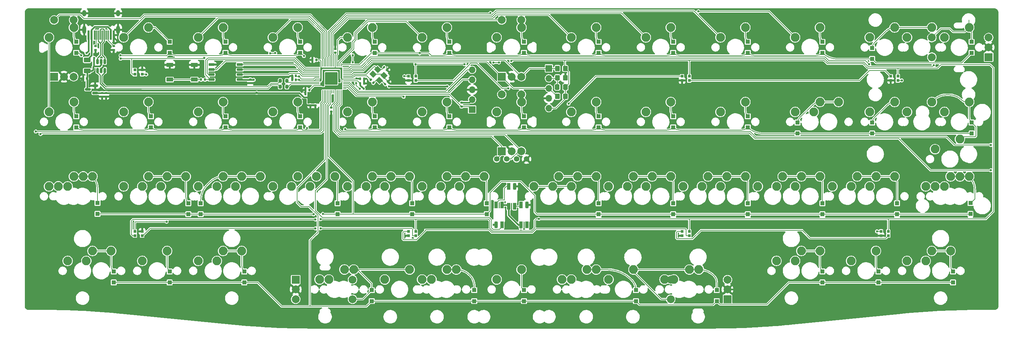
<source format=gbr>
%TF.GenerationSoftware,KiCad,Pcbnew,(6.0.7)*%
%TF.CreationDate,2023-02-03T16:15:22+01:00*%
%TF.ProjectId,alpha-curISO_rp2040,616c7068-612d-4637-9572-49534f5f7270,rev?*%
%TF.SameCoordinates,Original*%
%TF.FileFunction,Copper,L2,Bot*%
%TF.FilePolarity,Positive*%
%FSLAX46Y46*%
G04 Gerber Fmt 4.6, Leading zero omitted, Abs format (unit mm)*
G04 Created by KiCad (PCBNEW (6.0.7)) date 2023-02-03 16:15:22*
%MOMM*%
%LPD*%
G01*
G04 APERTURE LIST*
G04 Aperture macros list*
%AMRoundRect*
0 Rectangle with rounded corners*
0 $1 Rounding radius*
0 $2 $3 $4 $5 $6 $7 $8 $9 X,Y pos of 4 corners*
0 Add a 4 corners polygon primitive as box body*
4,1,4,$2,$3,$4,$5,$6,$7,$8,$9,$2,$3,0*
0 Add four circle primitives for the rounded corners*
1,1,$1+$1,$2,$3*
1,1,$1+$1,$4,$5*
1,1,$1+$1,$6,$7*
1,1,$1+$1,$8,$9*
0 Add four rect primitives between the rounded corners*
20,1,$1+$1,$2,$3,$4,$5,0*
20,1,$1+$1,$4,$5,$6,$7,0*
20,1,$1+$1,$6,$7,$8,$9,0*
20,1,$1+$1,$8,$9,$2,$3,0*%
%AMRotRect*
0 Rectangle, with rotation*
0 The origin of the aperture is its center*
0 $1 length*
0 $2 width*
0 $3 Rotation angle, in degrees counterclockwise*
0 Add horizontal line*
21,1,$1,$2,0,0,$3*%
G04 Aperture macros list end*
%TA.AperFunction,ComponentPad*%
%ADD10C,2.250000*%
%TD*%
%TA.AperFunction,ComponentPad*%
%ADD11R,2.000000X2.000000*%
%TD*%
%TA.AperFunction,ComponentPad*%
%ADD12C,2.000000*%
%TD*%
%TA.AperFunction,ComponentPad*%
%ADD13C,2.200000*%
%TD*%
%TA.AperFunction,ComponentPad*%
%ADD14C,1.397000*%
%TD*%
%TA.AperFunction,ComponentPad*%
%ADD15R,1.700000X1.700000*%
%TD*%
%TA.AperFunction,ComponentPad*%
%ADD16O,1.700000X1.700000*%
%TD*%
%TA.AperFunction,SMDPad,CuDef*%
%ADD17R,1.100000X1.100000*%
%TD*%
%TA.AperFunction,SMDPad,CuDef*%
%ADD18R,1.700000X1.000000*%
%TD*%
%TA.AperFunction,SMDPad,CuDef*%
%ADD19R,0.820000X1.700000*%
%TD*%
%TA.AperFunction,SMDPad,CuDef*%
%ADD20RoundRect,0.205000X0.205000X-0.645000X0.205000X0.645000X-0.205000X0.645000X-0.205000X-0.645000X0*%
%TD*%
%TA.AperFunction,SMDPad,CuDef*%
%ADD21RoundRect,0.135000X0.226274X0.035355X0.035355X0.226274X-0.226274X-0.035355X-0.035355X-0.226274X0*%
%TD*%
%TA.AperFunction,SMDPad,CuDef*%
%ADD22R,0.700000X0.700000*%
%TD*%
%TA.AperFunction,SMDPad,CuDef*%
%ADD23RoundRect,0.140000X0.219203X0.021213X0.021213X0.219203X-0.219203X-0.021213X-0.021213X-0.219203X0*%
%TD*%
%TA.AperFunction,SMDPad,CuDef*%
%ADD24RoundRect,0.140000X0.140000X0.170000X-0.140000X0.170000X-0.140000X-0.170000X0.140000X-0.170000X0*%
%TD*%
%TA.AperFunction,SMDPad,CuDef*%
%ADD25RoundRect,0.140000X-0.140000X-0.170000X0.140000X-0.170000X0.140000X0.170000X-0.140000X0.170000X0*%
%TD*%
%TA.AperFunction,SMDPad,CuDef*%
%ADD26RoundRect,0.250000X-0.350000X-0.450000X0.350000X-0.450000X0.350000X0.450000X-0.350000X0.450000X0*%
%TD*%
%TA.AperFunction,SMDPad,CuDef*%
%ADD27RoundRect,0.140000X-0.021213X0.219203X-0.219203X0.021213X0.021213X-0.219203X0.219203X-0.021213X0*%
%TD*%
%TA.AperFunction,SMDPad,CuDef*%
%ADD28RoundRect,0.140000X-0.170000X0.140000X-0.170000X-0.140000X0.170000X-0.140000X0.170000X0.140000X0*%
%TD*%
%TA.AperFunction,SMDPad,CuDef*%
%ADD29RoundRect,0.250000X0.337500X0.475000X-0.337500X0.475000X-0.337500X-0.475000X0.337500X-0.475000X0*%
%TD*%
%TA.AperFunction,SMDPad,CuDef*%
%ADD30RotRect,1.400000X1.200000X135.000000*%
%TD*%
%TA.AperFunction,SMDPad,CuDef*%
%ADD31RoundRect,0.150000X0.587500X0.150000X-0.587500X0.150000X-0.587500X-0.150000X0.587500X-0.150000X0*%
%TD*%
%TA.AperFunction,SMDPad,CuDef*%
%ADD32RoundRect,0.140000X0.170000X-0.140000X0.170000X0.140000X-0.170000X0.140000X-0.170000X-0.140000X0*%
%TD*%
%TA.AperFunction,SMDPad,CuDef*%
%ADD33RoundRect,0.135000X-0.185000X0.135000X-0.185000X-0.135000X0.185000X-0.135000X0.185000X0.135000X0*%
%TD*%
%TA.AperFunction,SMDPad,CuDef*%
%ADD34RoundRect,0.200000X-0.200000X-0.275000X0.200000X-0.275000X0.200000X0.275000X-0.200000X0.275000X0*%
%TD*%
%TA.AperFunction,SMDPad,CuDef*%
%ADD35RoundRect,0.135000X-0.135000X-0.185000X0.135000X-0.185000X0.135000X0.185000X-0.135000X0.185000X0*%
%TD*%
%TA.AperFunction,SMDPad,CuDef*%
%ADD36RoundRect,0.150000X-0.650000X-0.150000X0.650000X-0.150000X0.650000X0.150000X-0.650000X0.150000X0*%
%TD*%
%TA.AperFunction,SMDPad,CuDef*%
%ADD37RoundRect,0.150000X0.150000X-0.512500X0.150000X0.512500X-0.150000X0.512500X-0.150000X-0.512500X0*%
%TD*%
%TA.AperFunction,SMDPad,CuDef*%
%ADD38RoundRect,0.250000X-0.625000X0.375000X-0.625000X-0.375000X0.625000X-0.375000X0.625000X0.375000X0*%
%TD*%
%TA.AperFunction,SMDPad,CuDef*%
%ADD39R,0.600000X2.450000*%
%TD*%
%TA.AperFunction,SMDPad,CuDef*%
%ADD40R,0.300000X2.450000*%
%TD*%
%TA.AperFunction,ComponentPad*%
%ADD41O,1.000000X1.600000*%
%TD*%
%TA.AperFunction,ComponentPad*%
%ADD42O,1.000000X2.100000*%
%TD*%
%TA.AperFunction,SMDPad,CuDef*%
%ADD43RoundRect,0.205000X-0.205000X0.645000X-0.205000X-0.645000X0.205000X-0.645000X0.205000X0.645000X0*%
%TD*%
%TA.AperFunction,SMDPad,CuDef*%
%ADD44RoundRect,0.050000X-0.050000X0.387500X-0.050000X-0.387500X0.050000X-0.387500X0.050000X0.387500X0*%
%TD*%
%TA.AperFunction,SMDPad,CuDef*%
%ADD45RoundRect,0.050000X-0.387500X0.050000X-0.387500X-0.050000X0.387500X-0.050000X0.387500X0.050000X0*%
%TD*%
%TA.AperFunction,ComponentPad*%
%ADD46C,0.600000*%
%TD*%
%TA.AperFunction,SMDPad,CuDef*%
%ADD47RoundRect,0.144000X-1.456000X1.456000X-1.456000X-1.456000X1.456000X-1.456000X1.456000X1.456000X0*%
%TD*%
%TA.AperFunction,SMDPad,CuDef*%
%ADD48RoundRect,0.250000X0.350000X0.450000X-0.350000X0.450000X-0.350000X-0.450000X0.350000X-0.450000X0*%
%TD*%
%TA.AperFunction,ViaPad*%
%ADD49C,0.600000*%
%TD*%
%TA.AperFunction,Conductor*%
%ADD50C,0.381000*%
%TD*%
%TA.AperFunction,Conductor*%
%ADD51C,0.200000*%
%TD*%
%TA.AperFunction,Conductor*%
%ADD52C,0.600000*%
%TD*%
%TA.AperFunction,Conductor*%
%ADD53C,0.254000*%
%TD*%
G04 APERTURE END LIST*
D10*
%TO.P,SW30(ortho)1,1,1*%
%TO.N,COL3*%
X86677500Y-94297500D03*
%TO.P,SW30(ortho)1,2,2*%
%TO.N,Net-(D15-Pad2)*%
X93027500Y-91757500D03*
%TD*%
%TO.P,SW12,1,1*%
%TO.N,COL11*%
X239077500Y-56197500D03*
%TO.P,SW12,2,2*%
%TO.N,Net-(D42-Pad2)*%
X245427500Y-53657500D03*
%TD*%
%TO.P,SW31(ortho)1,1,1*%
%TO.N,COL4*%
X105727500Y-94297500D03*
%TO.P,SW31(ortho)1,2,2*%
%TO.N,Net-(D18-Pad2)*%
X112077500Y-91757500D03*
%TD*%
%TO.P,SW43(1.75)1,1,1*%
%TO.N,COL5*%
X127172566Y-118095521D03*
%TO.P,SW43(1.75)1,2,2*%
%TO.N,Net-(D23-Pad2)*%
X133522566Y-115555521D03*
%TD*%
%TO.P,SW48,1,1*%
%TO.N,COL11*%
X234315000Y-113347500D03*
%TO.P,SW48,2,2*%
%TO.N,Net-(D45-Pad2)*%
X240665000Y-110807500D03*
%TD*%
%TO.P,SW33(1.5stagger)1,1,1*%
%TO.N,COL7*%
X153352500Y-94297500D03*
%TO.P,SW33(1.5stagger)1,2,2*%
%TO.N,Net-(D29-Pad2)*%
X159702500Y-91757500D03*
%TD*%
D11*
%TO.P,SW_rotary3,A,A*%
%TO.N,PD5*%
X145137500Y-66237500D03*
D12*
%TO.P,SW_rotary3,B,B*%
%TO.N,PD2*%
X150137500Y-66237500D03*
%TO.P,SW_rotary3,C,C*%
%TO.N,GND*%
X147637500Y-66237500D03*
%TO.P,SW_rotary3,S1,S1*%
%TO.N,R_row3*%
X150137500Y-51737500D03*
%TO.P,SW_rotary3,S2,S2*%
%TO.N,COL6*%
X145137500Y-51737500D03*
%TD*%
D10*
%TO.P,SW42(3)1,1,1*%
%TO.N,COL4*%
X115252500Y-118110000D03*
%TO.P,SW42(3)1,2,2*%
%TO.N,R_row5*%
X121602500Y-115570000D03*
%TD*%
%TO.P,SW32(ortho)1,1,1*%
%TO.N,COL5*%
X124777500Y-94297500D03*
%TO.P,SW32(ortho)1,2,2*%
%TO.N,Net-(D22-Pad2)*%
X131127500Y-91757500D03*
%TD*%
%TO.P,SW34(1.5stagger)1,1,1*%
%TO.N,COL8*%
X172402500Y-94297500D03*
%TO.P,SW34(1.5stagger)1,2,2*%
%TO.N,Net-(D33-Pad2)*%
X178752500Y-91757500D03*
%TD*%
%TO.P,SW21,1,1*%
%TO.N,COL7*%
X162877500Y-75247500D03*
%TO.P,SW21,2,2*%
%TO.N,Net-(D28-Pad2)*%
X169227500Y-72707500D03*
%TD*%
%TO.P,SW28,1,1*%
%TO.N,COL1*%
X53340000Y-94297500D03*
%TO.P,SW28,2,2*%
%TO.N,Net-(D7-Pad2)*%
X59690000Y-91757500D03*
%TD*%
%TO.P,SW8,1,1*%
%TO.N,COL7*%
X162877500Y-56197500D03*
%TO.P,SW8,2,2*%
%TO.N,Net-(D27-Pad2)*%
X169227500Y-53657500D03*
%TD*%
%TO.P,SW28(1.5stagger)1,1,1*%
%TO.N,COL1*%
X58102500Y-94297500D03*
%TO.P,SW28(1.5stagger)1,2,2*%
%TO.N,Net-(D7-Pad2)*%
X64452500Y-91757500D03*
%TD*%
%TO.P,SW46(1.5)1,1,1*%
%TO.N,COL8*%
X186690000Y-118110000D03*
%TO.P,SW46(1.5)1,2,2*%
%TO.N,R_col6*%
X193040000Y-115570000D03*
%TD*%
%TO.P,SW23,1,1*%
%TO.N,COL9*%
X200977500Y-75247500D03*
%TO.P,SW23,2,2*%
%TO.N,Net-(D36-Pad2)*%
X207327500Y-72707500D03*
%TD*%
%TO.P,SW36,1,1*%
%TO.N,COL10*%
X215265000Y-94297500D03*
%TO.P,SW36,2,2*%
%TO.N,Net-(D40-Pad2)*%
X221615000Y-91757500D03*
%TD*%
%TO.P,SW12(2)1,1,1*%
%TO.N,COL11*%
X248602500Y-56197500D03*
%TO.P,SW12(2)1,2,2*%
%TO.N,Net-(D42-Pad2)*%
X254952500Y-53657500D03*
%TD*%
%TO.P,SW15,1,1*%
%TO.N,COL1*%
X48577500Y-75247500D03*
%TO.P,SW15,2,2*%
%TO.N,Net-(D6-Pad2)*%
X54927500Y-72707500D03*
%TD*%
%TO.P,SW39(1.5)1,1,1*%
%TO.N,COL0*%
X39052500Y-113347500D03*
%TO.P,SW39(1.5)1,2,2*%
%TO.N,Net-(D4-Pad2)*%
X45402500Y-110807500D03*
%TD*%
%TO.P,SW6,1,1*%
%TO.N,COL5*%
X124777500Y-56197500D03*
%TO.P,SW6,2,2*%
%TO.N,Net-(D20-Pad2)*%
X131127500Y-53657500D03*
%TD*%
%TO.P,SW49(1.5)1,1,1*%
%TO.N,COL12*%
X248602500Y-113347500D03*
%TO.P,SW49(1.5)1,2,2*%
%TO.N,Net-(D49-Pad2)*%
X254952500Y-110807500D03*
%TD*%
%TO.P,SW31,1,1*%
%TO.N,COL4*%
X110490000Y-94297500D03*
%TO.P,SW31,2,2*%
%TO.N,Net-(D18-Pad2)*%
X116840000Y-91757500D03*
%TD*%
%TO.P,SW37(1.5stagger)1,1,1*%
%TO.N,COL11*%
X229552500Y-94297500D03*
%TO.P,SW37(1.5stagger)1,2,2*%
%TO.N,Net-(D44-Pad2)*%
X235902500Y-91757500D03*
%TD*%
%TO.P,SW38(1.25)1,1,1*%
%TO.N,COL12*%
X255778000Y-94297500D03*
%TO.P,SW38(1.25)1,2,2*%
%TO.N,Net-(D48-Pad2)*%
X262128000Y-91757500D03*
%TD*%
%TO.P,SW47,1,1*%
%TO.N,COL10*%
X215265000Y-113347500D03*
%TO.P,SW47,2,2*%
%TO.N,Net-(D41-Pad2)*%
X221615000Y-110807500D03*
%TD*%
%TO.P,SW1,1,1*%
%TO.N,COL0*%
X29527500Y-56197500D03*
%TO.P,SW1,2,2*%
%TO.N,R_row1*%
X35877500Y-53657500D03*
%TD*%
%TO.P,SW26(ISO)1,1,1*%
%TO.N,COL12*%
X255746250Y-84772500D03*
%TO.P,SW26(ISO)1,2,2*%
%TO.N,Net-(D47-Pad2)*%
X262096250Y-82232500D03*
%TD*%
%TO.P,SW37(ortho)1,1,1*%
%TO.N,COL11*%
X239077500Y-94297500D03*
%TO.P,SW37(ortho)1,2,2*%
%TO.N,Net-(D44-Pad2)*%
X245427500Y-91757500D03*
%TD*%
%TO.P,SW41(1.5)1,1,1*%
%TO.N,COL2*%
X67627500Y-113347500D03*
%TO.P,SW41(1.5)1,2,2*%
%TO.N,Net-(D12-Pad2)*%
X73977500Y-110807500D03*
%TD*%
%TO.P,SW27(ortho)1,1,1*%
%TO.N,COL0*%
X29527500Y-94297500D03*
%TO.P,SW27(ortho)1,2,2*%
%TO.N,Net-(D3-Pad2)*%
X35877500Y-91757500D03*
%TD*%
%TO.P,SW38(1.5)1,1,1*%
%TO.N,COL12*%
X253365000Y-94297500D03*
%TO.P,SW38(1.5)1,2,2*%
%TO.N,Net-(D48-Pad2)*%
X259715000Y-91757500D03*
%TD*%
D11*
%TO.P,SW_rotary2,A,A*%
%TO.N,R2_A*%
X269437500Y-61237500D03*
D12*
%TO.P,SW_rotary2,B,B*%
%TO.N,R2_B*%
X269437500Y-56237500D03*
%TO.P,SW_rotary2,C,C*%
%TO.N,GND*%
X269437500Y-58737500D03*
%TO.P,SW_rotary2,S1,S1*%
%TO.N,R_row2*%
X254937500Y-56237500D03*
%TO.P,SW_rotary2,S2,S2*%
%TO.N,COL12*%
X254937500Y-61237500D03*
%TD*%
D11*
%TO.P,SW_rotary6,A,A*%
%TO.N,R2_A*%
X202762500Y-123150000D03*
D12*
%TO.P,SW_rotary6,B,B*%
%TO.N,R2_B*%
X202762500Y-118150000D03*
%TO.P,SW_rotary6,C,C*%
%TO.N,GND*%
X202762500Y-120650000D03*
%TO.P,SW_rotary6,S1,S1*%
%TO.N,COL8*%
X188262500Y-118150000D03*
%TO.P,SW_rotary6,S2,S2*%
%TO.N,R_col6*%
X188262500Y-123150000D03*
%TD*%
D10*
%TO.P,SW9,1,1*%
%TO.N,COL8*%
X181927500Y-56197500D03*
%TO.P,SW9,2,2*%
%TO.N,Net-(D31-Pad2)*%
X188277500Y-53657500D03*
%TD*%
%TO.P,SW33,1,1*%
%TO.N,COL7*%
X158115000Y-94297500D03*
%TO.P,SW33,2,2*%
%TO.N,Net-(D29-Pad2)*%
X164465000Y-91757500D03*
%TD*%
%TO.P,SW43(2)1,1,1*%
%TO.N,COL5*%
X124777500Y-118110000D03*
%TO.P,SW43(2)1,2,2*%
%TO.N,Net-(D23-Pad2)*%
X131127500Y-115570000D03*
%TD*%
D13*
%TO.P,SW44(4)1,1,1*%
%TO.N,COL6*%
X143827500Y-118110000D03*
%TO.P,SW44(4)1,2,2*%
%TO.N,Net-(D24-Pad2)*%
X150177500Y-115570000D03*
%TD*%
D10*
%TO.P,SW33(ortho)1,1,1*%
%TO.N,COL7*%
X162877500Y-94297500D03*
%TO.P,SW33(ortho)1,2,2*%
%TO.N,Net-(D29-Pad2)*%
X169227500Y-91757500D03*
%TD*%
%TO.P,SW10,1,1*%
%TO.N,COL9*%
X200977500Y-56197500D03*
%TO.P,SW10,2,2*%
%TO.N,Net-(D35-Pad2)*%
X207327500Y-53657500D03*
%TD*%
%TO.P,SW18,1,1*%
%TO.N,COL4*%
X105727500Y-75247500D03*
%TO.P,SW18,2,2*%
%TO.N,Net-(D17-Pad2)*%
X112077500Y-72707500D03*
%TD*%
%TO.P,SW34(ortho)1,1,1*%
%TO.N,COL8*%
X181927500Y-94297500D03*
%TO.P,SW34(ortho)1,2,2*%
%TO.N,Net-(D33-Pad2)*%
X188277500Y-91757500D03*
%TD*%
%TO.P,SW36(ortho)1,1,1*%
%TO.N,COL10*%
X220027500Y-94297500D03*
%TO.P,SW36(ortho)1,2,2*%
%TO.N,Net-(D40-Pad2)*%
X226377500Y-91757500D03*
%TD*%
D11*
%TO.P,SW_rotary5,A,A*%
%TO.N,R1_A*%
X92512500Y-118150000D03*
D12*
%TO.P,SW_rotary5,B,B*%
%TO.N,R1_B*%
X92512500Y-123150000D03*
%TO.P,SW_rotary5,C,C*%
%TO.N,GND*%
X92512500Y-120650000D03*
%TO.P,SW_rotary5,S1,S1*%
%TO.N,R_row5*%
X107012500Y-123150000D03*
%TO.P,SW_rotary5,S2,S2*%
%TO.N,COL4*%
X107012500Y-118150000D03*
%TD*%
D10*
%TO.P,SW2,1,1*%
%TO.N,COL1*%
X48577500Y-56197500D03*
%TO.P,SW2,2,2*%
%TO.N,Net-(D5-Pad2)*%
X54927500Y-53657500D03*
%TD*%
%TO.P,SW38(ortho)1,1,1*%
%TO.N,COL12*%
X258127500Y-94297500D03*
%TO.P,SW38(ortho)1,2,2*%
%TO.N,Net-(D48-Pad2)*%
X264477500Y-91757500D03*
%TD*%
%TO.P,SW34,1,1*%
%TO.N,COL8*%
X177165000Y-94297500D03*
%TO.P,SW34,2,2*%
%TO.N,Net-(D33-Pad2)*%
X183515000Y-91757500D03*
%TD*%
%TO.P,SW4,1,1*%
%TO.N,COL3*%
X86677500Y-56197500D03*
%TO.P,SW4,2,2*%
%TO.N,Net-(D13-Pad2)*%
X93027500Y-53657500D03*
%TD*%
%TO.P,SW13,1,1*%
%TO.N,COL12*%
X258127500Y-56197500D03*
%TO.P,SW13,2,2*%
%TO.N,R_row2*%
X264477500Y-53657500D03*
%TD*%
%TO.P,SW35(ortho)1,1,1*%
%TO.N,COL9*%
X200977500Y-94297500D03*
%TO.P,SW35(ortho)1,2,2*%
%TO.N,Net-(D37-Pad2)*%
X207327500Y-91757500D03*
%TD*%
%TO.P,SW32,1,1*%
%TO.N,COL5*%
X129540000Y-94297500D03*
%TO.P,SW32,2,2*%
%TO.N,Net-(D22-Pad2)*%
X135890000Y-91757500D03*
%TD*%
%TO.P,SW29(ortho)1,1,1*%
%TO.N,COL2*%
X67627500Y-94297500D03*
%TO.P,SW29(ortho)1,2,2*%
%TO.N,Net-(D11-Pad2)*%
X73977500Y-91757500D03*
%TD*%
%TO.P,SW30(1.5stagger)1,1,1*%
%TO.N,COL3*%
X96202500Y-94297500D03*
%TO.P,SW30(1.5stagger)1,2,2*%
%TO.N,Net-(D15-Pad2)*%
X102552500Y-91757500D03*
%TD*%
%TO.P,SW29(1.5stagger)1,1,1*%
%TO.N,COL2*%
X77152500Y-94297500D03*
%TO.P,SW29(1.5stagger)1,2,2*%
%TO.N,Net-(D11-Pad2)*%
X83502500Y-91757500D03*
%TD*%
%TO.P,SW45(2)1,1,1*%
%TO.N,COL7*%
X162877500Y-118110000D03*
%TO.P,SW45(2)1,2,2*%
%TO.N,Net-(D30-Pad2)*%
X169227500Y-115570000D03*
%TD*%
%TO.P,SW46(1.25)1,1,1*%
%TO.N,COL8*%
X189085066Y-118095521D03*
%TO.P,SW46(1.25)1,2,2*%
%TO.N,R_col6*%
X195435066Y-115555521D03*
%TD*%
D14*
%TO.P,OL1,1,SDA*%
%TO.N,SDA*%
X143827500Y-87312500D03*
%TO.P,OL1,2,SCL*%
%TO.N,SCL*%
X146367500Y-87312500D03*
%TO.P,OL1,3,VCC*%
%TO.N,+5V*%
X148907500Y-87312500D03*
%TO.P,OL1,4,GND*%
%TO.N,GND*%
X151447500Y-87312500D03*
%TD*%
D10*
%TO.P,SW16,1,1*%
%TO.N,COL2*%
X67627500Y-75247500D03*
%TO.P,SW16,2,2*%
%TO.N,Net-(D10-Pad2)*%
X73977500Y-72707500D03*
%TD*%
%TO.P,SW25,1,1*%
%TO.N,COL11*%
X239077500Y-75247500D03*
%TO.P,SW25,2,2*%
%TO.N,Net-(D43-Pad2)*%
X245427500Y-72707500D03*
%TD*%
%TO.P,SW46(3)1,1,1*%
%TO.N,COL8*%
X172402500Y-118110000D03*
%TO.P,SW46(3)1,2,2*%
%TO.N,R_col6*%
X178752500Y-115570000D03*
%TD*%
%TO.P,SW39,1,1*%
%TO.N,COL0*%
X34290000Y-113347500D03*
%TO.P,SW39,2,2*%
%TO.N,Net-(D4-Pad2)*%
X40640000Y-110807500D03*
%TD*%
%TO.P,SW19,1,1*%
%TO.N,COL5*%
X124777500Y-75247500D03*
%TO.P,SW19,2,2*%
%TO.N,Net-(D21-Pad2)*%
X131127500Y-72707500D03*
%TD*%
D15*
%TO.P,J2,1,Pin_1*%
%TO.N,PD2*%
X157162500Y-64135000D03*
D16*
%TO.P,J2,2,Pin_2*%
%TO.N,Net-(C18-Pad2)*%
X157162500Y-66675000D03*
%TO.P,J2,3,Pin_3*%
%TO.N,PD5*%
X157162500Y-69215000D03*
%TO.P,J2,4,Pin_4*%
%TO.N,GND*%
X157162500Y-71755000D03*
%TO.P,J2,5,Pin_5*%
%TO.N,+5V*%
X157162500Y-74295000D03*
%TD*%
D10*
%TO.P,SW44(6)1,1,1*%
%TO.N,COL6*%
X143827500Y-118110000D03*
%TO.P,SW44(6)1,2,2*%
%TO.N,Net-(D24-Pad2)*%
X150177500Y-115570000D03*
%TD*%
%TO.P,SW35,1,1*%
%TO.N,COL9*%
X196215000Y-94297500D03*
%TO.P,SW35,2,2*%
%TO.N,Net-(D37-Pad2)*%
X202565000Y-91757500D03*
%TD*%
%TO.P,SW37,1,1*%
%TO.N,COL11*%
X234315000Y-94297500D03*
%TO.P,SW37,2,2*%
%TO.N,Net-(D44-Pad2)*%
X240665000Y-91757500D03*
%TD*%
%TO.P,SW20,1,1*%
%TO.N,COL6*%
X143827500Y-75247500D03*
%TO.P,SW20,2,2*%
%TO.N,R_row4*%
X150177500Y-72707500D03*
%TD*%
%TO.P,SW11,1,1*%
%TO.N,COL10*%
X220027500Y-56197500D03*
%TO.P,SW11,2,2*%
%TO.N,Net-(D38-Pad2)*%
X226377500Y-53657500D03*
%TD*%
%TO.P,SW24(1.5)1,1,1*%
%TO.N,COL10*%
X224790000Y-75247500D03*
%TO.P,SW24(1.5)1,2,2*%
%TO.N,Net-(D39-Pad2)*%
X231140000Y-72707500D03*
%TD*%
%TO.P,SW7,1,1*%
%TO.N,COL6*%
X143827500Y-56197500D03*
%TO.P,SW7,2,2*%
%TO.N,R_row3*%
X150177500Y-53657500D03*
%TD*%
%TO.P,SW40,1,1*%
%TO.N,COL1*%
X53340000Y-113347500D03*
%TO.P,SW40,2,2*%
%TO.N,Net-(D8-Pad2)*%
X59690000Y-110807500D03*
%TD*%
%TO.P,SW26(2)1,1,1*%
%TO.N,COL12*%
X248602500Y-75247500D03*
%TO.P,SW26(2)1,2,2*%
%TO.N,Net-(D47-Pad2)*%
X254952500Y-72707500D03*
%TD*%
%TO.P,SW48(3)1,1,1*%
%TO.N,COL11*%
X234315000Y-113347500D03*
%TO.P,SW48(3)1,2,2*%
%TO.N,Net-(D45-Pad2)*%
X240665000Y-110807500D03*
%TD*%
D11*
%TO.P,SW_rotary1,A,A*%
%TO.N,R1_A*%
X30837500Y-66237500D03*
D12*
%TO.P,SW_rotary1,B,B*%
%TO.N,R1_B*%
X35837500Y-66237500D03*
%TO.P,SW_rotary1,C,C*%
%TO.N,GND*%
X33337500Y-66237500D03*
%TO.P,SW_rotary1,S1,S1*%
%TO.N,R_row1*%
X35837500Y-51737500D03*
%TO.P,SW_rotary1,S2,S2*%
%TO.N,COL0*%
X30837500Y-51737500D03*
%TD*%
D11*
%TO.P,SW_rotary4,A,A*%
%TO.N,SDA*%
X145137500Y-85287500D03*
D12*
%TO.P,SW_rotary4,B,B*%
%TO.N,SCL*%
X150137500Y-85287500D03*
%TO.P,SW_rotary4,C,C*%
%TO.N,GND*%
X147637500Y-85287500D03*
%TO.P,SW_rotary4,S1,S1*%
%TO.N,R_row4*%
X150137500Y-70787500D03*
%TO.P,SW_rotary4,S2,S2*%
%TO.N,COL6*%
X145137500Y-70787500D03*
%TD*%
D10*
%TO.P,SW36(1.5stagger)1,1,1*%
%TO.N,COL10*%
X210502500Y-94297500D03*
%TO.P,SW36(1.5stagger)1,2,2*%
%TO.N,Net-(D40-Pad2)*%
X216852500Y-91757500D03*
%TD*%
%TO.P,SW5,1,1*%
%TO.N,COL4*%
X105727500Y-56197500D03*
%TO.P,SW5,2,2*%
%TO.N,Net-(D16-Pad2)*%
X112077500Y-53657500D03*
%TD*%
%TO.P,SW44(3)1,1,1*%
%TO.N,COL6*%
X143827500Y-118110000D03*
%TO.P,SW44(3)1,2,2*%
%TO.N,Net-(D24-Pad2)*%
X150177500Y-115570000D03*
%TD*%
%TO.P,SW22,1,1*%
%TO.N,COL8*%
X181927500Y-75247500D03*
%TO.P,SW22,2,2*%
%TO.N,Net-(D32-Pad2)*%
X188277500Y-72707500D03*
%TD*%
%TO.P,SW27(1.5)1,1,1*%
%TO.N,COL0*%
X34290000Y-94297500D03*
%TO.P,SW27(1.5)1,2,2*%
%TO.N,Net-(D3-Pad2)*%
X40640000Y-91757500D03*
%TD*%
%TO.P,SW42(1.25)1,1,1*%
%TO.N,COL4*%
X98597566Y-118095521D03*
%TO.P,SW42(1.25)1,2,2*%
%TO.N,R_row5*%
X104947566Y-115555521D03*
%TD*%
%TO.P,SW42(1.5)1,1,1*%
%TO.N,COL4*%
X100965000Y-118110000D03*
%TO.P,SW42(1.5)1,2,2*%
%TO.N,R_row5*%
X107315000Y-115570000D03*
%TD*%
%TO.P,SW27(1.25)1,1,1*%
%TO.N,COL0*%
X31926621Y-94280487D03*
%TO.P,SW27(1.25)1,2,2*%
%TO.N,Net-(D3-Pad2)*%
X38276621Y-91740487D03*
%TD*%
%TO.P,SW49,1,1*%
%TO.N,COL12*%
X253365000Y-113347500D03*
%TO.P,SW49,2,2*%
%TO.N,Net-(D49-Pad2)*%
X259715000Y-110807500D03*
%TD*%
%TO.P,SW26,1,1*%
%TO.N,COL12*%
X258127500Y-75247500D03*
%TO.P,SW26,2,2*%
%TO.N,Net-(D47-Pad2)*%
X264477500Y-72707500D03*
%TD*%
%TO.P,SW28(ortho)1,1,1*%
%TO.N,COL1*%
X48577500Y-94297500D03*
%TO.P,SW28(ortho)1,2,2*%
%TO.N,Net-(D7-Pad2)*%
X54927500Y-91757500D03*
%TD*%
%TO.P,SW24,1,1*%
%TO.N,COL10*%
X220027500Y-75247500D03*
%TO.P,SW24,2,2*%
%TO.N,Net-(D39-Pad2)*%
X226377500Y-72707500D03*
%TD*%
%TO.P,SW17,1,1*%
%TO.N,COL3*%
X86677500Y-75247500D03*
%TO.P,SW17,2,2*%
%TO.N,Net-(D14-Pad2)*%
X93027500Y-72707500D03*
%TD*%
%TO.P,SW40(3)1,1,1*%
%TO.N,COL1*%
X53340000Y-113347500D03*
%TO.P,SW40(3)1,2,2*%
%TO.N,Net-(D8-Pad2)*%
X59690000Y-110807500D03*
%TD*%
%TO.P,SW3,1,1*%
%TO.N,COL2*%
X67627500Y-56197500D03*
%TO.P,SW3,2,2*%
%TO.N,Net-(D9-Pad2)*%
X73977500Y-53657500D03*
%TD*%
%TO.P,SW45(1.75)1,1,1*%
%TO.N,COL7*%
X160510066Y-118095521D03*
%TO.P,SW45(1.75)1,2,2*%
%TO.N,Net-(D30-Pad2)*%
X166860066Y-115555521D03*
%TD*%
%TO.P,SW14,1,1*%
%TO.N,COL0*%
X29527500Y-75247500D03*
%TO.P,SW14,2,2*%
%TO.N,Net-(D2-Pad2)*%
X35877500Y-72707500D03*
%TD*%
%TO.P,SW41,1,1*%
%TO.N,COL2*%
X72390000Y-113347500D03*
%TO.P,SW41,2,2*%
%TO.N,Net-(D12-Pad2)*%
X78740000Y-110807500D03*
%TD*%
%TO.P,SW47(1.5)1,1,1*%
%TO.N,COL10*%
X220027500Y-113347500D03*
%TO.P,SW47(1.5)1,2,2*%
%TO.N,Net-(D41-Pad2)*%
X226377500Y-110807500D03*
%TD*%
%TO.P,SW35(1.5stagger)1,1,1*%
%TO.N,COL9*%
X191452500Y-94297500D03*
%TO.P,SW35(1.5stagger)1,2,2*%
%TO.N,Net-(D37-Pad2)*%
X197802500Y-91757500D03*
%TD*%
%TO.P,SW30,1,1*%
%TO.N,COL3*%
X91440000Y-94297500D03*
%TO.P,SW30,2,2*%
%TO.N,Net-(D15-Pad2)*%
X97790000Y-91757500D03*
%TD*%
%TO.P,SW32(1.5stagger)1,1,1*%
%TO.N,COL5*%
X134302500Y-94297500D03*
%TO.P,SW32(1.5stagger)1,2,2*%
%TO.N,Net-(D22-Pad2)*%
X140652500Y-91757500D03*
%TD*%
%TO.P,SW31(1.5stagger)1,1,1*%
%TO.N,COL4*%
X115252500Y-94297500D03*
%TO.P,SW31(1.5stagger)1,2,2*%
%TO.N,Net-(D18-Pad2)*%
X121602500Y-91757500D03*
%TD*%
%TO.P,SW29,1,1*%
%TO.N,COL2*%
X72390000Y-94297500D03*
%TO.P,SW29,2,2*%
%TO.N,Net-(D11-Pad2)*%
X78740000Y-91757500D03*
%TD*%
D17*
%TO.P,D32,1,K*%
%TO.N,ROW1*%
X188912500Y-79187500D03*
%TO.P,D32,2,A*%
%TO.N,Net-(D32-Pad2)*%
X188912500Y-76387500D03*
%TD*%
D18*
%TO.P,SW27,1,1*%
%TO.N,GND*%
X60350000Y-63187500D03*
X66650000Y-63187500D03*
%TO.P,SW27,2,2*%
%TO.N,/rp2040 components/USB_BOOT*%
X60350000Y-66987500D03*
X66650000Y-66987500D03*
%TD*%
D19*
%TO.P,LED2,1,VDD*%
%TO.N,+5V*%
X146887500Y-99387500D03*
%TO.P,LED2,2,DOUT*%
%TO.N,Net-(LED2-Pad2)*%
X148387500Y-99387500D03*
D20*
%TO.P,LED2,3,VSS*%
%TO.N,GND*%
X148387500Y-94287500D03*
D19*
%TO.P,LED2,4,DIN*%
%TO.N,Net-(LED1-Pad2)*%
X146887500Y-94287500D03*
%TD*%
D17*
%TO.P,D2,1,K*%
%TO.N,ROW1*%
X36512500Y-79187500D03*
%TO.P,D2,2,A*%
%TO.N,Net-(D2-Pad2)*%
X36512500Y-76387500D03*
%TD*%
D21*
%TO.P,R7,1*%
%TO.N,/rp2040 components/XTAL_O*%
X112374624Y-67797624D03*
%TO.P,R7,2*%
%TO.N,XTAL_OUT*%
X111653376Y-67076376D03*
%TD*%
D22*
%TO.P,LED8,1,VDD*%
%TO.N,+5V*%
X193002500Y-105812500D03*
%TO.P,LED8,2,DOUT*%
%TO.N,Net-(LED8-Pad2)*%
X193002500Y-106912500D03*
%TO.P,LED8,3,VSS*%
%TO.N,GND*%
X191172500Y-106912500D03*
%TO.P,LED8,4,DIN*%
%TO.N,Net-(LED7-Pad2)*%
X191172500Y-105812500D03*
%TD*%
D17*
%TO.P,D11,1,K*%
%TO.N,ROW2*%
X68262500Y-101412500D03*
%TO.P,D11,2,A*%
%TO.N,Net-(D11-Pad2)*%
X68262500Y-98612500D03*
%TD*%
D23*
%TO.P,C2,1*%
%TO.N,GND*%
X115782411Y-64474411D03*
%TO.P,C2,2*%
%TO.N,XTAL_IN*%
X115103589Y-63795589D03*
%TD*%
D17*
%TO.P,D9,1,K*%
%TO.N,ROW0*%
X74612500Y-60137500D03*
%TO.P,D9,2,A*%
%TO.N,Net-(D9-Pad2)*%
X74612500Y-57337500D03*
%TD*%
%TO.P,D7,1,K*%
%TO.N,ROW2*%
X65087500Y-101412500D03*
%TO.P,D7,2,A*%
%TO.N,Net-(D7-Pad2)*%
X65087500Y-98612500D03*
%TD*%
D24*
%TO.P,C10,1*%
%TO.N,+1V1*%
X95984000Y-69659500D03*
%TO.P,C10,2*%
%TO.N,GND*%
X95024000Y-69659500D03*
%TD*%
D25*
%TO.P,C14,1*%
%TO.N,+1V1*%
X108994000Y-67945000D03*
%TO.P,C14,2*%
%TO.N,GND*%
X109954000Y-67945000D03*
%TD*%
D17*
%TO.P,D24,1,K*%
%TO.N,ROW3*%
X150812500Y-123637500D03*
%TO.P,D24,2,A*%
%TO.N,Net-(D24-Pad2)*%
X150812500Y-120837500D03*
%TD*%
D26*
%TO.P,UR1,1*%
%TO.N,Net-(C18-Pad2)*%
X159337500Y-66516250D03*
%TO.P,UR1,2*%
%TO.N,GND*%
X161337500Y-66516250D03*
%TD*%
D17*
%TO.P,D42,1,K*%
%TO.N,ROW0*%
X239712500Y-61725000D03*
%TO.P,D42,2,A*%
%TO.N,Net-(D42-Pad2)*%
X239712500Y-58925000D03*
%TD*%
%TO.P,D44,1,K*%
%TO.N,ROW2*%
X246062500Y-101412500D03*
%TO.P,D44,2,A*%
%TO.N,Net-(D44-Pad2)*%
X246062500Y-98612500D03*
%TD*%
%TO.P,D5,1,K*%
%TO.N,ROW0*%
X60325000Y-60137500D03*
%TO.P,D5,2,A*%
%TO.N,Net-(D5-Pad2)*%
X60325000Y-57337500D03*
%TD*%
%TO.P,D23,1,K*%
%TO.N,ROW3*%
X138112500Y-123637500D03*
%TO.P,D23,2,A*%
%TO.N,Net-(D23-Pad2)*%
X138112500Y-120837500D03*
%TD*%
%TO.P,D49,1,K*%
%TO.N,ROW3*%
X260350000Y-118875000D03*
%TO.P,D49,2,A*%
%TO.N,Net-(D49-Pad2)*%
X260350000Y-116075000D03*
%TD*%
D27*
%TO.P,C1,1*%
%TO.N,GND*%
X116036411Y-67478589D03*
%TO.P,C1,2*%
%TO.N,/rp2040 components/XTAL_O*%
X115357589Y-68157411D03*
%TD*%
D17*
%TO.P,D25,1,K*%
%TO.N,ROW0*%
X150812500Y-60137500D03*
%TO.P,D25,2,A*%
%TO.N,R_row3*%
X150812500Y-57337500D03*
%TD*%
D28*
%TO.P,C5,1*%
%TO.N,+3V3*%
X44069000Y-70386000D03*
%TO.P,C5,2*%
%TO.N,GND*%
X44069000Y-71346000D03*
%TD*%
D17*
%TO.P,D13,1,K*%
%TO.N,ROW0*%
X93662500Y-60137500D03*
%TO.P,D13,2,A*%
%TO.N,Net-(D13-Pad2)*%
X93662500Y-57337500D03*
%TD*%
%TO.P,D39,1,K*%
%TO.N,ROW1*%
X220662500Y-80775000D03*
%TO.P,D39,2,A*%
%TO.N,Net-(D39-Pad2)*%
X220662500Y-77975000D03*
%TD*%
D29*
%TO.P,C18,1*%
%TO.N,+5V*%
X161375000Y-68897500D03*
%TO.P,C18,2*%
%TO.N,Net-(C18-Pad2)*%
X159300000Y-68897500D03*
%TD*%
D17*
%TO.P,D19,1,K*%
%TO.N,ROW3*%
X111918750Y-123637500D03*
%TO.P,D19,2,A*%
%TO.N,R_row5*%
X111918750Y-120837500D03*
%TD*%
D22*
%TO.P,LED4,1,VDD*%
%TO.N,+5V*%
X123152500Y-66125000D03*
%TO.P,LED4,2,DOUT*%
%TO.N,Net-(LED4-Pad2)*%
X123152500Y-67225000D03*
%TO.P,LED4,3,VSS*%
%TO.N,GND*%
X121322500Y-67225000D03*
%TO.P,LED4,4,DIN*%
%TO.N,rgb underglow*%
X121322500Y-66125000D03*
%TD*%
D30*
%TO.P,Y1,1,1*%
%TO.N,/rp2040 components/XTAL_O*%
X113841777Y-67164858D03*
%TO.P,Y1,2,2*%
%TO.N,GND*%
X112286142Y-65609223D03*
%TO.P,Y1,3,3*%
%TO.N,XTAL_IN*%
X113488223Y-64407142D03*
%TO.P,Y1,4,4*%
%TO.N,GND*%
X115043858Y-65962777D03*
%TD*%
D31*
%TO.P,U3,1,GND*%
%TO.N,GND*%
X41323500Y-68519000D03*
%TO.P,U3,2,VO*%
%TO.N,+3V3*%
X41323500Y-70419000D03*
%TO.P,U3,3,VI*%
%TO.N,+5V*%
X39448500Y-69469000D03*
%TD*%
D28*
%TO.P,C16,1*%
%TO.N,+3V3*%
X96266000Y-72608500D03*
%TO.P,C16,2*%
%TO.N,GND*%
X96266000Y-73568500D03*
%TD*%
D17*
%TO.P,D46,1,K*%
%TO.N,ROW0*%
X265112500Y-60137500D03*
%TO.P,D46,2,A*%
%TO.N,R_row2*%
X265112500Y-57337500D03*
%TD*%
%TO.P,D21,1,K*%
%TO.N,ROW1*%
X131762500Y-79187500D03*
%TO.P,D21,2,A*%
%TO.N,Net-(D21-Pad2)*%
X131762500Y-76387500D03*
%TD*%
D32*
%TO.P,C13,1*%
%TO.N,+3V3*%
X102616000Y-60106500D03*
%TO.P,C13,2*%
%TO.N,GND*%
X102616000Y-59146500D03*
%TD*%
D17*
%TO.P,D48,1,K*%
%TO.N,ROW2*%
X264795000Y-101349000D03*
%TO.P,D48,2,A*%
%TO.N,Net-(D48-Pad2)*%
X264795000Y-98549000D03*
%TD*%
%TO.P,D40,1,K*%
%TO.N,ROW2*%
X227012500Y-101412500D03*
%TO.P,D40,2,A*%
%TO.N,Net-(D40-Pad2)*%
X227012500Y-98612500D03*
%TD*%
%TO.P,D35,1,K*%
%TO.N,ROW0*%
X207962500Y-60137500D03*
%TO.P,D35,2,A*%
%TO.N,Net-(D35-Pad2)*%
X207962500Y-57337500D03*
%TD*%
D22*
%TO.P,LED6,1,VDD*%
%TO.N,+5V*%
X246279000Y-66125000D03*
%TO.P,LED6,2,DOUT*%
%TO.N,Net-(LED6-Pad2)*%
X246279000Y-67225000D03*
%TO.P,LED6,3,VSS*%
%TO.N,GND*%
X244449000Y-67225000D03*
%TO.P,LED6,4,DIN*%
%TO.N,Net-(LED5-Pad2)*%
X244449000Y-66125000D03*
%TD*%
D17*
%TO.P,D26,1,K*%
%TO.N,ROW1*%
X150812500Y-79187500D03*
%TO.P,D26,2,A*%
%TO.N,R_row4*%
X150812500Y-76387500D03*
%TD*%
D33*
%TO.P,R3,1*%
%TO.N,+3V3*%
X134879020Y-72875280D03*
%TO.P,R3,2*%
%TO.N,RESET*%
X134879020Y-73895280D03*
%TD*%
D17*
%TO.P,D22,1,K*%
%TO.N,ROW2*%
X141287500Y-101412500D03*
%TO.P,D22,2,A*%
%TO.N,Net-(D22-Pad2)*%
X141287500Y-98612500D03*
%TD*%
%TO.P,D14,1,K*%
%TO.N,ROW1*%
X93662500Y-79187500D03*
%TO.P,D14,2,A*%
%TO.N,Net-(D14-Pad2)*%
X93662500Y-76387500D03*
%TD*%
D19*
%TO.P,LED3,1,VDD*%
%TO.N,+5V*%
X150062500Y-104150000D03*
%TO.P,LED3,2,DOUT*%
%TO.N,unconnected-(LED3-Pad2)*%
X151562500Y-104150000D03*
D20*
%TO.P,LED3,3,VSS*%
%TO.N,GND*%
X151562500Y-99050000D03*
D19*
%TO.P,LED3,4,DIN*%
%TO.N,Net-(LED2-Pad2)*%
X150062500Y-99050000D03*
%TD*%
D26*
%TO.P,UR2,1*%
%TO.N,PD2*%
X159337500Y-64135000D03*
%TO.P,UR2,2*%
%TO.N,+5V*%
X161337500Y-64135000D03*
%TD*%
D24*
%TO.P,C7,1*%
%TO.N,+3V3*%
X95984000Y-70675500D03*
%TO.P,C7,2*%
%TO.N,GND*%
X95024000Y-70675500D03*
%TD*%
%TO.P,C15,1*%
%TO.N,+3V3*%
X92555000Y-67056000D03*
%TO.P,C15,2*%
%TO.N,GND*%
X91595000Y-67056000D03*
%TD*%
D34*
%TO.P,R2,1*%
%TO.N,D_N*%
X88583000Y-68834000D03*
%TO.P,R2,2*%
%TO.N,/D_-*%
X90233000Y-68834000D03*
%TD*%
D35*
%TO.P,R6,1*%
%TO.N,/rp2040 components/USB_BOOT*%
X68354501Y-66985273D03*
%TO.P,R6,2*%
%TO.N,CS*%
X69374501Y-66985273D03*
%TD*%
D17*
%TO.P,D36,1,K*%
%TO.N,ROW1*%
X207962500Y-79187500D03*
%TO.P,D36,2,A*%
%TO.N,Net-(D36-Pad2)*%
X207962500Y-76387500D03*
%TD*%
%TO.P,D6,1,K*%
%TO.N,ROW1*%
X55562500Y-79187500D03*
%TO.P,D6,2,A*%
%TO.N,Net-(D6-Pad2)*%
X55562500Y-76387500D03*
%TD*%
D36*
%TO.P,U2,1,~{CS}*%
%TO.N,CS*%
X71012500Y-66992500D03*
%TO.P,U2,2,DO(IO1)*%
%TO.N,SD1*%
X71012500Y-65722500D03*
%TO.P,U2,3,IO2*%
%TO.N,SD2*%
X71012500Y-64452500D03*
%TO.P,U2,4,GND*%
%TO.N,GND*%
X71012500Y-63182500D03*
%TO.P,U2,5,DI(IO0)*%
%TO.N,SD0*%
X78212500Y-63182500D03*
%TO.P,U2,6,CLK*%
%TO.N,QSPI_CLK*%
X78212500Y-64452500D03*
%TO.P,U2,7,IO3*%
%TO.N,SD3*%
X78212500Y-65722500D03*
%TO.P,U2,8,VCC*%
%TO.N,+3V3*%
X78212500Y-66992500D03*
%TD*%
D28*
%TO.P,C3,1*%
%TO.N,+3V3*%
X80899000Y-66957000D03*
%TO.P,C3,2*%
%TO.N,GND*%
X80899000Y-67917000D03*
%TD*%
%TO.P,C8,1*%
%TO.N,+3V3*%
X97536000Y-72608500D03*
%TO.P,C8,2*%
%TO.N,GND*%
X97536000Y-73568500D03*
%TD*%
D17*
%TO.P,D37,1,K*%
%TO.N,ROW2*%
X207962500Y-101412500D03*
%TO.P,D37,2,A*%
%TO.N,Net-(D37-Pad2)*%
X207962500Y-98612500D03*
%TD*%
%TO.P,D38,1,K*%
%TO.N,ROW0*%
X227012500Y-60137500D03*
%TO.P,D38,2,A*%
%TO.N,Net-(D38-Pad2)*%
X227012500Y-57337500D03*
%TD*%
D34*
%TO.P,R1,1*%
%TO.N,D_P*%
X88583000Y-67310000D03*
%TO.P,R1,2*%
%TO.N,/D_+*%
X90233000Y-67310000D03*
%TD*%
D17*
%TO.P,D31,1,K*%
%TO.N,ROW0*%
X188912500Y-60137500D03*
%TO.P,D31,2,A*%
%TO.N,Net-(D31-Pad2)*%
X188912500Y-57337500D03*
%TD*%
%TO.P,D47,1,K*%
%TO.N,ROW1*%
X265112500Y-80775000D03*
%TO.P,D47,2,A*%
%TO.N,Net-(D47-Pad2)*%
X265112500Y-77975000D03*
%TD*%
D25*
%TO.P,C9,1*%
%TO.N,+3V3*%
X108994000Y-66802000D03*
%TO.P,C9,2*%
%TO.N,GND*%
X109954000Y-66802000D03*
%TD*%
D17*
%TO.P,D20,1,K*%
%TO.N,ROW0*%
X131762500Y-60137500D03*
%TO.P,D20,2,A*%
%TO.N,Net-(D20-Pad2)*%
X131762500Y-57337500D03*
%TD*%
D37*
%TO.P,U4,1,I/O1*%
%TO.N,D_P*%
X43812500Y-64637500D03*
%TO.P,U4,2,GND*%
%TO.N,GND*%
X42862500Y-64637500D03*
%TO.P,U4,3,I/O2*%
%TO.N,D_N*%
X41912500Y-64637500D03*
%TO.P,U4,4,I/O2*%
%TO.N,D_USB_N*%
X41912500Y-62362500D03*
%TO.P,U4,5,VBUS*%
%TO.N,+5V*%
X42862500Y-62362500D03*
%TO.P,U4,6,I/O1*%
%TO.N,D_USB_P*%
X43812500Y-62362500D03*
%TD*%
D38*
%TO.P,F1,1*%
%TO.N,VBUS*%
X39243000Y-61973000D03*
%TO.P,F1,2*%
%TO.N,+5V*%
X39243000Y-64773000D03*
%TD*%
D28*
%TO.P,C6,1*%
%TO.N,+3V3*%
X43053000Y-70386000D03*
%TO.P,C6,2*%
%TO.N,GND*%
X43053000Y-71346000D03*
%TD*%
D17*
%TO.P,D17,1,K*%
%TO.N,ROW1*%
X112712500Y-79187500D03*
%TO.P,D17,2,A*%
%TO.N,Net-(D17-Pad2)*%
X112712500Y-76387500D03*
%TD*%
D24*
%TO.P,C4,1*%
%TO.N,+5V*%
X39215000Y-66675000D03*
%TO.P,C4,2*%
%TO.N,GND*%
X38255000Y-66675000D03*
%TD*%
D22*
%TO.P,LED5,1,VDD*%
%TO.N,+5V*%
X193002500Y-66125000D03*
%TO.P,LED5,2,DOUT*%
%TO.N,Net-(LED5-Pad2)*%
X193002500Y-67225000D03*
%TO.P,LED5,3,VSS*%
%TO.N,GND*%
X191172500Y-67225000D03*
%TO.P,LED5,4,DIN*%
%TO.N,Net-(LED4-Pad2)*%
X191172500Y-66125000D03*
%TD*%
D17*
%TO.P,D29,1,K*%
%TO.N,ROW2*%
X169862500Y-101412500D03*
%TO.P,D29,2,A*%
%TO.N,Net-(D29-Pad2)*%
X169862500Y-98612500D03*
%TD*%
%TO.P,D8,1,K*%
%TO.N,ROW3*%
X60325000Y-118875000D03*
%TO.P,D8,2,A*%
%TO.N,Net-(D8-Pad2)*%
X60325000Y-116075000D03*
%TD*%
D22*
%TO.P,LED9,1,VDD*%
%TO.N,+5V*%
X123152500Y-105812500D03*
%TO.P,LED9,2,DOUT*%
%TO.N,Net-(LED10-Pad4)*%
X123152500Y-106912500D03*
%TO.P,LED9,3,VSS*%
%TO.N,GND*%
X121322500Y-106912500D03*
%TO.P,LED9,4,DIN*%
%TO.N,Net-(LED8-Pad2)*%
X121322500Y-105812500D03*
%TD*%
D33*
%TO.P,R4,1*%
%TO.N,/rp2040 components/CC1*%
X41402000Y-58418000D03*
%TO.P,R4,2*%
%TO.N,GND*%
X41402000Y-59438000D03*
%TD*%
D39*
%TO.P,USB1,1,GND*%
%TO.N,unconnected-(USB1-Pad1)*%
X39637500Y-55631838D03*
%TO.P,USB1,2,VBUS*%
%TO.N,VBUS*%
X40412500Y-55631838D03*
D40*
%TO.P,USB1,3,SBU2*%
%TO.N,unconnected-(USB1-Pad3)*%
X41112500Y-55631838D03*
%TO.P,USB1,4,CC1*%
%TO.N,/rp2040 components/CC1*%
X41612500Y-55631838D03*
%TO.P,USB1,5,DN2*%
%TO.N,D_USB_N*%
X42112500Y-55631838D03*
%TO.P,USB1,6,DP1*%
%TO.N,D_USB_P*%
X42612500Y-55631838D03*
%TO.P,USB1,7,DN1*%
%TO.N,D_USB_N*%
X43112500Y-55631838D03*
%TO.P,USB1,8,DP2*%
%TO.N,D_USB_P*%
X43612500Y-55631838D03*
%TO.P,USB1,9,SBU1*%
%TO.N,unconnected-(USB1-Pad9)*%
X44112500Y-55631838D03*
%TO.P,USB1,10,CC2*%
%TO.N,/rp2040 components/CC2*%
X44612500Y-55631838D03*
D39*
%TO.P,USB1,11,VBUS*%
%TO.N,VBUS*%
X45312500Y-55631838D03*
%TO.P,USB1,12,GND*%
%TO.N,GND*%
X46087500Y-55631838D03*
D41*
%TO.P,USB1,13,SHIELD*%
X47182500Y-50036838D03*
D42*
X38542500Y-54216838D03*
X47182500Y-54216838D03*
D41*
X38542500Y-50036838D03*
%TD*%
D17*
%TO.P,D41,1,K*%
%TO.N,ROW3*%
X227012500Y-118875000D03*
%TO.P,D41,2,A*%
%TO.N,Net-(D41-Pad2)*%
X227012500Y-116075000D03*
%TD*%
%TO.P,D3,1,K*%
%TO.N,ROW2*%
X41910000Y-101349000D03*
%TO.P,D3,2,A*%
%TO.N,Net-(D3-Pad2)*%
X41910000Y-98549000D03*
%TD*%
D33*
%TO.P,R5,1*%
%TO.N,/rp2040 components/CC2*%
X46037500Y-58418000D03*
%TO.P,R5,2*%
%TO.N,GND*%
X46037500Y-59438000D03*
%TD*%
D22*
%TO.P,LED10,1,VDD*%
%TO.N,+5V*%
X51472500Y-106912500D03*
%TO.P,LED10,2,DOUT*%
%TO.N,Net-(LED10-Pad2)*%
X51472500Y-105812500D03*
%TO.P,LED10,3,VSS*%
%TO.N,GND*%
X53302500Y-105812500D03*
%TO.P,LED10,4,DIN*%
%TO.N,Net-(LED10-Pad4)*%
X53302500Y-106912500D03*
%TD*%
D19*
%TO.P,LED1,1,VDD*%
%TO.N,+5V*%
X145212500Y-99050000D03*
%TO.P,LED1,2,DOUT*%
%TO.N,Net-(LED1-Pad2)*%
X143712500Y-99050000D03*
D43*
%TO.P,LED1,3,VSS*%
%TO.N,GND*%
X143712500Y-104150000D03*
D19*
%TO.P,LED1,4,DIN*%
%TO.N,rgb indicators*%
X145212500Y-104150000D03*
%TD*%
D17*
%TO.P,D4,1,K*%
%TO.N,ROW3*%
X46037500Y-118875000D03*
%TO.P,D4,2,A*%
%TO.N,Net-(D4-Pad2)*%
X46037500Y-116075000D03*
%TD*%
%TO.P,D1,1,K*%
%TO.N,ROW0*%
X36512500Y-60137500D03*
%TO.P,D1,2,A*%
%TO.N,R_row1*%
X36512500Y-57337500D03*
%TD*%
D22*
%TO.P,LED7,1,VDD*%
%TO.N,+5V*%
X243802500Y-105812500D03*
%TO.P,LED7,2,DOUT*%
%TO.N,Net-(LED7-Pad2)*%
X243802500Y-106912500D03*
%TO.P,LED7,3,VSS*%
%TO.N,GND*%
X241972500Y-106912500D03*
%TO.P,LED7,4,DIN*%
%TO.N,Net-(LED6-Pad2)*%
X241972500Y-105812500D03*
%TD*%
D17*
%TO.P,D34,1,K*%
%TO.N,ROW3*%
X200025000Y-123637500D03*
%TO.P,D34,2,A*%
%TO.N,R_col6*%
X200025000Y-120837500D03*
%TD*%
D28*
%TO.P,C11,1*%
%TO.N,+3V3*%
X101600000Y-74178250D03*
%TO.P,C11,2*%
%TO.N,GND*%
X101600000Y-75138250D03*
%TD*%
D17*
%TO.P,D30,1,K*%
%TO.N,ROW3*%
X179387500Y-123637500D03*
%TO.P,D30,2,A*%
%TO.N,Net-(D30-Pad2)*%
X179387500Y-120837500D03*
%TD*%
D24*
%TO.P,C12,1*%
%TO.N,+1V1*%
X92555000Y-66040000D03*
%TO.P,C12,2*%
%TO.N,GND*%
X91595000Y-66040000D03*
%TD*%
D17*
%TO.P,D18,1,K*%
%TO.N,ROW2*%
X122237500Y-101412500D03*
%TO.P,D18,2,A*%
%TO.N,Net-(D18-Pad2)*%
X122237500Y-98612500D03*
%TD*%
%TO.P,D45,1,K*%
%TO.N,ROW3*%
X241300000Y-118875000D03*
%TO.P,D45,2,A*%
%TO.N,Net-(D45-Pad2)*%
X241300000Y-116075000D03*
%TD*%
%TO.P,D33,1,K*%
%TO.N,ROW2*%
X188912500Y-101412500D03*
%TO.P,D33,2,A*%
%TO.N,Net-(D33-Pad2)*%
X188912500Y-98612500D03*
%TD*%
%TO.P,D10,1,K*%
%TO.N,ROW1*%
X74612500Y-79187500D03*
%TO.P,D10,2,A*%
%TO.N,Net-(D10-Pad2)*%
X74612500Y-76387500D03*
%TD*%
%TO.P,D27,1,K*%
%TO.N,ROW0*%
X169862500Y-60137500D03*
%TO.P,D27,2,A*%
%TO.N,Net-(D27-Pad2)*%
X169862500Y-57337500D03*
%TD*%
%TO.P,D12,1,K*%
%TO.N,ROW3*%
X79375000Y-118875000D03*
%TO.P,D12,2,A*%
%TO.N,Net-(D12-Pad2)*%
X79375000Y-116075000D03*
%TD*%
%TO.P,D15,1,K*%
%TO.N,ROW2*%
X103187500Y-101412500D03*
%TO.P,D15,2,A*%
%TO.N,Net-(D15-Pad2)*%
X103187500Y-98612500D03*
%TD*%
D44*
%TO.P,U1,1,IOVDD*%
%TO.N,+3V3*%
X99000000Y-63237500D03*
%TO.P,U1,2,GPIO0*%
%TO.N,COL3*%
X99400000Y-63237500D03*
%TO.P,U1,3,GPIO1*%
%TO.N,COL2*%
X99800000Y-63237500D03*
%TO.P,U1,4,GPIO2*%
%TO.N,COL1*%
X100200000Y-63237500D03*
%TO.P,U1,5,GPIO3*%
%TO.N,COL0*%
X100600000Y-63237500D03*
%TO.P,U1,6,GPIO4*%
%TO.N,COL10*%
X101000000Y-63237500D03*
%TO.P,U1,7,GPIO5*%
%TO.N,COL9*%
X101400000Y-63237500D03*
%TO.P,U1,8,GPIO6*%
%TO.N,COL8*%
X101800000Y-63237500D03*
%TO.P,U1,9,GPIO7*%
%TO.N,COL7*%
X102200000Y-63237500D03*
%TO.P,U1,10,IOVDD*%
%TO.N,+3V3*%
X102600000Y-63237500D03*
%TO.P,U1,11,GPIO8*%
%TO.N,COL4*%
X103000000Y-63237500D03*
%TO.P,U1,12,GPIO9*%
%TO.N,COL6*%
X103400000Y-63237500D03*
%TO.P,U1,13,GPIO10*%
%TO.N,COL5*%
X103800000Y-63237500D03*
%TO.P,U1,14,GPIO11*%
%TO.N,ROW0*%
X104200000Y-63237500D03*
D45*
%TO.P,U1,15,GPIO12*%
%TO.N,COL11*%
X105037500Y-64075000D03*
%TO.P,U1,16,GPIO13*%
%TO.N,COL12*%
X105037500Y-64475000D03*
%TO.P,U1,17,GPIO14*%
%TO.N,PD2*%
X105037500Y-64875000D03*
%TO.P,U1,18,GPIO15*%
%TO.N,PD5*%
X105037500Y-65275000D03*
%TO.P,U1,19,TESTEN*%
%TO.N,GND*%
X105037500Y-65675000D03*
%TO.P,U1,20,XTAL_IN*%
%TO.N,XTAL_IN*%
X105037500Y-66075000D03*
%TO.P,U1,21,XTAL_OUT*%
%TO.N,XTAL_OUT*%
X105037500Y-66475000D03*
%TO.P,U1,22,IOVDD*%
%TO.N,+3V3*%
X105037500Y-66875000D03*
%TO.P,U1,23,DVDD*%
%TO.N,+1V1*%
X105037500Y-67275000D03*
%TO.P,U1,24,SWCLK*%
%TO.N,SWCLK*%
X105037500Y-67675000D03*
%TO.P,U1,25,SWDIO*%
%TO.N,SWD*%
X105037500Y-68075000D03*
%TO.P,U1,26,~{RUN}*%
%TO.N,RESET*%
X105037500Y-68475000D03*
%TO.P,U1,27,GPIO16*%
%TO.N,rgb underglow*%
X105037500Y-68875000D03*
%TO.P,U1,28,GPIO17*%
%TO.N,unconnected-(U1-Pad28)*%
X105037500Y-69275000D03*
D44*
%TO.P,U1,29,GPIO18*%
%TO.N,R2_A*%
X104200000Y-70112500D03*
%TO.P,U1,30,GPIO19*%
%TO.N,R2_B*%
X103800000Y-70112500D03*
%TO.P,U1,31,GPIO20*%
%TO.N,SCL*%
X103400000Y-70112500D03*
%TO.P,U1,32,GPIO21*%
%TO.N,SDA*%
X103000000Y-70112500D03*
%TO.P,U1,33,IOVDD*%
%TO.N,+3V3*%
X102600000Y-70112500D03*
%TO.P,U1,34,GPIO22*%
%TO.N,unconnected-(U1-Pad34)*%
X102200000Y-70112500D03*
%TO.P,U1,35,GPIO23*%
%TO.N,unconnected-(U1-Pad35)*%
X101800000Y-70112500D03*
%TO.P,U1,36,GPIO24*%
%TO.N,ROW2*%
X101400000Y-70112500D03*
%TO.P,U1,37,GPIO25*%
%TO.N,rgb indicators*%
X101000000Y-70112500D03*
%TO.P,U1,38,GPIO26/ADC0*%
%TO.N,ROW3*%
X100600000Y-70112500D03*
%TO.P,U1,39,GPIO27/ADC1*%
%TO.N,R1_A*%
X100200000Y-70112500D03*
%TO.P,U1,40,GPIO28/ADC2*%
%TO.N,R1_B*%
X99800000Y-70112500D03*
%TO.P,U1,41,GPIO29/ADC3*%
%TO.N,ROW1*%
X99400000Y-70112500D03*
%TO.P,U1,42,IOVDD*%
%TO.N,+3V3*%
X99000000Y-70112500D03*
D45*
%TO.P,U1,43,ADC_AVDD*%
X98162500Y-69275000D03*
%TO.P,U1,44,VREG_VIN*%
X98162500Y-68875000D03*
%TO.P,U1,45,VREG_VOUT*%
%TO.N,+1V1*%
X98162500Y-68475000D03*
%TO.P,U1,46,D-*%
%TO.N,/D_-*%
X98162500Y-68075000D03*
%TO.P,U1,47,D+*%
%TO.N,/D_+*%
X98162500Y-67675000D03*
%TO.P,U1,48,USB_VDD*%
%TO.N,+3V3*%
X98162500Y-67275000D03*
%TO.P,U1,49,IOVDD*%
X98162500Y-66875000D03*
%TO.P,U1,50,DVDD*%
%TO.N,+1V1*%
X98162500Y-66475000D03*
%TO.P,U1,51,QSPI_SD3*%
%TO.N,SD3*%
X98162500Y-66075000D03*
%TO.P,U1,52,QSPI_SCLK*%
%TO.N,QSPI_CLK*%
X98162500Y-65675000D03*
%TO.P,U1,53,QSPI_SD0*%
%TO.N,SD0*%
X98162500Y-65275000D03*
%TO.P,U1,54,QSPI_SD2*%
%TO.N,SD2*%
X98162500Y-64875000D03*
%TO.P,U1,55,QSPI_SD1*%
%TO.N,SD1*%
X98162500Y-64475000D03*
%TO.P,U1,56,QSPI_SS_N*%
%TO.N,CS*%
X98162500Y-64075000D03*
D46*
%TO.P,U1,57,GND*%
%TO.N,GND*%
X101600000Y-67950000D03*
X101600000Y-65400000D03*
X102875000Y-66675000D03*
X102875000Y-67950000D03*
X101600000Y-66675000D03*
X102875000Y-65400000D03*
X100325000Y-67950000D03*
D47*
X101600000Y-66675000D03*
D46*
X100325000Y-66675000D03*
X100325000Y-65400000D03*
%TD*%
D17*
%TO.P,D16,1,K*%
%TO.N,ROW0*%
X112712500Y-60137500D03*
%TO.P,D16,2,A*%
%TO.N,Net-(D16-Pad2)*%
X112712500Y-57337500D03*
%TD*%
D15*
%TO.P,J1,1,Pin_1*%
%TO.N,RESET*%
X137566000Y-74646000D03*
D16*
%TO.P,J1,2,Pin_2*%
%TO.N,+3V3*%
X137566000Y-72106000D03*
%TO.P,J1,3,Pin_3*%
%TO.N,GND*%
X137566000Y-69566000D03*
%TO.P,J1,4,Pin_4*%
%TO.N,SWD*%
X137566000Y-67026000D03*
%TO.P,J1,5,Pin_5*%
%TO.N,SWCLK*%
X137566000Y-64486000D03*
%TD*%
D17*
%TO.P,D28,1,K*%
%TO.N,ROW1*%
X169862500Y-79187500D03*
%TO.P,D28,2,A*%
%TO.N,Net-(D28-Pad2)*%
X169862500Y-76387500D03*
%TD*%
%TO.P,D43,1,K*%
%TO.N,ROW1*%
X239712500Y-80775000D03*
%TO.P,D43,2,A*%
%TO.N,Net-(D43-Pad2)*%
X239712500Y-77975000D03*
%TD*%
D48*
%TO.P,UR3,1*%
%TO.N,+5V*%
X161337500Y-71278750D03*
%TO.P,UR3,2*%
%TO.N,PD5*%
X159337500Y-71278750D03*
%TD*%
D22*
%TO.P,LED11,1,VDD*%
%TO.N,+5V*%
X51472500Y-65637500D03*
%TO.P,LED11,2,DOUT*%
%TO.N,unconnected-(LED11-Pad2)*%
X51472500Y-64537500D03*
%TO.P,LED11,3,VSS*%
%TO.N,GND*%
X53302500Y-64537500D03*
%TO.P,LED11,4,DIN*%
%TO.N,Net-(LED10-Pad2)*%
X53302500Y-65637500D03*
%TD*%
D24*
%TO.P,C17,1*%
%TO.N,+3V3*%
X97762000Y-61976000D03*
%TO.P,C17,2*%
%TO.N,GND*%
X96802000Y-61976000D03*
%TD*%
D49*
%TO.N,GND*%
X116713000Y-66802000D03*
X68633316Y-63212722D03*
X93980000Y-69596000D03*
X110998000Y-67945000D03*
X47187029Y-57333971D03*
X244475000Y-68453000D03*
X37306250Y-67468750D03*
X101600000Y-75991750D03*
X80010000Y-67945000D03*
X102616000Y-58229500D03*
X45974000Y-60208191D03*
X204861311Y-120650000D03*
X58714668Y-63174830D03*
X150368000Y-94361000D03*
X152781000Y-99060000D03*
X41314426Y-67213076D03*
X95885000Y-61976000D03*
X45085000Y-71247000D03*
X95034167Y-73542620D03*
X240919000Y-106934000D03*
X120487500Y-107061000D03*
X190337500Y-106934000D03*
X45212000Y-63500000D03*
X87312500Y-66675000D03*
X72644000Y-63119000D03*
X143093500Y-104140000D03*
X41402000Y-60198000D03*
X116459000Y-65151000D03*
%TO.N,+5V*%
X85979000Y-60233500D03*
X135636000Y-63032500D03*
X41021000Y-61407191D03*
X47828491Y-61644651D03*
X98886500Y-102662500D03*
X87277000Y-60198000D03*
X147571982Y-62232500D03*
X123063000Y-63032500D03*
X154559000Y-102616000D03*
X97571500Y-102743000D03*
X143002000Y-62632500D03*
X144399000Y-62632500D03*
X69206746Y-61459746D03*
%TO.N,+3V3*%
X81788000Y-67056000D03*
X131191000Y-68707000D03*
X108046500Y-66675500D03*
X93345000Y-67075500D03*
X116332000Y-68707000D03*
X82550000Y-70358000D03*
%TO.N,+1V1*%
X93345000Y-66167000D03*
X99469209Y-67641605D03*
X109855000Y-69342000D03*
X103699500Y-67246500D03*
%TO.N,ROW0*%
X94615000Y-60960000D03*
X47794057Y-60787382D03*
X124178000Y-60198000D03*
X37771647Y-60807691D03*
%TO.N,ROW1*%
X95377000Y-79375000D03*
X105128000Y-79683500D03*
%TO.N,ROW2*%
X97083246Y-101417754D03*
X99441000Y-101346000D03*
%TO.N,COL4*%
X107061000Y-62570500D03*
X107061000Y-60741500D03*
X108839000Y-69342000D03*
X107950000Y-67874500D03*
%TO.N,COL11*%
X238951063Y-63054937D03*
%TO.N,COL12*%
X255397000Y-63337500D03*
%TO.N,R1_A*%
X27377500Y-80899000D03*
%TO.N,R1_B*%
X26162000Y-80264000D03*
%TO.N,R2_A*%
X270002000Y-83693000D03*
%TO.N,R2_B*%
X270002000Y-90170000D03*
%TO.N,COL10*%
X142213673Y-49938000D03*
X195326000Y-49530000D03*
%TO.N,Net-(LED4-Pad2)*%
X146812000Y-69215000D03*
X162179000Y-73152000D03*
%TO.N,rgb underglow*%
X120069000Y-71373500D03*
X120261091Y-66116758D03*
%TO.N,Net-(LED6-Pad2)*%
X247269000Y-67183000D03*
X240919000Y-105791000D03*
%TO.N,Net-(LED10-Pad4)*%
X97571500Y-105029000D03*
X98859050Y-105029000D03*
%TO.N,unconnected-(USB1-Pad1)*%
X39116000Y-60198000D03*
%TO.N,Net-(LED10-Pad2)*%
X54356000Y-65659000D03*
X59563000Y-103342500D03*
%TD*%
D50*
%TO.N,GND*%
X68608094Y-63187500D02*
X68633316Y-63212722D01*
D51*
X114707462Y-65626381D02*
X115043858Y-65962777D01*
X102616000Y-59146500D02*
X102616000Y-58229500D01*
D50*
X60350000Y-63187500D02*
X66650000Y-63187500D01*
D51*
X115762792Y-64454792D02*
X115762792Y-63592122D01*
D50*
X46037500Y-60144691D02*
X46037500Y-59438000D01*
X109954000Y-67945000D02*
X109954000Y-66802000D01*
D51*
X106807000Y-65659000D02*
X106791000Y-65675000D01*
D50*
X95060047Y-73568500D02*
X95034167Y-73542620D01*
X58727338Y-63187500D02*
X58714668Y-63174830D01*
X46112500Y-56259442D02*
X47187029Y-57333971D01*
X240940500Y-106912500D02*
X240919000Y-106934000D01*
D51*
X112446928Y-63136386D02*
X110343314Y-65240000D01*
X143712500Y-104150000D02*
X143103500Y-104150000D01*
X112303300Y-65626381D02*
X114707462Y-65626381D01*
X115307056Y-63136386D02*
X112446928Y-63136386D01*
D50*
X96266000Y-73568500D02*
X95060047Y-73568500D01*
D51*
X107237630Y-65240000D02*
X106818630Y-65659000D01*
D50*
X43053000Y-71346000D02*
X44069000Y-71346000D01*
X190359000Y-106912500D02*
X190337500Y-106934000D01*
D51*
X148387500Y-94287500D02*
X150294500Y-94287500D01*
X115782411Y-64474411D02*
X116459000Y-65151000D01*
D50*
X80038000Y-67917000D02*
X80010000Y-67945000D01*
X97536000Y-73568500D02*
X96266000Y-73568500D01*
D51*
X112286142Y-65609223D02*
X112303300Y-65626381D01*
D50*
X41402000Y-59438000D02*
X41402000Y-60198000D01*
X91588394Y-66033394D02*
X91595000Y-66040000D01*
X37306250Y-67468750D02*
X37461250Y-67468750D01*
D52*
X91595000Y-67056000D02*
X91595000Y-66040000D01*
D50*
X41323500Y-68519000D02*
X41323500Y-67222150D01*
X244449000Y-68427000D02*
X244475000Y-68453000D01*
X80899000Y-67917000D02*
X80038000Y-67917000D01*
X72580500Y-63182500D02*
X72644000Y-63119000D01*
D51*
X95024000Y-70640000D02*
X93980000Y-69596000D01*
X110343314Y-65240000D02*
X107237630Y-65240000D01*
D50*
X87312500Y-66675000D02*
X87774980Y-66212520D01*
X101600000Y-75138250D02*
X101600000Y-75991750D01*
X87774980Y-66212520D02*
X90863283Y-66212520D01*
D51*
X95024000Y-70675500D02*
X95024000Y-70640000D01*
D50*
X42862500Y-64637500D02*
X42862500Y-64160618D01*
X91042410Y-66033394D02*
X91588394Y-66033394D01*
X109954000Y-67945000D02*
X110998000Y-67945000D01*
X37461250Y-67468750D02*
X38255000Y-66675000D01*
X71012500Y-63182500D02*
X72580500Y-63182500D01*
X44986000Y-71346000D02*
X45085000Y-71247000D01*
D51*
X152771000Y-99050000D02*
X152781000Y-99060000D01*
X116036411Y-67478589D02*
X116713000Y-66802000D01*
X106791000Y-65675000D02*
X105037500Y-65675000D01*
D50*
X42862500Y-64160618D02*
X43523118Y-63500000D01*
X244449000Y-67225000D02*
X244449000Y-68427000D01*
X66650000Y-63187500D02*
X68608094Y-63187500D01*
X33337500Y-66237500D02*
X33337500Y-66675000D01*
D51*
X150294500Y-94287500D02*
X150368000Y-94361000D01*
D50*
X191172500Y-106912500D02*
X190359000Y-106912500D01*
D51*
X106818630Y-65659000D02*
X106807000Y-65659000D01*
X143103500Y-104150000D02*
X143093500Y-104140000D01*
D50*
X90863283Y-66212520D02*
X91042410Y-66033394D01*
D51*
X115043858Y-66486036D02*
X116036411Y-67478589D01*
D50*
X44069000Y-71346000D02*
X44986000Y-71346000D01*
X241972500Y-106912500D02*
X240940500Y-106912500D01*
X202762500Y-120650000D02*
X204861311Y-120650000D01*
X120636000Y-106912500D02*
X120487500Y-107061000D01*
X45974000Y-60208191D02*
X46037500Y-60144691D01*
D51*
X115782411Y-64474411D02*
X115762792Y-64454792D01*
D50*
X60350000Y-63187500D02*
X58727338Y-63187500D01*
D51*
X115043858Y-65962777D02*
X115043858Y-66486036D01*
D50*
X41323500Y-67222150D02*
X41314426Y-67213076D01*
X121322500Y-106912500D02*
X120636000Y-106912500D01*
D51*
X151562500Y-99050000D02*
X152771000Y-99050000D01*
X115762792Y-63592122D02*
X115307056Y-63136386D01*
D50*
X46112500Y-55682000D02*
X46112500Y-56259442D01*
X96802000Y-61976000D02*
X95885000Y-61976000D01*
X43523118Y-63500000D02*
X45212000Y-63500000D01*
D51*
%TO.N,/rp2040 components/XTAL_O*%
X114365036Y-67164858D02*
X115357589Y-68157411D01*
X113007390Y-67164858D02*
X113841777Y-67164858D01*
X112374624Y-67797624D02*
X113007390Y-67164858D01*
X113841777Y-67164858D02*
X114365036Y-67164858D01*
%TO.N,+5V*%
X143002000Y-62632500D02*
X144399000Y-62632500D01*
X50595651Y-61644651D02*
X69021841Y-61644651D01*
X50546000Y-106536000D02*
X50922500Y-106912500D01*
X123270500Y-102662500D02*
X123152500Y-102780500D01*
X193002500Y-62192500D02*
X193002500Y-66125000D01*
X269767000Y-63138000D02*
X270637000Y-64008000D01*
X162237500Y-68035000D02*
X161375000Y-68897500D01*
X270637000Y-100711000D02*
X268732000Y-102616000D01*
X97571500Y-102743000D02*
X50927000Y-102743000D01*
X158877000Y-74295000D02*
X161337500Y-71834500D01*
D50*
X39243000Y-67913250D02*
X39243000Y-69263500D01*
D51*
X161337500Y-64135000D02*
X162237500Y-65035000D01*
X47828491Y-61644651D02*
X50595651Y-61644651D01*
X243713000Y-102616000D02*
X243802500Y-102705500D01*
X50927000Y-102743000D02*
X50546000Y-103124000D01*
X50595651Y-65310651D02*
X50922500Y-65637500D01*
D50*
X149362000Y-104150000D02*
X150062500Y-104150000D01*
X39243000Y-64773000D02*
X39243000Y-67913250D01*
X42460500Y-63584500D02*
X42862500Y-63182500D01*
D51*
X142094000Y-103124000D02*
X142094000Y-103035686D01*
X270637000Y-64008000D02*
X270637000Y-100711000D01*
X161233000Y-62033000D02*
X192843000Y-62033000D01*
X123063000Y-63032500D02*
X123152500Y-63122000D01*
X161375000Y-71241250D02*
X161337500Y-71278750D01*
D50*
X40936500Y-63584500D02*
X40936500Y-61491691D01*
D51*
X257302000Y-63138000D02*
X269767000Y-63138000D01*
X142492000Y-105465685D02*
X142094000Y-105067685D01*
X161375000Y-68897500D02*
X161375000Y-71241250D01*
X157162500Y-74295000D02*
X158877000Y-74295000D01*
X192843000Y-62033000D02*
X227360628Y-62033000D01*
X243713000Y-102616000D02*
X193040000Y-102616000D01*
X85979000Y-60233500D02*
X87241500Y-60233500D01*
D50*
X146887500Y-99387500D02*
X146887500Y-101675500D01*
X146887500Y-101675500D02*
X149362000Y-104150000D01*
D51*
X227360628Y-62033000D02*
X228254921Y-62927293D01*
X193002500Y-102653500D02*
X193002500Y-105812500D01*
X50922500Y-65637500D02*
X51472500Y-65637500D01*
X142094000Y-103035686D02*
X141766657Y-102708343D01*
X153543000Y-102997000D02*
X153924000Y-102616000D01*
X147571982Y-62232500D02*
X147771482Y-62033000D01*
X141720814Y-102662500D02*
X123270500Y-102662500D01*
D50*
X42862500Y-63182500D02*
X42862500Y-62362500D01*
D51*
X246333063Y-64054937D02*
X256385063Y-64054937D01*
D50*
X39243000Y-64773000D02*
X39243000Y-66647000D01*
D51*
X123152500Y-63122000D02*
X123152500Y-66125000D01*
X246333063Y-64054937D02*
X246279000Y-64109000D01*
X161233000Y-62033000D02*
X161233000Y-64030500D01*
X142875000Y-105700000D02*
X142726314Y-105700000D01*
X237409204Y-62927293D02*
X238536849Y-64054937D01*
X147771482Y-62033000D02*
X161233000Y-62033000D01*
X50546000Y-103124000D02*
X50546000Y-106536000D01*
X246279000Y-64109000D02*
X246279000Y-66125000D01*
X123063000Y-63032500D02*
X135636000Y-63032500D01*
X192843000Y-62033000D02*
X193002500Y-62192500D01*
X142875000Y-105700000D02*
X150150000Y-105700000D01*
X123152500Y-102780500D02*
X123152500Y-105812500D01*
X142094000Y-105067685D02*
X142094000Y-103124000D01*
X150062500Y-105612500D02*
X150062500Y-104150000D01*
X153924000Y-102616000D02*
X193040000Y-102616000D01*
D50*
X40767000Y-64516000D02*
X40767000Y-63754000D01*
D51*
X161337500Y-71834500D02*
X161337500Y-71278750D01*
X50595651Y-61644651D02*
X50595651Y-65310651D01*
X162237500Y-65035000D02*
X162237500Y-68035000D01*
X193040000Y-102616000D02*
X193002500Y-102653500D01*
D50*
X40767000Y-63754000D02*
X40936500Y-63584500D01*
D51*
X123270500Y-102662500D02*
X98886500Y-102662500D01*
D50*
X145212500Y-99050000D02*
X146550000Y-99050000D01*
X39243000Y-66647000D02*
X39215000Y-66675000D01*
X40510000Y-64773000D02*
X40767000Y-64516000D01*
D51*
X238536849Y-64054937D02*
X246333063Y-64054937D01*
X142726314Y-105700000D02*
X142492000Y-105465685D01*
D50*
X146550000Y-99050000D02*
X146887500Y-99387500D01*
D51*
X141766657Y-102708343D02*
X141720814Y-102662500D01*
X150150000Y-105700000D02*
X152745000Y-105700000D01*
D50*
X39243000Y-69263500D02*
X39448500Y-69469000D01*
D51*
X50922500Y-106912500D02*
X51472500Y-106912500D01*
X150150000Y-105700000D02*
X150062500Y-105612500D01*
X228254921Y-62927293D02*
X237409204Y-62927293D01*
X243802500Y-102705500D02*
X243802500Y-105812500D01*
X87241500Y-60233500D02*
X87277000Y-60198000D01*
X69021841Y-61644651D02*
X69206746Y-61459746D01*
X153543000Y-104902000D02*
X153543000Y-102997000D01*
D50*
X40936500Y-63584500D02*
X42460500Y-63584500D01*
X40936500Y-61491691D02*
X41021000Y-61407191D01*
D51*
X268732000Y-102616000D02*
X243713000Y-102616000D01*
X161233000Y-64030500D02*
X161337500Y-64135000D01*
D50*
X39243000Y-64773000D02*
X40510000Y-64773000D01*
D51*
X152745000Y-105700000D02*
X153543000Y-104902000D01*
X256385063Y-64054937D02*
X257302000Y-63138000D01*
%TO.N,XTAL_IN*%
X112708081Y-63627000D02*
X113488223Y-64407142D01*
X110509000Y-65640000D02*
X112522000Y-63627000D01*
X106968314Y-66075000D02*
X107403315Y-65640000D01*
X112522000Y-63627000D02*
X112708081Y-63627000D01*
X113488223Y-64407142D02*
X114492036Y-64407142D01*
X114492036Y-64407142D02*
X115103589Y-63795589D01*
X107403315Y-65640000D02*
X110509000Y-65640000D01*
X105037500Y-66075000D02*
X106968314Y-66075000D01*
D50*
%TO.N,+3V3*%
X108867500Y-66675500D02*
X108994000Y-66802000D01*
D51*
X104276500Y-66875000D02*
X104267000Y-66865500D01*
X98942500Y-66875000D02*
X99060000Y-66992500D01*
X98162500Y-69275000D02*
X98929500Y-69275000D01*
X98298000Y-67275000D02*
X97253500Y-67275000D01*
X98707500Y-67275000D02*
X98834500Y-67275000D01*
X101600000Y-73613487D02*
X101600000Y-74178250D01*
X93544500Y-67275000D02*
X93345000Y-67075500D01*
X102600000Y-72533000D02*
X102600000Y-72613487D01*
X105037500Y-66875000D02*
X107847000Y-66875000D01*
D50*
X116332000Y-68707000D02*
X131191000Y-68707000D01*
D51*
X96028240Y-70675500D02*
X97428740Y-69275000D01*
X97536000Y-72453500D02*
X99000000Y-70989500D01*
X98679000Y-61976000D02*
X97762000Y-61976000D01*
X102600000Y-63237500D02*
X102600000Y-64055500D01*
D50*
X78248000Y-67028000D02*
X78212500Y-66992500D01*
X136796720Y-72875280D02*
X137566000Y-72106000D01*
D51*
X97428740Y-69275000D02*
X97666500Y-69275000D01*
X102600000Y-69167500D02*
X102616000Y-69151500D01*
X102600000Y-72613487D02*
X101600000Y-73613487D01*
X95233128Y-67275000D02*
X93544500Y-67275000D01*
X98162500Y-67275000D02*
X98707500Y-67275000D01*
X102600000Y-60122500D02*
X102616000Y-60106500D01*
D50*
X95984000Y-70675500D02*
X95984000Y-71000260D01*
D51*
X99000000Y-62297000D02*
X98679000Y-61976000D01*
X99000000Y-70112500D02*
X99000000Y-69465500D01*
X105037500Y-66875000D02*
X104276500Y-66875000D01*
D50*
X80899000Y-67028000D02*
X81760000Y-67028000D01*
D51*
X98066500Y-68875000D02*
X98162500Y-68875000D01*
X97253500Y-67275000D02*
X95532500Y-67275000D01*
D50*
X81760000Y-67028000D02*
X81788000Y-67056000D01*
D51*
X99000000Y-70989500D02*
X99000000Y-70112500D01*
X99000000Y-63237500D02*
X99000000Y-64138500D01*
X97653500Y-66875000D02*
X98162500Y-66875000D01*
X97666500Y-69275000D02*
X98162500Y-69275000D01*
X98162500Y-66875000D02*
X98942500Y-66875000D01*
D50*
X134879020Y-72875280D02*
X136796720Y-72875280D01*
X94580963Y-71497674D02*
X93469289Y-70386000D01*
D51*
X107847000Y-66875000D02*
X108046500Y-66675500D01*
X102600000Y-70112500D02*
X102600000Y-69167500D01*
D50*
X93469289Y-70386000D02*
X44069000Y-70386000D01*
D51*
X99000000Y-64138500D02*
X99060000Y-64198500D01*
D50*
X108046500Y-66675500D02*
X108867500Y-66675500D01*
D51*
X97666500Y-69275000D02*
X98066500Y-68875000D01*
X102600000Y-70112500D02*
X102600000Y-72533000D01*
X102600000Y-64055500D02*
X102616000Y-64071500D01*
D50*
X44036000Y-70419000D02*
X44069000Y-70386000D01*
X80899000Y-67028000D02*
X78248000Y-67028000D01*
D51*
X92574500Y-67075500D02*
X92555000Y-67056000D01*
X98162500Y-68875000D02*
X99060000Y-68875000D01*
X93345000Y-67075500D02*
X92574500Y-67075500D01*
X102600000Y-64055500D02*
X102600000Y-60122500D01*
X97536000Y-72608500D02*
X97536000Y-72453500D01*
X99000000Y-69338500D02*
X99060000Y-69278500D01*
D50*
X95486586Y-71497674D02*
X94580963Y-71497674D01*
D51*
X99000000Y-63237500D02*
X99000000Y-62297000D01*
X98834500Y-67275000D02*
X98933000Y-67373500D01*
D50*
X124178000Y-68707000D02*
X125377000Y-68707000D01*
X41323500Y-70419000D02*
X44036000Y-70419000D01*
D51*
X97253500Y-67275000D02*
X97653500Y-66875000D01*
D50*
X95984000Y-71000260D02*
X95486586Y-71497674D01*
D51*
X99000000Y-69465500D02*
X99000000Y-69338500D01*
D50*
X96266000Y-72608500D02*
X97536000Y-72608500D01*
D51*
X95233128Y-67275000D02*
X95532500Y-67275000D01*
%TO.N,+1V1*%
X97087814Y-66875000D02*
X97487814Y-66475000D01*
X98162500Y-68475000D02*
X98974500Y-68475000D01*
X97487814Y-66475000D02*
X98162500Y-66475000D01*
D50*
X108994000Y-67945000D02*
X108994000Y-68298000D01*
X108994000Y-68298000D02*
X108994000Y-68481000D01*
D51*
X92682000Y-66167000D02*
X92555000Y-66040000D01*
X97087814Y-66875000D02*
X93980000Y-66875000D01*
D50*
X108994000Y-68481000D02*
X109855000Y-69342000D01*
D51*
X107280000Y-67275000D02*
X108324000Y-67275000D01*
X93980000Y-66875000D02*
X93980000Y-66861971D01*
X105037500Y-67275000D02*
X107280000Y-67275000D01*
X108324000Y-67275000D02*
X108994000Y-67945000D01*
X93345000Y-66226971D02*
X93345000Y-66167000D01*
X93345000Y-66167000D02*
X92682000Y-66167000D01*
X97168500Y-68475000D02*
X98162500Y-68475000D01*
X98974500Y-68475000D02*
X99060000Y-68389500D01*
X93980000Y-66861971D02*
X93345000Y-66226971D01*
X95984000Y-69659500D02*
X97168500Y-68475000D01*
D50*
%TO.N,VBUS*%
X40412500Y-60803500D02*
X40412500Y-54228834D01*
X39243000Y-61973000D02*
X40412500Y-60803500D01*
X45312500Y-55682000D02*
X45312500Y-54388749D01*
X45312500Y-54275896D02*
X45312500Y-55631838D01*
X40412500Y-54228834D02*
X41183353Y-53457981D01*
X44494585Y-53457981D02*
X45312500Y-54275896D01*
X41183353Y-53457981D02*
X44494585Y-53457981D01*
D51*
%TO.N,ROW0*%
X110871000Y-61087000D02*
X110617000Y-61341000D01*
X126492000Y-60198000D02*
X127127000Y-60833000D01*
X59631079Y-60831421D02*
X60325000Y-60137500D01*
X37101456Y-60137500D02*
X37771647Y-60807691D01*
X133441585Y-60833000D02*
X149133415Y-60833000D01*
X108788000Y-63170000D02*
X110871000Y-61087000D01*
X104200000Y-63237500D02*
X104267501Y-63169999D01*
X112773000Y-60198000D02*
X114173000Y-60198000D01*
X240725500Y-62738000D02*
X262512000Y-62738000D01*
X171541585Y-60833000D02*
X187233415Y-60833000D01*
X62004085Y-60833000D02*
X72933415Y-60833000D01*
X93662500Y-60137500D02*
X93792500Y-60137500D01*
X124178000Y-60198000D02*
X126492000Y-60198000D01*
X111379000Y-60579000D02*
X111760000Y-60198000D01*
X209641585Y-60833000D02*
X225333415Y-60833000D01*
X262512000Y-62738000D02*
X265112500Y-60137500D01*
X230845064Y-61725000D02*
X239712500Y-61725000D01*
X130083415Y-60833000D02*
X127127000Y-60833000D01*
X47838096Y-60831421D02*
X59631079Y-60831421D01*
X152491585Y-60833000D02*
X168183415Y-60833000D01*
X111760000Y-60198000D02*
X114173000Y-60198000D01*
X111379000Y-60579000D02*
X110871000Y-61087000D01*
X47794057Y-60787382D02*
X47838096Y-60831421D01*
X104267501Y-63169999D02*
X108788000Y-63170000D01*
X36512500Y-60137500D02*
X37101456Y-60137500D01*
X114173000Y-60198000D02*
X124178000Y-60198000D01*
X76291585Y-60833000D02*
X91983415Y-60833000D01*
X93792500Y-60137500D02*
X94615000Y-60960000D01*
X239712500Y-61725000D02*
X240725500Y-62738000D01*
X190591585Y-60833000D02*
X206283415Y-60833000D01*
X190591585Y-60833005D02*
G75*
G02*
X188912501Y-60137499I15J2374605D01*
G01*
X171541585Y-60833005D02*
G75*
G02*
X169862501Y-60137499I15J2374605D01*
G01*
X133441585Y-60833005D02*
G75*
G02*
X131762501Y-60137499I15J2374605D01*
G01*
X93662496Y-60137496D02*
G75*
G02*
X91983415Y-60833000I-1679096J1679096D01*
G01*
X152491585Y-60833005D02*
G75*
G02*
X150812501Y-60137499I15J2374605D01*
G01*
X207962496Y-60137496D02*
G75*
G02*
X206283415Y-60833000I-1679096J1679096D01*
G01*
X209641585Y-60833005D02*
G75*
G02*
X207962501Y-60137499I15J2374605D01*
G01*
X230845064Y-61725014D02*
G75*
G02*
X227012501Y-60137499I36J5420114D01*
G01*
X62004085Y-60833005D02*
G75*
G02*
X60325001Y-60137499I15J2374605D01*
G01*
X227012496Y-60137496D02*
G75*
G02*
X225333415Y-60833000I-1679096J1679096D01*
G01*
X188912496Y-60137496D02*
G75*
G02*
X187233415Y-60833000I-1679096J1679096D01*
G01*
X76291585Y-60833005D02*
G75*
G02*
X74612501Y-60137499I15J2374605D01*
G01*
X131762496Y-60137496D02*
G75*
G02*
X130083415Y-60833000I-1679096J1679096D01*
G01*
X150812496Y-60137496D02*
G75*
G02*
X149133415Y-60833000I-1679096J1679096D01*
G01*
X169862496Y-60137496D02*
G75*
G02*
X168183415Y-60833000I-1679096J1679096D01*
G01*
X74612496Y-60137496D02*
G75*
G02*
X72933415Y-60833000I-1679096J1679096D01*
G01*
%TO.N,R_row1*%
X35877500Y-53657500D02*
X35877500Y-55804475D01*
X35837500Y-51737500D02*
X35837500Y-53560932D01*
X35877509Y-53657491D02*
G75*
G02*
X35837500Y-53560932I96591J96591D01*
G01*
X36512492Y-57337508D02*
G75*
G02*
X35877500Y-55804475I1533008J1533008D01*
G01*
%TO.N,ROW1*%
X93238529Y-79611471D02*
X93662500Y-79187500D01*
X152491585Y-79883000D02*
X168183415Y-79883000D01*
X57241585Y-79883000D02*
X73406000Y-79883000D01*
X98857000Y-79647314D02*
X98857001Y-72962371D01*
X211795064Y-80775000D02*
X220662500Y-80775000D01*
X94996000Y-79883000D02*
X95377000Y-79502000D01*
X74278331Y-79521668D02*
X74612500Y-79187500D01*
X105327500Y-79883000D02*
X111033415Y-79883000D01*
X114391585Y-79883000D02*
X130083415Y-79883000D01*
X150747739Y-79252261D02*
X150812500Y-79187500D01*
X98857001Y-72962371D02*
X99400000Y-72419372D01*
X171541585Y-79883000D02*
X187233415Y-79883000D01*
X99400000Y-72419372D02*
X99400000Y-70112500D01*
X94358000Y-79883000D02*
X94996000Y-79883000D01*
X239712500Y-80775000D02*
X265112500Y-80775000D01*
X98621314Y-79883000D02*
X98857000Y-79647314D01*
X220662500Y-80775000D02*
X239712500Y-80775000D01*
X190591585Y-79883000D02*
X206283415Y-79883000D01*
X95377000Y-79502000D02*
X95377000Y-79375000D01*
X94996000Y-79883000D02*
X98621314Y-79883000D01*
X93662500Y-79187500D02*
X94358000Y-79883000D01*
X38191585Y-79883000D02*
X53883415Y-79883000D01*
X105128000Y-79683500D02*
X105327500Y-79883000D01*
X133441585Y-79883000D02*
X149225000Y-79883000D01*
X76291585Y-79883000D02*
X92583000Y-79883000D01*
X93238538Y-79611480D02*
G75*
G02*
X92583000Y-79883000I-655538J655580D01*
G01*
X74278339Y-79521676D02*
G75*
G02*
X73406000Y-79883000I-872339J872376D01*
G01*
X207962496Y-79187496D02*
G75*
G02*
X206283415Y-79883000I-1679096J1679096D01*
G01*
X169862496Y-79187496D02*
G75*
G02*
X168183415Y-79883000I-1679096J1679096D01*
G01*
X188912496Y-79187496D02*
G75*
G02*
X187233415Y-79883000I-1679096J1679096D01*
G01*
X133441585Y-79883005D02*
G75*
G02*
X131762501Y-79187499I15J2374605D01*
G01*
X114391585Y-79883005D02*
G75*
G02*
X112712501Y-79187499I15J2374605D01*
G01*
X150747743Y-79252265D02*
G75*
G02*
X149225000Y-79883000I-1522743J1522765D01*
G01*
X152491585Y-79883005D02*
G75*
G02*
X150812501Y-79187499I15J2374605D01*
G01*
X131762496Y-79187496D02*
G75*
G02*
X130083415Y-79883000I-1679096J1679096D01*
G01*
X57241585Y-79883005D02*
G75*
G02*
X55562501Y-79187499I15J2374605D01*
G01*
X171541585Y-79883005D02*
G75*
G02*
X169862501Y-79187499I15J2374605D01*
G01*
X38191585Y-79883005D02*
G75*
G02*
X36512501Y-79187499I15J2374605D01*
G01*
X55562496Y-79187496D02*
G75*
G02*
X53883415Y-79883000I-1679096J1679096D01*
G01*
X211795064Y-80775014D02*
G75*
G02*
X207962501Y-79187499I36J5420114D01*
G01*
X190591585Y-79883005D02*
G75*
G02*
X188912501Y-79187499I15J2374605D01*
G01*
X112712496Y-79187496D02*
G75*
G02*
X111033415Y-79883000I-1679096J1679096D01*
G01*
X76291585Y-79883005D02*
G75*
G02*
X74612501Y-79187499I15J2374605D01*
G01*
%TO.N,Net-(D2-Pad2)*%
X35877500Y-72707500D02*
X35877500Y-74854475D01*
X36512492Y-76387508D02*
G75*
G02*
X35877500Y-74854475I1533008J1533008D01*
G01*
%TO.N,ROW2*%
X103187500Y-101412500D02*
X99507500Y-101412500D01*
X106968750Y-101412500D02*
X107121500Y-101412500D01*
X101400000Y-73247801D02*
X100990000Y-73657801D01*
X153543000Y-96647000D02*
X153543000Y-100838000D01*
X107152011Y-92928011D02*
X107152011Y-101381989D01*
X65024000Y-101349000D02*
X65087500Y-101412500D01*
X97083246Y-101417754D02*
X97077992Y-101412500D01*
X142137500Y-100562500D02*
X142137500Y-95909500D01*
X100857000Y-73914000D02*
X100857000Y-73790801D01*
X41910000Y-101349000D02*
X65024000Y-101349000D01*
X107121500Y-101412500D02*
X122237500Y-101412500D01*
X103161242Y-101386242D02*
X103187500Y-101412500D01*
X101400000Y-73247801D02*
X101400000Y-70112500D01*
X103187500Y-101412500D02*
X106968750Y-101412500D01*
X100857000Y-86633000D02*
X100857000Y-79775000D01*
X122237500Y-101412500D02*
X141287500Y-101412500D01*
X107152011Y-92928011D02*
X100857000Y-86633000D01*
X169862500Y-101412500D02*
X264641698Y-101412500D01*
X142137500Y-95909500D02*
X144995000Y-93052000D01*
X99481242Y-101386242D02*
X99441000Y-101346000D01*
X99507500Y-101412500D02*
X99441000Y-101346000D01*
X153543000Y-100838000D02*
X154117500Y-101412500D01*
X141287500Y-101412500D02*
X142137500Y-100562500D01*
X154117500Y-101412500D02*
X169862500Y-101412500D01*
X149948000Y-93052000D02*
X153543000Y-96647000D01*
X65087500Y-101412500D02*
X68262500Y-101412500D01*
X100857000Y-73790801D02*
X101400000Y-73247801D01*
X107152011Y-101381989D02*
X107121500Y-101412500D01*
X100857000Y-79775000D02*
X100857000Y-73914000D01*
X97077992Y-101412500D02*
X68262500Y-101412500D01*
X144995000Y-93052000D02*
X149948000Y-93052000D01*
X100857000Y-81495314D02*
X100857000Y-79775000D01*
X264795001Y-101349001D02*
G75*
G02*
X264641698Y-101412500I-153301J153301D01*
G01*
%TO.N,Net-(D3-Pad2)*%
X41910000Y-94823551D02*
X41910000Y-98549000D01*
X35877500Y-91757500D02*
X40640000Y-91757500D01*
X41909978Y-94823551D02*
G75*
G03*
X40639999Y-91757501I-4335978J51D01*
G01*
%TO.N,ROW3*%
X82807000Y-118875000D02*
X88900000Y-124968000D01*
X92837000Y-94695245D02*
X100057000Y-87475245D01*
X96139000Y-124968000D02*
X110588250Y-124968000D01*
X100057000Y-87475245D02*
X100057000Y-73459429D01*
X100600000Y-72916429D02*
X100600000Y-70112500D01*
X95954314Y-99441000D02*
X93853000Y-99441000D01*
X200025000Y-123637500D02*
X200847500Y-124460000D01*
X98171000Y-106045000D02*
X98171000Y-101657686D01*
X260350000Y-118875000D02*
X227012500Y-118875000D01*
X199075500Y-124587000D02*
X200025000Y-123637500D01*
X179387500Y-123637500D02*
X180337000Y-124587000D01*
X111918750Y-123637500D02*
X138112500Y-123637500D01*
X95123000Y-124968000D02*
X96139000Y-124968000D01*
X96139000Y-124968000D02*
X96139000Y-108077000D01*
X100600000Y-70112500D02*
X100600000Y-71247000D01*
X150812500Y-123637500D02*
X179387500Y-123637500D01*
X98171000Y-101657686D02*
X95954314Y-99441000D01*
X93853000Y-99441000D02*
X92837000Y-98425000D01*
X138112500Y-123637500D02*
X150625000Y-123637500D01*
X79375000Y-118875000D02*
X80125000Y-118875000D01*
X100600000Y-71755000D02*
X100600000Y-71785057D01*
X212894132Y-124460000D02*
X218479132Y-118875000D01*
X96139000Y-108077000D02*
X97536000Y-106680000D01*
X79375000Y-118875000D02*
X82807000Y-118875000D01*
X100600000Y-71247000D02*
X100600000Y-71755000D01*
X179200000Y-123825000D02*
X179387500Y-123637500D01*
X46037500Y-118875000D02*
X79375000Y-118875000D01*
X180337000Y-124587000D02*
X199075500Y-124587000D01*
X110588250Y-124968000D02*
X111918750Y-123637500D01*
X200847500Y-124460000D02*
X212894132Y-124460000D01*
X88900000Y-124968000D02*
X95123000Y-124968000D01*
X92837000Y-98425000D02*
X92837000Y-94695245D01*
X100057000Y-73459429D02*
X100600000Y-72916429D01*
X218479132Y-118875000D02*
X227012500Y-118875000D01*
X97536000Y-106680000D02*
X98171000Y-106045000D01*
%TO.N,Net-(D4-Pad2)*%
X40640000Y-110807500D02*
X45402500Y-110807500D01*
X45402500Y-110807500D02*
X45402500Y-114541975D01*
X46037492Y-116075008D02*
G75*
G02*
X45402500Y-114541975I1533008J1533008D01*
G01*
%TO.N,Net-(D5-Pad2)*%
X56645000Y-53657500D02*
X60325000Y-57337500D01*
X54927500Y-53657500D02*
X56645000Y-53657500D01*
%TO.N,Net-(D6-Pad2)*%
X54927500Y-72707500D02*
X54927500Y-74854475D01*
X55562492Y-76387508D02*
G75*
G02*
X54927500Y-74854475I1533008J1533008D01*
G01*
%TO.N,Net-(D7-Pad2)*%
X54927500Y-91757500D02*
X64452500Y-91757500D01*
X64452500Y-91757500D02*
X64452500Y-97079475D01*
X65087492Y-98612508D02*
G75*
G02*
X64452500Y-97079475I1533008J1533008D01*
G01*
%TO.N,Net-(D8-Pad2)*%
X59690000Y-110807500D02*
X59690000Y-114541975D01*
X60324992Y-116075008D02*
G75*
G02*
X59690000Y-114541975I1533008J1533008D01*
G01*
%TO.N,Net-(D9-Pad2)*%
X73977500Y-53657500D02*
X73977500Y-55804475D01*
X74612492Y-57337508D02*
G75*
G02*
X73977500Y-55804475I1533008J1533008D01*
G01*
%TO.N,Net-(D10-Pad2)*%
X73977500Y-72707500D02*
X73977500Y-75752500D01*
X73977500Y-75752500D02*
X74612500Y-76387500D01*
%TO.N,Net-(D11-Pad2)*%
X68262500Y-97812564D02*
X68262500Y-98612500D01*
X70725461Y-93104538D02*
X69850000Y-93980000D01*
X83502500Y-91757500D02*
X73977500Y-91757500D01*
X68262486Y-97812564D02*
G75*
G02*
X69850001Y-93980001I5420114J-36D01*
G01*
X70725457Y-93104534D02*
G75*
G02*
X73977500Y-91757500I3252043J-3252066D01*
G01*
%TO.N,Net-(D12-Pad2)*%
X73977500Y-110807500D02*
X78740000Y-110807500D01*
X78740000Y-110807500D02*
X78740000Y-114541975D01*
X79374992Y-116075008D02*
G75*
G02*
X78740000Y-114541975I1533008J1533008D01*
G01*
%TO.N,Net-(D13-Pad2)*%
X93027500Y-53657500D02*
X93027500Y-55804475D01*
X93662492Y-57337508D02*
G75*
G02*
X93027500Y-55804475I1533008J1533008D01*
G01*
%TO.N,Net-(D14-Pad2)*%
X93027500Y-72707500D02*
X93027500Y-74854475D01*
X93662492Y-76387508D02*
G75*
G02*
X93027500Y-74854475I1533008J1533008D01*
G01*
%TO.N,Net-(D15-Pad2)*%
X103187500Y-93290525D02*
X103187500Y-98612500D01*
X103187489Y-93290525D02*
G75*
G03*
X102552500Y-91757500I-2167989J25D01*
G01*
%TO.N,Net-(D16-Pad2)*%
X112077500Y-53657500D02*
X112077500Y-55804475D01*
X112712492Y-57337508D02*
G75*
G02*
X112077500Y-55804475I1533008J1533008D01*
G01*
%TO.N,Net-(D17-Pad2)*%
X112077500Y-72707500D02*
X112077500Y-74854475D01*
X112712492Y-76387508D02*
G75*
G02*
X112077500Y-74854475I1533008J1533008D01*
G01*
%TO.N,Net-(D18-Pad2)*%
X112077500Y-91757500D02*
X121602500Y-91757500D01*
X122237500Y-93290525D02*
X122237500Y-98612500D01*
X122237489Y-93290525D02*
G75*
G03*
X121602500Y-91757500I-2167989J25D01*
G01*
%TO.N,R_row5*%
X107315000Y-115570000D02*
X108267500Y-115570000D01*
X111918750Y-119221250D02*
X111918750Y-120837500D01*
X107315000Y-115570000D02*
X121602500Y-115570000D01*
X104982521Y-115570000D02*
X107315000Y-115570000D01*
X109606250Y-123150000D02*
X111918750Y-120837500D01*
X107012500Y-123150000D02*
X109606250Y-123150000D01*
X108267500Y-115570000D02*
X111918750Y-119221250D01*
%TO.N,Net-(D20-Pad2)*%
X131127500Y-53657500D02*
X131127500Y-55804475D01*
X131762492Y-57337508D02*
G75*
G02*
X131127500Y-55804475I1533008J1533008D01*
G01*
%TO.N,Net-(D21-Pad2)*%
X131127500Y-72707500D02*
X131127500Y-74854475D01*
X131762492Y-76387508D02*
G75*
G02*
X131127500Y-74854475I1533008J1533008D01*
G01*
%TO.N,Net-(D22-Pad2)*%
X141287500Y-93290525D02*
X141287500Y-98612500D01*
X131127500Y-91757500D02*
X140652500Y-91757500D01*
X141287489Y-93290525D02*
G75*
G03*
X140652500Y-91757500I-2167989J25D01*
G01*
%TO.N,Net-(D23-Pad2)*%
X136888904Y-116949904D02*
X136969500Y-117030500D01*
X131127500Y-115570000D02*
X133487611Y-115570000D01*
X138112500Y-120837500D02*
X138112500Y-119789946D01*
X133522554Y-115555509D02*
G75*
G02*
X133487611Y-115570000I-34954J34909D01*
G01*
X136969514Y-117030486D02*
G75*
G02*
X138112500Y-119789946I-2759414J-2759414D01*
G01*
X136888912Y-116949896D02*
G75*
G03*
X133522566Y-115555521I-3366312J-3366304D01*
G01*
%TO.N,Net-(D24-Pad2)*%
X150177500Y-120202500D02*
X150812500Y-120837500D01*
X150177500Y-115570000D02*
X150177500Y-120202500D01*
%TO.N,R_row3*%
X150177500Y-53657500D02*
X150177500Y-55804475D01*
X150137500Y-51737500D02*
X150137500Y-53560932D01*
X150812492Y-57337508D02*
G75*
G02*
X150177500Y-55804475I1533008J1533008D01*
G01*
X150177509Y-53657491D02*
G75*
G02*
X150137500Y-53560932I96591J96591D01*
G01*
%TO.N,R_row4*%
X150137500Y-70787500D02*
X150137500Y-72610932D01*
X150177500Y-72707500D02*
X150177500Y-74854475D01*
X150177509Y-72707491D02*
G75*
G02*
X150137500Y-72610932I96591J96591D01*
G01*
X150812492Y-76387508D02*
G75*
G02*
X150177500Y-74854475I1533008J1533008D01*
G01*
%TO.N,Net-(D27-Pad2)*%
X169227500Y-53657500D02*
X169227500Y-55804475D01*
X169862492Y-57337508D02*
G75*
G02*
X169227500Y-55804475I1533008J1533008D01*
G01*
%TO.N,Net-(D28-Pad2)*%
X169227500Y-72707500D02*
X169227500Y-74854475D01*
X169862492Y-76387508D02*
G75*
G02*
X169227500Y-74854475I1533008J1533008D01*
G01*
%TO.N,Net-(D29-Pad2)*%
X159702500Y-91757500D02*
X169227500Y-91757500D01*
X169862500Y-93290525D02*
X169862500Y-98612500D01*
X169862489Y-93290525D02*
G75*
G03*
X169227500Y-91757500I-2167989J25D01*
G01*
%TO.N,Net-(D30-Pad2)*%
X178181000Y-118110000D02*
X178311990Y-118240990D01*
X169227500Y-115570000D02*
X172048898Y-115570000D01*
X166860066Y-115555521D02*
X169192545Y-115555521D01*
X169227487Y-115570013D02*
G75*
G03*
X169192545Y-115555521I-34987J-34987D01*
G01*
X178181001Y-118109999D02*
G75*
G03*
X172048898Y-115570000I-6132101J-6132101D01*
G01*
X179387505Y-120837500D02*
G75*
G03*
X178311990Y-118240990I-3672005J0D01*
G01*
%TO.N,Net-(D31-Pad2)*%
X188277500Y-53657500D02*
X188277500Y-55804475D01*
X188912492Y-57337508D02*
G75*
G02*
X188277500Y-55804475I1533008J1533008D01*
G01*
%TO.N,Net-(D32-Pad2)*%
X188277500Y-72707500D02*
X188277500Y-74854475D01*
X188912492Y-76387508D02*
G75*
G02*
X188277500Y-74854475I1533008J1533008D01*
G01*
%TO.N,Net-(D33-Pad2)*%
X178752500Y-91757500D02*
X188277500Y-91757500D01*
X188912500Y-93290525D02*
X188912500Y-98612500D01*
X188912489Y-93290525D02*
G75*
G03*
X188277500Y-91757500I-2167989J25D01*
G01*
%TO.N,Net-(D35-Pad2)*%
X207327500Y-53657500D02*
X207327500Y-55804475D01*
X207962492Y-57337508D02*
G75*
G02*
X207327500Y-55804475I1533008J1533008D01*
G01*
%TO.N,Net-(D36-Pad2)*%
X207327500Y-72707500D02*
X207327500Y-74854475D01*
X207962492Y-76387508D02*
G75*
G02*
X207327500Y-74854475I1533008J1533008D01*
G01*
%TO.N,Net-(D37-Pad2)*%
X207962500Y-93290525D02*
X207962500Y-98612500D01*
X197802500Y-91757500D02*
X207327500Y-91757500D01*
X207962489Y-93290525D02*
G75*
G03*
X207327500Y-91757500I-2167989J25D01*
G01*
%TO.N,Net-(D38-Pad2)*%
X226377500Y-53657500D02*
X226377500Y-55804475D01*
X227012492Y-57337508D02*
G75*
G02*
X226377500Y-55804475I1533008J1533008D01*
G01*
%TO.N,Net-(D39-Pad2)*%
X224426277Y-73515723D02*
X221154293Y-76787707D01*
X231140000Y-72707500D02*
X226377500Y-72707500D01*
X224426287Y-73515733D02*
G75*
G02*
X226377500Y-72707500I1951213J-1951167D01*
G01*
X220662505Y-77975000D02*
G75*
G02*
X221154294Y-76787708I1679095J0D01*
G01*
%TO.N,Net-(D40-Pad2)*%
X227012500Y-93290525D02*
X227012500Y-98612500D01*
X216852500Y-91757500D02*
X226377500Y-91757500D01*
X227012489Y-93290525D02*
G75*
G03*
X226377500Y-91757500I-2167989J25D01*
G01*
%TO.N,Net-(D41-Pad2)*%
X226377500Y-110807500D02*
X226377500Y-114541975D01*
X221615000Y-110807500D02*
X226377500Y-110807500D01*
X227012492Y-116075008D02*
G75*
G02*
X226377500Y-114541975I1533008J1533008D01*
G01*
%TO.N,Net-(D42-Pad2)*%
X254952500Y-53657500D02*
X245427500Y-53657500D01*
X243259475Y-54555526D02*
X240411000Y-57404000D01*
X240411000Y-57404000D02*
X240294095Y-57520905D01*
X243259485Y-54555536D02*
G75*
G02*
X245427500Y-53657500I2168015J-2167964D01*
G01*
X239712503Y-58925000D02*
G75*
G02*
X240294095Y-57520905I1985697J0D01*
G01*
%TO.N,Net-(D43-Pad2)*%
X243476277Y-73515723D02*
X240204293Y-76787707D01*
X239712505Y-77975000D02*
G75*
G02*
X240204294Y-76787708I1679095J0D01*
G01*
X243476287Y-73515733D02*
G75*
G02*
X245427500Y-72707500I1951213J-1951167D01*
G01*
%TO.N,Net-(D44-Pad2)*%
X235902500Y-91757500D02*
X245427500Y-91757500D01*
X246062500Y-93290525D02*
X246062500Y-98612500D01*
X246062489Y-93290525D02*
G75*
G03*
X245427500Y-91757500I-2167989J25D01*
G01*
%TO.N,Net-(D45-Pad2)*%
X240665000Y-110807500D02*
X240665000Y-114541975D01*
X241299992Y-116075008D02*
G75*
G02*
X240665000Y-114541975I1533008J1533008D01*
G01*
%TO.N,R_row2*%
X259556250Y-53975000D02*
X260350000Y-54768750D01*
X263366250Y-54768750D02*
X264477500Y-53657500D01*
X264437500Y-51737500D02*
X264437500Y-53560932D01*
X254937500Y-56237500D02*
X257200000Y-53975000D01*
X257200000Y-53975000D02*
X259556250Y-53975000D01*
X265112500Y-55190525D02*
X265112500Y-57337500D01*
X260350000Y-54768750D02*
X263366250Y-54768750D01*
X264477509Y-53657491D02*
G75*
G02*
X264437500Y-53560932I96591J96591D01*
G01*
X265112489Y-55190525D02*
G75*
G03*
X264477500Y-53657500I-2167989J25D01*
G01*
%TO.N,Net-(D47-Pad2)*%
X262703750Y-81625000D02*
X265974000Y-81625000D01*
X263709117Y-72707500D02*
X264477500Y-72707500D01*
X264477500Y-72707500D02*
X264477500Y-76441975D01*
X265974000Y-81625000D02*
X266192000Y-81407000D01*
X266192000Y-81407000D02*
X266192000Y-79054500D01*
X266192000Y-79054500D02*
X265112500Y-77975000D01*
X258699000Y-70866000D02*
X259263344Y-70866000D01*
X254952500Y-72707500D02*
X255446961Y-72213039D01*
X262096250Y-82232500D02*
X262703750Y-81625000D01*
X262635987Y-72263013D02*
G75*
G03*
X259263344Y-70866000I-3372687J-3372687D01*
G01*
X263709117Y-72707492D02*
G75*
G02*
X262636000Y-72263000I-17J1517592D01*
G01*
X258699000Y-70866007D02*
G75*
G03*
X255446961Y-72213039I0J-4599093D01*
G01*
X265112492Y-77975008D02*
G75*
G02*
X264477500Y-76441975I1533008J1533008D01*
G01*
%TO.N,Net-(D48-Pad2)*%
X265938000Y-97536000D02*
X265016924Y-98457076D01*
X259715000Y-91757500D02*
X264477500Y-91757500D01*
X265938000Y-95283458D02*
X265938000Y-97536000D01*
X264795000Y-98549013D02*
G75*
G03*
X265016923Y-98457075I0J313813D01*
G01*
X265938017Y-95283458D02*
G75*
G03*
X264477500Y-91757500I-4986517J-42D01*
G01*
%TO.N,Net-(D49-Pad2)*%
X259715000Y-110807500D02*
X259715000Y-114541975D01*
X254952500Y-110807500D02*
X259715000Y-110807500D01*
X260349992Y-116075008D02*
G75*
G02*
X259715000Y-114541975I1533008J1533008D01*
G01*
%TO.N,RESET*%
X108195000Y-70774000D02*
X131757740Y-70774000D01*
X105037500Y-68475000D02*
X105896000Y-68475000D01*
X131757740Y-70774000D02*
X134879020Y-73895280D01*
X105896000Y-68475000D02*
X108195000Y-70774000D01*
X137566000Y-74646000D02*
X136815280Y-73895280D01*
X136815280Y-73895280D02*
X134879020Y-73895280D01*
%TO.N,SWD*%
X131750000Y-70374000D02*
X135098000Y-67026000D01*
X105037500Y-68075000D02*
X105037980Y-68075480D01*
X108360686Y-70374000D02*
X131750000Y-70374000D01*
X137532500Y-66992500D02*
X137566000Y-67026000D01*
X105037980Y-68075480D02*
X106062166Y-68075480D01*
X106062166Y-68075480D02*
X108360686Y-70374000D01*
X135098000Y-67026000D02*
X137566000Y-67026000D01*
%TO.N,SWCLK*%
X130844750Y-69974000D02*
X108526372Y-69974000D01*
X108526372Y-69974000D02*
X106227372Y-67675000D01*
X106227372Y-67675000D02*
X105037500Y-67675000D01*
X136332750Y-64486000D02*
X130844750Y-69974000D01*
X137566000Y-64486000D02*
X136332750Y-64486000D01*
%TO.N,/rp2040 components/CC1*%
X41612500Y-58207500D02*
X41402000Y-58418000D01*
X41612500Y-55682000D02*
X41612500Y-58207500D01*
D53*
%TO.N,D_USB_P*%
X43812500Y-61392500D02*
X43812500Y-62362500D01*
X43125520Y-60705520D02*
X43812500Y-61392500D01*
X43612500Y-55631838D02*
X43589011Y-55655327D01*
X43125520Y-57800877D02*
X43125520Y-60705520D01*
X43612500Y-54213602D02*
X43612500Y-55631838D01*
X43589011Y-55655327D02*
X43589011Y-57337386D01*
X43589011Y-57337386D02*
X43125520Y-57800877D01*
X42862500Y-53975000D02*
X43373898Y-53975000D01*
X43373898Y-53975000D02*
X43612500Y-54213602D01*
X42612500Y-54225000D02*
X42862500Y-53975000D01*
X42612500Y-55631838D02*
X42612500Y-54225000D01*
D51*
%TO.N,COL0*%
X100406000Y-54559000D02*
X100406000Y-54737000D01*
X53814603Y-50394712D02*
X96241712Y-50394712D01*
X100556252Y-61241747D02*
X100406000Y-61091495D01*
X100406000Y-61091495D02*
X100406000Y-60760123D01*
X38417500Y-51371500D02*
X52837814Y-51371500D01*
X100600000Y-63237500D02*
X100600000Y-61341000D01*
X30837500Y-51737500D02*
X32137500Y-50437500D01*
X100600000Y-61341000D02*
X100600000Y-61285495D01*
X96647000Y-50800000D02*
X100406000Y-54559000D01*
X52837814Y-51371500D02*
X53814603Y-50394712D01*
X100406000Y-60760123D02*
X100406000Y-58725000D01*
X32137500Y-50437500D02*
X37483500Y-50437500D01*
X100406000Y-54559000D02*
X99441000Y-53594000D01*
X100600000Y-61285495D02*
X100556252Y-61241747D01*
X29527500Y-56197500D02*
X29527500Y-75247500D01*
X96241712Y-50394712D02*
X96647000Y-50800000D01*
X100406000Y-58725000D02*
X100406000Y-54559000D01*
X100406000Y-58725000D02*
X100406000Y-58166000D01*
X37483500Y-50437500D02*
X38417500Y-51371500D01*
%TO.N,COL1*%
X100006000Y-58477000D02*
X100006000Y-58293000D01*
X99218750Y-53975000D02*
X100006000Y-54762250D01*
X48577500Y-56197500D02*
X53980288Y-50794712D01*
X100006000Y-59055000D02*
X100006000Y-58477000D01*
X100006000Y-58477000D02*
X100006000Y-54794000D01*
X100200000Y-63237500D02*
X100200000Y-61468000D01*
X100200000Y-61468000D02*
X100200000Y-61451181D01*
X100006000Y-54762250D02*
X100006000Y-55188000D01*
X96038462Y-50794712D02*
X99218750Y-53975000D01*
X100146409Y-61397590D02*
X100006000Y-61257180D01*
X53980288Y-50794712D02*
X96038462Y-50794712D01*
X100006000Y-61257180D02*
X100006000Y-59055000D01*
X100200000Y-61451181D02*
X100146409Y-61397590D01*
%TO.N,COL2*%
X99800000Y-61616865D02*
X99606000Y-61422865D01*
X99606000Y-59398000D02*
X99606000Y-55352314D01*
X95872776Y-51194712D02*
X72644000Y-51194712D01*
X99606000Y-55352314D02*
X99606000Y-54927936D01*
X99606000Y-61422865D02*
X99606000Y-59398000D01*
X67627500Y-56197500D02*
X72630769Y-51194231D01*
X99606000Y-59398000D02*
X99606000Y-59271000D01*
X99606000Y-54927936D02*
X99301032Y-54622968D01*
X95935532Y-51257468D02*
X95872776Y-51194712D01*
X99301032Y-54622968D02*
X95935532Y-51257468D01*
X99800000Y-63237500D02*
X99800000Y-61616865D01*
%TO.N,COL3*%
X99206000Y-61588550D02*
X99400000Y-61782551D01*
X99400000Y-61782551D02*
X99400000Y-63237500D01*
X99206000Y-55093622D02*
X99206000Y-61588550D01*
X86677500Y-56197500D02*
X91280288Y-51594712D01*
X91280288Y-51594712D02*
X95707090Y-51594712D01*
X95707090Y-51594712D02*
X99206000Y-55093622D01*
%TO.N,COL4*%
X103949500Y-56197500D02*
X103226000Y-56921000D01*
X103226000Y-56921000D02*
X103226000Y-60428754D01*
X107950000Y-68453000D02*
X108839000Y-69342000D01*
X107950000Y-67874500D02*
X107950000Y-68453000D01*
X103226000Y-60428754D02*
X103000000Y-60654754D01*
X105727500Y-56197500D02*
X103949500Y-56197500D01*
X107061000Y-60741500D02*
X107061000Y-61940500D01*
X107061000Y-61940500D02*
X107061000Y-62570500D01*
X103000000Y-60654754D02*
X103000000Y-63237500D01*
%TO.N,COL5*%
X110582343Y-52543343D02*
X110988186Y-52137500D01*
X107969000Y-56807685D02*
X107969000Y-55156686D01*
X120717500Y-52137500D02*
X121158000Y-52578000D01*
X103800000Y-62697000D02*
X107343843Y-59153157D01*
X110582343Y-52543343D02*
X110963343Y-52162343D01*
X121158000Y-52578000D02*
X120812989Y-52232989D01*
X110988186Y-52137500D02*
X120717500Y-52137500D01*
X124777500Y-56197500D02*
X121158000Y-52578000D01*
X107969000Y-55156686D02*
X110582343Y-52543343D01*
X107343843Y-57432843D02*
X107969000Y-56807685D01*
X103800000Y-63237500D02*
X103800000Y-62697000D01*
X107343843Y-59153157D02*
X107343843Y-57432843D01*
%TO.N,COL7*%
X102006000Y-59055000D02*
X102006000Y-58903000D01*
X102200000Y-60833000D02*
X102200000Y-60622754D01*
X102200000Y-60622754D02*
X102068623Y-60491377D01*
X102006000Y-58903000D02*
X102006000Y-57990971D01*
X157099000Y-50419000D02*
X143764000Y-50419000D01*
X162877500Y-56197500D02*
X157099000Y-50419000D01*
X102200000Y-63237500D02*
X102200000Y-60833000D01*
X153352500Y-94297500D02*
X162877500Y-94297500D01*
X105902558Y-51337500D02*
X102006000Y-55234058D01*
X102006000Y-55234058D02*
X102006000Y-58903000D01*
X142845500Y-51337500D02*
X105902558Y-51337500D01*
X102068623Y-60491377D02*
X102006000Y-60428754D01*
X143764000Y-50419000D02*
X142845500Y-51337500D01*
X102006000Y-60428754D02*
X102006000Y-59055000D01*
%TO.N,COL9*%
X105571186Y-50537500D02*
X101206000Y-54902686D01*
X101206000Y-59677000D02*
X101206000Y-58179000D01*
X101206000Y-54902686D02*
X101206000Y-59677000D01*
X194183000Y-49403000D02*
X143648628Y-49403000D01*
X101400000Y-60954126D02*
X101206000Y-60760124D01*
X101206000Y-58179000D02*
X101206000Y-58039000D01*
X101206000Y-60071000D02*
X101206000Y-59677000D01*
X101400000Y-63237500D02*
X101400000Y-60960000D01*
X142514128Y-50537500D02*
X105571186Y-50537500D01*
X101400000Y-60960000D02*
X101400000Y-60954126D01*
X143648628Y-49403000D02*
X142514128Y-50537500D01*
X101206000Y-60760124D02*
X101206000Y-60071000D01*
X200977500Y-56197500D02*
X194183000Y-49403000D01*
%TO.N,COL11*%
X106633943Y-63580943D02*
X106644887Y-63570000D01*
X106976258Y-63570000D02*
X108388000Y-63570000D01*
X106443443Y-63771443D02*
X106633943Y-63580943D01*
X106045000Y-64075000D02*
X106139886Y-64075000D01*
X109277000Y-63570000D02*
X108388000Y-63570000D01*
X106644887Y-63570000D02*
X106976258Y-63570000D01*
X106139886Y-64075000D02*
X106189443Y-64025443D01*
X111614000Y-61233000D02*
X109277000Y-63570000D01*
X106189443Y-64025443D02*
X106443443Y-63771443D01*
X105037500Y-64075000D02*
X106045000Y-64075000D01*
X227692000Y-61233000D02*
X111614000Y-61233000D01*
X238018833Y-62127293D02*
X228586293Y-62127293D01*
X108388000Y-63570000D02*
X109093000Y-63570000D01*
X228586293Y-62127293D02*
X227692000Y-61233000D01*
X238021126Y-62125000D02*
X238018833Y-62127293D01*
X238951063Y-63054937D02*
X238021126Y-62125000D01*
%TO.N,COL12*%
X255079563Y-63654937D02*
X238702534Y-63654937D01*
X238702534Y-63654937D02*
X237574890Y-62527293D01*
X227526314Y-61633000D02*
X111779686Y-61633000D01*
X255397000Y-63337500D02*
X255079563Y-63654937D01*
X106172000Y-64475000D02*
X106305572Y-64475000D01*
X107061000Y-63970000D02*
X108369000Y-63970000D01*
X106535786Y-64244786D02*
X106810572Y-63970000D01*
X228420607Y-62527293D02*
X227526314Y-61633000D01*
X105037500Y-64475000D02*
X106172000Y-64475000D01*
X237574890Y-62527293D02*
X228420607Y-62527293D01*
X111779686Y-61633000D02*
X109442686Y-63970000D01*
X106810572Y-63970000D02*
X107061000Y-63970000D01*
X109442686Y-63970000D02*
X108369000Y-63970000D01*
X106305572Y-64475000D02*
X106535786Y-64244786D01*
D53*
%TO.N,D_USB_N*%
X42672000Y-57753250D02*
X42672000Y-60706000D01*
X42672000Y-57719360D02*
X42672000Y-57613023D01*
X43112500Y-57172523D02*
X43112500Y-55631838D01*
X41912500Y-61465500D02*
X41912500Y-62362500D01*
X42672000Y-57613023D02*
X43112500Y-57172523D01*
X43112500Y-56836500D02*
X43112500Y-55682000D01*
X42112500Y-57159860D02*
X42672000Y-57719360D01*
X42112500Y-55682000D02*
X42112500Y-56717500D01*
X42672000Y-60706000D02*
X41912500Y-61465500D01*
X42112500Y-55631838D02*
X42112500Y-57159860D01*
X42672000Y-57719360D02*
X42672000Y-57753250D01*
D51*
%TO.N,/rp2040 components/CC2*%
X44612500Y-55682000D02*
X44612500Y-56993000D01*
X44612500Y-56993000D02*
X46037500Y-58418000D01*
%TO.N,D_P*%
X86233000Y-67945000D02*
X87948000Y-67945000D01*
D53*
X43812500Y-64637500D02*
X43812500Y-65153500D01*
X42999000Y-67756948D02*
X43628026Y-68385974D01*
D51*
X85344000Y-68834000D02*
X86233000Y-67945000D01*
X44076052Y-68834000D02*
X85344000Y-68834000D01*
D53*
X43180000Y-65786000D02*
X42999000Y-65967000D01*
X43812500Y-65153500D02*
X43180000Y-65786000D01*
X43628026Y-68385974D02*
X44076052Y-68834000D01*
X42999000Y-66675000D02*
X42999000Y-67756948D01*
X42999000Y-65967000D02*
X42999000Y-66675000D01*
D51*
X87948000Y-67945000D02*
X88583000Y-67310000D01*
%TO.N,/D_+*%
X98162500Y-67675000D02*
X91481686Y-67675000D01*
X91481686Y-67675000D02*
X91478686Y-67672000D01*
X91478686Y-67672000D02*
X90595000Y-67672000D01*
X90595000Y-67672000D02*
X90233000Y-67310000D01*
D53*
%TO.N,D_N*%
X42545000Y-66802000D02*
X42545000Y-67945000D01*
X43888000Y-69288000D02*
X44264104Y-69288000D01*
X43815000Y-69215000D02*
X43888000Y-69288000D01*
D51*
X53086000Y-69288000D02*
X85398000Y-69288000D01*
D53*
X42545000Y-67945000D02*
X43434000Y-68834000D01*
X41912500Y-65153500D02*
X42545000Y-65786000D01*
X42545000Y-65786000D02*
X42545000Y-66802000D01*
D51*
X85455686Y-69288000D02*
X86398686Y-68345000D01*
D53*
X41912500Y-64637500D02*
X41912500Y-65153500D01*
X44264104Y-69288000D02*
X53086000Y-69288000D01*
D51*
X86398686Y-68345000D02*
X88094000Y-68345000D01*
D53*
X43434000Y-68834000D02*
X43815000Y-69215000D01*
D51*
X88094000Y-68345000D02*
X88583000Y-68834000D01*
X85398000Y-69288000D02*
X85455686Y-69288000D01*
%TO.N,/D_-*%
X90233000Y-68834000D02*
X90551000Y-68834000D01*
X98162500Y-68075000D02*
X91316000Y-68075000D01*
X91316000Y-68075000D02*
X91313000Y-68072000D01*
X90551000Y-68834000D02*
X91313000Y-68072000D01*
%TO.N,/rp2040 components/USB_BOOT*%
X66652227Y-66985273D02*
X66650000Y-66987500D01*
X66650000Y-66987500D02*
X60350000Y-66987500D01*
X68354501Y-66985273D02*
X66652227Y-66985273D01*
%TO.N,CS*%
X92348686Y-61430000D02*
X70084314Y-61430000D01*
X94993686Y-64075000D02*
X92348686Y-61430000D01*
X71012500Y-66992500D02*
X69381728Y-66992500D01*
X69469000Y-62045314D02*
X69469000Y-65786000D01*
X69381728Y-66992500D02*
X69374501Y-66985273D01*
X70084314Y-61430000D02*
X69469000Y-62045314D01*
X70675500Y-66992500D02*
X71012500Y-66992500D01*
X98162500Y-64075000D02*
X94993686Y-64075000D01*
X69469000Y-65786000D02*
X70675500Y-66992500D01*
%TO.N,XTAL_OUT*%
X107569000Y-66040000D02*
X107134000Y-66475000D01*
X111653376Y-67076376D02*
X110617000Y-66040000D01*
X110617000Y-66040000D02*
X107569000Y-66040000D01*
X107134000Y-66475000D02*
X105037500Y-66475000D01*
%TO.N,R1_A*%
X95905872Y-80683000D02*
X99022000Y-80683000D01*
X100200000Y-72750744D02*
X100200000Y-70869000D01*
X99657000Y-73293743D02*
X100200000Y-72750744D01*
X99657000Y-80048000D02*
X99657000Y-73293743D01*
X100200000Y-70869000D02*
X100200000Y-71120000D01*
X100200000Y-70112500D02*
X100200000Y-70869000D01*
X27593500Y-80683000D02*
X95905872Y-80683000D01*
X100200000Y-71120000D02*
X100200000Y-71619371D01*
X99022000Y-80683000D02*
X99657000Y-80048000D01*
X27377500Y-80899000D02*
X27593500Y-80683000D01*
%TO.N,R1_B*%
X98787000Y-80283000D02*
X99257000Y-79813000D01*
X26181000Y-80283000D02*
X98787000Y-80283000D01*
X99257000Y-79813000D02*
X99257001Y-73128057D01*
X99800000Y-72585058D02*
X99800000Y-70112500D01*
X99257001Y-73128057D02*
X99800000Y-72585058D01*
X26162000Y-80264000D02*
X26181000Y-80283000D01*
%TO.N,R2_A*%
X260731000Y-83693000D02*
X258699000Y-81661000D01*
X103466483Y-74009748D02*
X104200000Y-73276231D01*
X256794000Y-81661000D02*
X209931000Y-81661000D01*
X257302000Y-81661000D02*
X256794000Y-81661000D01*
X258699000Y-81661000D02*
X256794000Y-81661000D01*
X209931000Y-81661000D02*
X208553000Y-80283000D01*
X270002000Y-83693000D02*
X260731000Y-83693000D01*
X208553000Y-80283000D02*
X104159000Y-80283000D01*
X103466483Y-79590483D02*
X103466483Y-74009748D01*
X104200000Y-73276231D02*
X104200000Y-70112500D01*
X104159000Y-80283000D02*
X103466483Y-79590483D01*
%TO.N,R2_B*%
X246467032Y-82061000D02*
X209765314Y-82061000D01*
X270002000Y-90170000D02*
X254576032Y-90170000D01*
X103066483Y-79756169D02*
X103066483Y-73844062D01*
X103066483Y-73844062D02*
X103800000Y-73110545D01*
X208387314Y-80683000D02*
X103993314Y-80683000D01*
X209765314Y-82061000D02*
X208387314Y-80683000D01*
X254576032Y-90170000D02*
X246467032Y-82061000D01*
X103800000Y-73110545D02*
X103800000Y-70112500D01*
X103993314Y-80683000D02*
X103066483Y-79756169D01*
%TO.N,SD1*%
X70250000Y-61830000D02*
X92159743Y-61830000D01*
X94742000Y-64389000D02*
X94828000Y-64475000D01*
X94718744Y-64389000D02*
X94742000Y-64389000D01*
X70294500Y-65722500D02*
X69912500Y-65340500D01*
X94828000Y-64475000D02*
X98162500Y-64475000D01*
X69912500Y-62167500D02*
X70250000Y-61830000D01*
X69912500Y-65340500D02*
X69912500Y-62167500D01*
X71012500Y-65722500D02*
X70294500Y-65722500D01*
X92159743Y-61830000D02*
X94718744Y-64389000D01*
%TO.N,SD2*%
X96688500Y-64875000D02*
X98162500Y-64875000D01*
X93812529Y-64048471D02*
X92860029Y-63095971D01*
X92860029Y-63095971D02*
X92606028Y-62841971D01*
X72326500Y-64452500D02*
X74549000Y-62230000D01*
X94639058Y-64875000D02*
X93812529Y-64048471D01*
X74549000Y-62230000D02*
X91994058Y-62230000D01*
X96688500Y-64875000D02*
X94742000Y-64875000D01*
X94742000Y-64875000D02*
X94639058Y-64875000D01*
X71012500Y-64452500D02*
X72326500Y-64452500D01*
X91994058Y-62230000D02*
X92860029Y-63095971D01*
%TO.N,SD0*%
X92380871Y-63182500D02*
X93828370Y-64629999D01*
X94473372Y-65275000D02*
X94101186Y-64902814D01*
X78212500Y-63182500D02*
X92380871Y-63182500D01*
X94488000Y-65275000D02*
X94473372Y-65275000D01*
X98162500Y-65275000D02*
X96187872Y-65275000D01*
X94101186Y-64902814D02*
X93828370Y-64629999D01*
X96187872Y-65275000D02*
X94488000Y-65275000D01*
%TO.N,QSPI_CLK*%
X93818343Y-65185657D02*
X93897000Y-65264315D01*
X93662685Y-65030000D02*
X93818343Y-65185657D01*
X93085185Y-64452500D02*
X93818343Y-65185657D01*
X78212500Y-64452500D02*
X93085185Y-64452500D01*
X94307686Y-65675000D02*
X93818343Y-65185657D01*
X98162500Y-65675000D02*
X94307686Y-65675000D01*
%TO.N,SD3*%
X98162500Y-66075000D02*
X94142000Y-66075000D01*
X94142000Y-66075000D02*
X93497000Y-65430000D01*
X90952811Y-65430000D02*
X90660311Y-65722500D01*
X93497000Y-65430000D02*
X90952811Y-65430000D01*
X90660311Y-65722500D02*
X78212500Y-65722500D01*
%TO.N,Net-(C18-Pad2)*%
X159337500Y-68860000D02*
X159300000Y-68897500D01*
X159178750Y-66675000D02*
X159337500Y-66516250D01*
X157162500Y-66675000D02*
X159178750Y-66675000D01*
X159337500Y-66516250D02*
X159337500Y-68860000D01*
%TO.N,R_col6*%
X178752500Y-115570000D02*
X178752500Y-116046250D01*
X185856250Y-123150000D02*
X188262500Y-123150000D01*
X200025000Y-120837500D02*
X200025000Y-118819913D01*
X178752500Y-115570000D02*
X195400111Y-115570000D01*
X178752500Y-116046250D02*
X185856250Y-123150000D01*
X199343436Y-117174384D02*
G75*
G03*
X195435066Y-115555521I-3908336J-3908416D01*
G01*
X195435054Y-115555509D02*
G75*
G02*
X195400111Y-115570000I-34954J34909D01*
G01*
X199343418Y-117174402D02*
G75*
G02*
X200025000Y-118819913I-1645518J-1645498D01*
G01*
%TO.N,SDA*%
X102266483Y-80087539D02*
X103661943Y-81483000D01*
X103661943Y-81483000D02*
X142533000Y-81483000D01*
X145137500Y-84087500D02*
X143872500Y-82822500D01*
X145137500Y-86002500D02*
X145137500Y-85287500D01*
X102266483Y-73512690D02*
X102266483Y-80087539D01*
X103000000Y-70112500D02*
X103000000Y-72779173D01*
X143827500Y-87312500D02*
X145137500Y-86002500D01*
X103000000Y-72779173D02*
X102266483Y-73512690D01*
X143872500Y-82822500D02*
X143333000Y-82283000D01*
X142533000Y-81483000D02*
X143872500Y-82822500D01*
X145137500Y-85287500D02*
X145137500Y-84087500D01*
%TO.N,SCL*%
X147496098Y-87312500D02*
X149521098Y-85287500D01*
X146367500Y-87312500D02*
X147496098Y-87312500D01*
X103827628Y-81083000D02*
X102666483Y-79921855D01*
X145933000Y-81083000D02*
X103827628Y-81083000D01*
X102666483Y-73678376D02*
X103400000Y-72944859D01*
X146788500Y-81938500D02*
X145933000Y-81083000D01*
X150137500Y-85287500D02*
X148820500Y-83970500D01*
X146788500Y-81938500D02*
X146733000Y-81883000D01*
X148820500Y-83970500D02*
X148638189Y-83788189D01*
X103400000Y-72944859D02*
X103400000Y-70112500D01*
X102666483Y-79921855D02*
X102666483Y-73678376D01*
X149521098Y-85287500D02*
X150137500Y-85287500D01*
X148820500Y-83970500D02*
X146788500Y-81938500D01*
%TO.N,PD5*%
X157162500Y-69215000D02*
X159226250Y-71278750D01*
X157162500Y-69215000D02*
X148115000Y-69215000D01*
X109785686Y-64770000D02*
X107141944Y-64770000D01*
X148115000Y-69215000D02*
X145137500Y-66237500D01*
X106636944Y-65275000D02*
X105037500Y-65275000D01*
X145137500Y-66237500D02*
X141333000Y-62433000D01*
X159226250Y-71278750D02*
X159337500Y-71278750D01*
X112122686Y-62433000D02*
X109785686Y-64770000D01*
X107141944Y-64770000D02*
X106636944Y-65275000D01*
X141333000Y-62433000D02*
X112122686Y-62433000D01*
%TO.N,PD2*%
X150137500Y-66237500D02*
X145933000Y-62033000D01*
X106976258Y-64370000D02*
X106471258Y-64875000D01*
X106471258Y-64875000D02*
X105037500Y-64875000D01*
X157162500Y-64135000D02*
X152240000Y-64135000D01*
X152240000Y-64135000D02*
X150137500Y-66237500D01*
X145933000Y-62033000D02*
X111957000Y-62033000D01*
X157162500Y-64135000D02*
X159337500Y-64135000D01*
X111957000Y-62033000D02*
X109620000Y-64370000D01*
X109620000Y-64370000D02*
X106976258Y-64370000D01*
%TO.N,Net-(LED1-Pad2)*%
X145796000Y-94769000D02*
X146277500Y-94287500D01*
X144532500Y-97790000D02*
X145796000Y-97790000D01*
X145796000Y-97790000D02*
X145796000Y-94769000D01*
X146277500Y-94287500D02*
X146887500Y-94287500D01*
X143712500Y-99050000D02*
X143712500Y-98610000D01*
X143712500Y-98610000D02*
X144532500Y-97790000D01*
%TO.N,rgb indicators*%
X141886500Y-102262500D02*
X99341500Y-102262500D01*
X97536000Y-100457000D02*
X97536000Y-95377000D01*
X142494000Y-104902000D02*
X142494000Y-102870000D01*
X101000000Y-73082115D02*
X101000000Y-70112500D01*
X100457000Y-73625115D02*
X101000000Y-73082115D01*
X100457000Y-92456000D02*
X100457000Y-73625115D01*
X142494000Y-102870000D02*
X141886500Y-102262500D01*
X99341500Y-102262500D02*
X97536000Y-100457000D01*
X144502500Y-105300000D02*
X142892000Y-105300000D01*
X142892000Y-105300000D02*
X142494000Y-104902000D01*
X97536000Y-95377000D02*
X100457000Y-92456000D01*
X145212500Y-104150000D02*
X145212500Y-104590000D01*
X145212500Y-104590000D02*
X144502500Y-105300000D01*
%TO.N,COL10*%
X100806000Y-60925809D02*
X100806000Y-54737000D01*
X142014173Y-50137500D02*
X132080000Y-50137500D01*
X220027500Y-56197500D02*
X213360000Y-49530000D01*
X101000000Y-63237500D02*
X101000000Y-61119810D01*
X106580500Y-50137500D02*
X106407442Y-50137500D01*
X142213673Y-49938000D02*
X142014173Y-50137500D01*
X213360000Y-49530000D02*
X195326000Y-49530000D01*
X100806000Y-54737000D02*
X105405500Y-50137500D01*
X101000000Y-61119810D02*
X100806000Y-60925809D01*
X105405500Y-50137500D02*
X106580500Y-50137500D01*
X132080000Y-50137500D02*
X106580500Y-50137500D01*
%TO.N,Net-(LED2-Pad2)*%
X149725000Y-99387500D02*
X150062500Y-99050000D01*
X148387500Y-99387500D02*
X149725000Y-99387500D01*
%TO.N,COL6*%
X107569000Y-54991000D02*
X107569000Y-56642000D01*
X103400000Y-62531314D02*
X103400000Y-63237500D01*
X110822500Y-51737500D02*
X107569000Y-54991000D01*
X145137500Y-51737500D02*
X110822500Y-51737500D01*
X106943843Y-58987471D02*
X103400000Y-62531314D01*
X107569000Y-56642000D02*
X106943843Y-57267157D01*
X106943843Y-57267157D02*
X106943843Y-58987471D01*
%TO.N,COL8*%
X105736872Y-50937500D02*
X101606000Y-55068372D01*
X101800000Y-60788440D02*
X101800000Y-63237500D01*
X175641000Y-49911000D02*
X143706314Y-49911000D01*
X181927500Y-56197500D02*
X175641000Y-49911000D01*
X142679814Y-50937500D02*
X105736872Y-50937500D01*
X101606000Y-60594439D02*
X101800000Y-60788440D01*
X143706314Y-49911000D02*
X142679814Y-50937500D01*
X101606000Y-55068372D02*
X101606000Y-60594439D01*
%TO.N,Net-(LED4-Pad2)*%
X162179000Y-73152000D02*
X168021000Y-67310000D01*
X136525000Y-63500000D02*
X137192000Y-62833000D01*
X168021000Y-67310000D02*
X168148000Y-67183000D01*
X132800000Y-67225000D02*
X136525000Y-63500000D01*
X145161000Y-69215000D02*
X146812000Y-69215000D01*
X138779000Y-62833000D02*
X143891000Y-67945000D01*
X136525000Y-63500000D02*
X136652000Y-63373000D01*
X138176000Y-62833000D02*
X138779000Y-62833000D01*
X191172500Y-66125000D02*
X169206000Y-66125000D01*
X169206000Y-66125000D02*
X168021000Y-67310000D01*
X137192000Y-62833000D02*
X138176000Y-62833000D01*
X123152500Y-67225000D02*
X132800000Y-67225000D01*
X143891000Y-67945000D02*
X145161000Y-69215000D01*
%TO.N,rgb underglow*%
X121322500Y-66125000D02*
X120269333Y-66125000D01*
X120269333Y-66125000D02*
X120261091Y-66116758D01*
X119688000Y-71174000D02*
X119869500Y-71174000D01*
X119869500Y-71174000D02*
X120069000Y-71373500D01*
X107264157Y-70408843D02*
X108029315Y-71174000D01*
X108029315Y-71174000D02*
X112395000Y-71174000D01*
X105730314Y-68875000D02*
X107264157Y-70408843D01*
X105664000Y-68875000D02*
X105730314Y-68875000D01*
X105037500Y-68875000D02*
X105664000Y-68875000D01*
X112395000Y-71174000D02*
X119688000Y-71174000D01*
%TO.N,Net-(LED5-Pad2)*%
X236432000Y-67225000D02*
X239014000Y-64643000D01*
X193002500Y-67225000D02*
X236432000Y-67225000D01*
X239014000Y-64643000D02*
X242967000Y-64643000D01*
X242967000Y-64643000D02*
X244449000Y-66125000D01*
%TO.N,Net-(LED6-Pad2)*%
X241951000Y-105791000D02*
X241972500Y-105812500D01*
X247227000Y-67225000D02*
X247269000Y-67183000D01*
X246279000Y-67225000D02*
X247227000Y-67225000D01*
X240919000Y-105791000D02*
X241951000Y-105791000D01*
%TO.N,Net-(LED7-Pad2)*%
X189738000Y-107569000D02*
X189865000Y-107696000D01*
X189738000Y-106045000D02*
X189738000Y-107569000D01*
X191172500Y-105812500D02*
X189970500Y-105812500D01*
X243152500Y-107562500D02*
X243802500Y-106912500D01*
X221869000Y-105537000D02*
X223894500Y-107562500D01*
X223894500Y-107562500D02*
X243152500Y-107562500D01*
X189970500Y-105812500D02*
X189738000Y-106045000D01*
X189865000Y-107696000D02*
X193802000Y-107696000D01*
X193802000Y-107696000D02*
X195961000Y-105537000D01*
X195961000Y-105537000D02*
X221869000Y-105537000D01*
%TO.N,Net-(LED8-Pad2)*%
X120120500Y-105812500D02*
X119888000Y-106045000D01*
X192151000Y-106807000D02*
X192256500Y-106912500D01*
X119888000Y-106045000D02*
X119888000Y-107823000D01*
X152910685Y-106100000D02*
X153854686Y-105156000D01*
X141859000Y-105410000D02*
X142549000Y-106100000D01*
X153854686Y-105156000D02*
X192024000Y-105156000D01*
X120015000Y-107950000D02*
X123317000Y-107950000D01*
X125603000Y-105664000D02*
X125603000Y-105410000D01*
X121322500Y-105812500D02*
X120120500Y-105812500D01*
X119888000Y-107823000D02*
X120015000Y-107950000D01*
X192024000Y-105156000D02*
X192151000Y-105283000D01*
X192151000Y-105283000D02*
X192151000Y-106807000D01*
X192256500Y-106912500D02*
X193002500Y-106912500D01*
X120777000Y-105791000D02*
X121301000Y-105791000D01*
X123317000Y-107950000D02*
X125603000Y-105664000D01*
X125603000Y-105410000D02*
X141859000Y-105410000D01*
X121301000Y-105791000D02*
X121322500Y-105812500D01*
X142549000Y-106100000D02*
X152910685Y-106100000D01*
%TO.N,Net-(LED10-Pad4)*%
X55372000Y-105029000D02*
X53488500Y-106912500D01*
X97571500Y-105029000D02*
X55372000Y-105029000D01*
X122301000Y-105156000D02*
X122174000Y-105029000D01*
X123152500Y-106912500D02*
X122322500Y-106912500D01*
X53488500Y-106912500D02*
X53302500Y-106912500D01*
X122301000Y-106934000D02*
X122301000Y-105156000D01*
X122174000Y-105029000D02*
X98859050Y-105029000D01*
X122322500Y-106912500D02*
X122301000Y-106934000D01*
D50*
%TO.N,unconnected-(USB1-Pad1)*%
X39612500Y-55682000D02*
X39612500Y-59701500D01*
X39612500Y-59701500D02*
X39116000Y-60198000D01*
D51*
%TO.N,Net-(LED10-Pad2)*%
X59563000Y-103342500D02*
X51597500Y-103342500D01*
X51597500Y-103342500D02*
X51472500Y-103467500D01*
X54334500Y-65637500D02*
X54356000Y-65659000D01*
X53302500Y-65637500D02*
X54334500Y-65637500D01*
X51472500Y-105812500D02*
X51472500Y-103467500D01*
%TD*%
%TA.AperFunction,Conductor*%
%TO.N,GND*%
G36*
X270942990Y-48759165D02*
G01*
X271027771Y-48766598D01*
X271029138Y-48766726D01*
X271106045Y-48774314D01*
X271126301Y-48778003D01*
X271208398Y-48800013D01*
X271212359Y-48801145D01*
X271285530Y-48823350D01*
X271302192Y-48829726D01*
X271379327Y-48865703D01*
X271385448Y-48868764D01*
X271435415Y-48895476D01*
X271452731Y-48904733D01*
X271465601Y-48912641D01*
X271535332Y-48961471D01*
X271542986Y-48967277D01*
X271601900Y-49015628D01*
X271611058Y-49023929D01*
X271641154Y-49054024D01*
X271671260Y-49084129D01*
X271679558Y-49093285D01*
X271727915Y-49152205D01*
X271733722Y-49159857D01*
X271782555Y-49229590D01*
X271790454Y-49242447D01*
X271802387Y-49264767D01*
X271826422Y-49309725D01*
X271829493Y-49315866D01*
X271837216Y-49332423D01*
X271865469Y-49392995D01*
X271871843Y-49409650D01*
X271894056Y-49482839D01*
X271895176Y-49486758D01*
X271917190Y-49568869D01*
X271917191Y-49568871D01*
X271920880Y-49589131D01*
X271928552Y-49666933D01*
X271928672Y-49668227D01*
X271935001Y-49740405D01*
X271936018Y-49752002D01*
X271936500Y-49763008D01*
X271936500Y-124901991D01*
X271936022Y-124912961D01*
X271928613Y-124997740D01*
X271928496Y-124998999D01*
X271920914Y-125076057D01*
X271917230Y-125096312D01*
X271895238Y-125178412D01*
X271894106Y-125182376D01*
X271871915Y-125255551D01*
X271865536Y-125272229D01*
X271829575Y-125349358D01*
X271826502Y-125355505D01*
X271790541Y-125422791D01*
X271782631Y-125435667D01*
X271733815Y-125505388D01*
X271728001Y-125513052D01*
X271679640Y-125571983D01*
X271671334Y-125581147D01*
X271611155Y-125641326D01*
X271601993Y-125649631D01*
X271543063Y-125697993D01*
X271535399Y-125703807D01*
X271465673Y-125752628D01*
X271452795Y-125760538D01*
X271385539Y-125796485D01*
X271385520Y-125796495D01*
X271379396Y-125799557D01*
X271302237Y-125835533D01*
X271285580Y-125841905D01*
X271212363Y-125864111D01*
X271208431Y-125865233D01*
X271191626Y-125869735D01*
X271126332Y-125887226D01*
X271106061Y-125890912D01*
X271081507Y-125893326D01*
X271028430Y-125898545D01*
X271027071Y-125898671D01*
X270943124Y-125906008D01*
X270932153Y-125906487D01*
X267069624Y-125906487D01*
X267052506Y-125904674D01*
X267052506Y-125902650D01*
X266110262Y-125908463D01*
X264567057Y-125917982D01*
X264567001Y-125917983D01*
X264566632Y-125917985D01*
X264566184Y-125917993D01*
X264566129Y-125917994D01*
X263287999Y-125941650D01*
X262081137Y-125963986D01*
X262080818Y-125963996D01*
X262080769Y-125963997D01*
X260438315Y-126014670D01*
X259596398Y-126040645D01*
X257112794Y-126147952D01*
X257112479Y-126147970D01*
X257112469Y-126147970D01*
X256759042Y-126167611D01*
X254630703Y-126285889D01*
X252150502Y-126454435D01*
X252150091Y-126454468D01*
X252150037Y-126454472D01*
X249672938Y-126653536D01*
X249672881Y-126653541D01*
X249672569Y-126653566D01*
X249672273Y-126653594D01*
X249672209Y-126653599D01*
X247747936Y-126832154D01*
X247197281Y-126883250D01*
X247197485Y-126885307D01*
X247185132Y-126888309D01*
X218756888Y-129703177D01*
X218756734Y-129703192D01*
X218756530Y-129703130D01*
X218756345Y-129703229D01*
X218756288Y-129703234D01*
X218263729Y-129748940D01*
X217625637Y-129808149D01*
X217625526Y-129808159D01*
X216990195Y-129866548D01*
X216218113Y-129937505D01*
X216216905Y-129937609D01*
X215364364Y-130006121D01*
X214894685Y-130043865D01*
X214894353Y-130043891D01*
X213600099Y-130144457D01*
X213598881Y-130144546D01*
X212916997Y-130190885D01*
X212254714Y-130235892D01*
X212254347Y-130235916D01*
X210978167Y-130316995D01*
X210977433Y-130317039D01*
X210120507Y-130364660D01*
X209625825Y-130392151D01*
X209625049Y-130392192D01*
X208352515Y-130455039D01*
X208351739Y-130455075D01*
X206999320Y-130513508D01*
X206998321Y-130513547D01*
X205817713Y-130555179D01*
X205720614Y-130558603D01*
X205720070Y-130558621D01*
X204373602Y-130600162D01*
X204372382Y-130600194D01*
X203073965Y-130627658D01*
X203073632Y-130627664D01*
X202571456Y-130636958D01*
X201747991Y-130652199D01*
X201746799Y-130652214D01*
X200912720Y-130658094D01*
X200331590Y-130662190D01*
X200331479Y-130662191D01*
X199198014Y-130669183D01*
X199197687Y-130669184D01*
X199197493Y-130669103D01*
X199197295Y-130669185D01*
X177100240Y-130669185D01*
X96077920Y-130669184D01*
X96077697Y-130669183D01*
X96077500Y-130669102D01*
X96077306Y-130669182D01*
X96077143Y-130669182D01*
X94942834Y-130662185D01*
X94942723Y-130662184D01*
X94460562Y-130658785D01*
X93528226Y-130652213D01*
X93526996Y-130652197D01*
X92455097Y-130632358D01*
X92201509Y-130627665D01*
X92201183Y-130627659D01*
X92156986Y-130626724D01*
X90902525Y-130600189D01*
X90901305Y-130600157D01*
X89759687Y-130564936D01*
X89555035Y-130558622D01*
X89554573Y-130558607D01*
X89240566Y-130547535D01*
X88276626Y-130513543D01*
X88275627Y-130513504D01*
X86923342Y-130455078D01*
X86922566Y-130455042D01*
X85649899Y-130392188D01*
X85649123Y-130392147D01*
X84797062Y-130344796D01*
X84297644Y-130317042D01*
X84296768Y-130316989D01*
X83020667Y-130235916D01*
X83020180Y-130235884D01*
X81676212Y-130144552D01*
X81674991Y-130144463D01*
X81647738Y-130142345D01*
X80380050Y-130043844D01*
X79058200Y-129937617D01*
X79056917Y-129937507D01*
X77648478Y-129808068D01*
X76518839Y-129703247D01*
X76518662Y-129703230D01*
X76518476Y-129703131D01*
X76518271Y-129703193D01*
X48094367Y-126888757D01*
X48077512Y-126885266D01*
X48077711Y-126883251D01*
X47842692Y-126861443D01*
X45602785Y-126653598D01*
X45602721Y-126653593D01*
X45602425Y-126653565D01*
X45602113Y-126653540D01*
X45602056Y-126653535D01*
X43124959Y-126454470D01*
X43124905Y-126454466D01*
X43124494Y-126454433D01*
X40644295Y-126285886D01*
X38556102Y-126169839D01*
X38162530Y-126147967D01*
X38162520Y-126147967D01*
X38162205Y-126147949D01*
X35678603Y-126040643D01*
X34390993Y-126000918D01*
X33194228Y-125963995D01*
X33194204Y-125963994D01*
X33193866Y-125963984D01*
X32368124Y-125948702D01*
X30708880Y-125917994D01*
X30708809Y-125917993D01*
X30708372Y-125917985D01*
X30708000Y-125917983D01*
X30707945Y-125917982D01*
X28967339Y-125907246D01*
X28222500Y-125902652D01*
X28222500Y-125904719D01*
X28209909Y-125906490D01*
X25499806Y-125906489D01*
X24342988Y-125906489D01*
X24332038Y-125906012D01*
X24247152Y-125898593D01*
X24246013Y-125898486D01*
X24214398Y-125895375D01*
X24168942Y-125890902D01*
X24148679Y-125887217D01*
X24066590Y-125865227D01*
X24062625Y-125864095D01*
X23989434Y-125841898D01*
X23972756Y-125835518D01*
X23895632Y-125799558D01*
X23889485Y-125796485D01*
X23822211Y-125760529D01*
X23809336Y-125752620D01*
X23739599Y-125703792D01*
X23731935Y-125697977D01*
X23673026Y-125649633D01*
X23663862Y-125641328D01*
X23603665Y-125581130D01*
X23595361Y-125571967D01*
X23547016Y-125513057D01*
X23541201Y-125505393D01*
X23492370Y-125435650D01*
X23484471Y-125422791D01*
X23448498Y-125355483D01*
X23445439Y-125349363D01*
X23442080Y-125342158D01*
X23409472Y-125272220D01*
X23403102Y-125255568D01*
X23380900Y-125182360D01*
X23379777Y-125178428D01*
X23376421Y-125165898D01*
X23357778Y-125096303D01*
X23354094Y-125076048D01*
X23354094Y-125076047D01*
X23346555Y-124999465D01*
X23346447Y-124998297D01*
X23338979Y-124912840D01*
X23338501Y-124901872D01*
X23338501Y-122781981D01*
X36372795Y-122781981D01*
X36374410Y-122850500D01*
X36378439Y-123021439D01*
X36378977Y-123044281D01*
X36379811Y-123048986D01*
X36411507Y-123227829D01*
X36424763Y-123302628D01*
X36426300Y-123307155D01*
X36426300Y-123307156D01*
X36440130Y-123347898D01*
X36509100Y-123551076D01*
X36511301Y-123555312D01*
X36511303Y-123555318D01*
X36569573Y-123667493D01*
X36630047Y-123783910D01*
X36784821Y-123995769D01*
X36858909Y-124070246D01*
X36966486Y-124178389D01*
X36966491Y-124178393D01*
X36969860Y-124181780D01*
X36973712Y-124184625D01*
X36973713Y-124184626D01*
X37111640Y-124286500D01*
X37180906Y-124337661D01*
X37185136Y-124339887D01*
X37185140Y-124339889D01*
X37408866Y-124457596D01*
X37413103Y-124459825D01*
X37661107Y-124545462D01*
X37919210Y-124592600D01*
X38003165Y-124597000D01*
X38166716Y-124597000D01*
X38169095Y-124596819D01*
X38169096Y-124596819D01*
X38356850Y-124582537D01*
X38356855Y-124582536D01*
X38361617Y-124582174D01*
X38366270Y-124581095D01*
X38366273Y-124581095D01*
X38612549Y-124524011D01*
X38612548Y-124524011D01*
X38617213Y-124522930D01*
X38860908Y-124425706D01*
X39087092Y-124292739D01*
X39290561Y-124127089D01*
X39399981Y-124006204D01*
X39463422Y-123936116D01*
X39463426Y-123936111D01*
X39466632Y-123932569D01*
X39611255Y-123713654D01*
X39647558Y-123634907D01*
X39719093Y-123479733D01*
X39719094Y-123479730D01*
X39721099Y-123475381D01*
X39728214Y-123450650D01*
X39792318Y-123227829D01*
X39792319Y-123227824D01*
X39793639Y-123223236D01*
X39795218Y-123211000D01*
X39826594Y-122967756D01*
X39827205Y-122963019D01*
X39823735Y-122815789D01*
X39822938Y-122781981D01*
X74472795Y-122781981D01*
X74474410Y-122850500D01*
X74478439Y-123021439D01*
X74478977Y-123044281D01*
X74479811Y-123048986D01*
X74511507Y-123227829D01*
X74524763Y-123302628D01*
X74526300Y-123307155D01*
X74526300Y-123307156D01*
X74540130Y-123347898D01*
X74609100Y-123551076D01*
X74611301Y-123555312D01*
X74611303Y-123555318D01*
X74669573Y-123667493D01*
X74730047Y-123783910D01*
X74884821Y-123995769D01*
X74958909Y-124070246D01*
X75066486Y-124178389D01*
X75066491Y-124178393D01*
X75069860Y-124181780D01*
X75073712Y-124184625D01*
X75073713Y-124184626D01*
X75211640Y-124286500D01*
X75280906Y-124337661D01*
X75285136Y-124339887D01*
X75285140Y-124339889D01*
X75508866Y-124457596D01*
X75513103Y-124459825D01*
X75761107Y-124545462D01*
X76019210Y-124592600D01*
X76103165Y-124597000D01*
X76266716Y-124597000D01*
X76269095Y-124596819D01*
X76269096Y-124596819D01*
X76456850Y-124582537D01*
X76456855Y-124582536D01*
X76461617Y-124582174D01*
X76466270Y-124581095D01*
X76466273Y-124581095D01*
X76712549Y-124524011D01*
X76712548Y-124524011D01*
X76717213Y-124522930D01*
X76960908Y-124425706D01*
X77187092Y-124292739D01*
X77390561Y-124127089D01*
X77499981Y-124006204D01*
X77563422Y-123936116D01*
X77563426Y-123936111D01*
X77566632Y-123932569D01*
X77711255Y-123713654D01*
X77747558Y-123634907D01*
X77819093Y-123479733D01*
X77819094Y-123479730D01*
X77821099Y-123475381D01*
X77828214Y-123450650D01*
X77892318Y-123227829D01*
X77892319Y-123227824D01*
X77893639Y-123223236D01*
X77895218Y-123211000D01*
X77926594Y-122967756D01*
X77927205Y-122963019D01*
X77923735Y-122815789D01*
X77921136Y-122705499D01*
X77921136Y-122705495D01*
X77921023Y-122700719D01*
X77891205Y-122532470D01*
X77876071Y-122447076D01*
X77876070Y-122447072D01*
X77875237Y-122442372D01*
X77790900Y-122193924D01*
X77788699Y-122189688D01*
X77788697Y-122189682D01*
X77714553Y-122046949D01*
X77669953Y-121961090D01*
X77540752Y-121784236D01*
X77518002Y-121753095D01*
X77518001Y-121753094D01*
X77515179Y-121749231D01*
X77388078Y-121621462D01*
X77333514Y-121566611D01*
X77333509Y-121566607D01*
X77330140Y-121563220D01*
X77324646Y-121559162D01*
X77122946Y-121410184D01*
X77122945Y-121410183D01*
X77119094Y-121407339D01*
X77114864Y-121405113D01*
X77114860Y-121405111D01*
X76891134Y-121287404D01*
X76891132Y-121287403D01*
X76886897Y-121285175D01*
X76859959Y-121275873D01*
X76833909Y-121266878D01*
X76638893Y-121199538D01*
X76380790Y-121152400D01*
X76296835Y-121148000D01*
X76133284Y-121148000D01*
X76130905Y-121148181D01*
X76130904Y-121148181D01*
X75943150Y-121162463D01*
X75943145Y-121162464D01*
X75938383Y-121162826D01*
X75933730Y-121163905D01*
X75933727Y-121163905D01*
X75778288Y-121199934D01*
X75682787Y-121222070D01*
X75439092Y-121319294D01*
X75212908Y-121452261D01*
X75009439Y-121617911D01*
X74998710Y-121629764D01*
X74836578Y-121808884D01*
X74836574Y-121808889D01*
X74833368Y-121812431D01*
X74803949Y-121856962D01*
X74692351Y-122025888D01*
X74688745Y-122031346D01*
X74686744Y-122035687D01*
X74686741Y-122035692D01*
X74580907Y-122265267D01*
X74578901Y-122269619D01*
X74577577Y-122274220D01*
X74577577Y-122274221D01*
X74510846Y-122506176D01*
X74506361Y-122521764D01*
X74505750Y-122526499D01*
X74505749Y-122526505D01*
X74476078Y-122756530D01*
X74472795Y-122781981D01*
X39822938Y-122781981D01*
X39821136Y-122705499D01*
X39821136Y-122705495D01*
X39821023Y-122700719D01*
X39791205Y-122532470D01*
X39776071Y-122447076D01*
X39776070Y-122447072D01*
X39775237Y-122442372D01*
X39690900Y-122193924D01*
X39688699Y-122189688D01*
X39688697Y-122189682D01*
X39614553Y-122046949D01*
X39569953Y-121961090D01*
X39440752Y-121784236D01*
X39418002Y-121753095D01*
X39418001Y-121753094D01*
X39415179Y-121749231D01*
X39288078Y-121621462D01*
X39233514Y-121566611D01*
X39233509Y-121566607D01*
X39230140Y-121563220D01*
X39224646Y-121559162D01*
X39022946Y-121410184D01*
X39022945Y-121410183D01*
X39019094Y-121407339D01*
X39014864Y-121405113D01*
X39014860Y-121405111D01*
X38791134Y-121287404D01*
X38791132Y-121287403D01*
X38786897Y-121285175D01*
X38759959Y-121275873D01*
X38733909Y-121266878D01*
X38538893Y-121199538D01*
X38280790Y-121152400D01*
X38196835Y-121148000D01*
X38033284Y-121148000D01*
X38030905Y-121148181D01*
X38030904Y-121148181D01*
X37843150Y-121162463D01*
X37843145Y-121162464D01*
X37838383Y-121162826D01*
X37833730Y-121163905D01*
X37833727Y-121163905D01*
X37678288Y-121199934D01*
X37582787Y-121222070D01*
X37339092Y-121319294D01*
X37112908Y-121452261D01*
X36909439Y-121617911D01*
X36898710Y-121629764D01*
X36736578Y-121808884D01*
X36736574Y-121808889D01*
X36733368Y-121812431D01*
X36703949Y-121856962D01*
X36592351Y-122025888D01*
X36588745Y-122031346D01*
X36586744Y-122035687D01*
X36586741Y-122035692D01*
X36480907Y-122265267D01*
X36478901Y-122269619D01*
X36477577Y-122274220D01*
X36477577Y-122274221D01*
X36410846Y-122506176D01*
X36406361Y-122521764D01*
X36405750Y-122526499D01*
X36405749Y-122526505D01*
X36376078Y-122756530D01*
X36372795Y-122781981D01*
X23338501Y-122781981D01*
X23338501Y-115834723D01*
X31940898Y-115834723D01*
X31950386Y-116039729D01*
X31998469Y-116239241D01*
X32000947Y-116244691D01*
X32000948Y-116244694D01*
X32031083Y-116310972D01*
X32083412Y-116426062D01*
X32127970Y-116488877D01*
X32196420Y-116585373D01*
X32202149Y-116593450D01*
X32206472Y-116597588D01*
X32206476Y-116597593D01*
X32333450Y-116719144D01*
X32350396Y-116735366D01*
X32522804Y-116846689D01*
X32571587Y-116866349D01*
X32707583Y-116921157D01*
X32707586Y-116921158D01*
X32713152Y-116923401D01*
X32792916Y-116938978D01*
X32910126Y-116961868D01*
X32910129Y-116961868D01*
X32914572Y-116962736D01*
X32919970Y-116963000D01*
X33071273Y-116963000D01*
X33224297Y-116948400D01*
X33230053Y-116946711D01*
X33230055Y-116946711D01*
X33317161Y-116921157D01*
X33421223Y-116890629D01*
X33466548Y-116867285D01*
X33598340Y-116799408D01*
X33598343Y-116799406D01*
X33603671Y-116796662D01*
X33608381Y-116792962D01*
X33608386Y-116792959D01*
X33760341Y-116673595D01*
X33765059Y-116669889D01*
X33771355Y-116662634D01*
X33895633Y-116519418D01*
X33895637Y-116519413D01*
X33899564Y-116514887D01*
X33985760Y-116365891D01*
X33999324Y-116342444D01*
X33999324Y-116342443D01*
X34002331Y-116337246D01*
X34004647Y-116330579D01*
X34041670Y-116223963D01*
X34069654Y-116143378D01*
X34074229Y-116111825D01*
X34098241Y-115946217D01*
X34098241Y-115946214D01*
X34099102Y-115940277D01*
X34098791Y-115933559D01*
X35901171Y-115933559D01*
X35901534Y-115937707D01*
X35901534Y-115937711D01*
X35916497Y-116108733D01*
X35926578Y-116223963D01*
X35927488Y-116228035D01*
X35927489Y-116228040D01*
X35980385Y-116464681D01*
X35990170Y-116508457D01*
X36090829Y-116782040D01*
X36092776Y-116785733D01*
X36092777Y-116785735D01*
X36123380Y-116843778D01*
X36226788Y-117039908D01*
X36252616Y-117076251D01*
X36393232Y-117274119D01*
X36393237Y-117274125D01*
X36395656Y-117277529D01*
X36398500Y-117280578D01*
X36398505Y-117280585D01*
X36547358Y-117440210D01*
X36594468Y-117490729D01*
X36819731Y-117675761D01*
X37067486Y-117829376D01*
X37071294Y-117831087D01*
X37071297Y-117831089D01*
X37329570Y-117947162D01*
X37333382Y-117948875D01*
X37511962Y-118002112D01*
X37608747Y-118030965D01*
X37608749Y-118030965D01*
X37612746Y-118032157D01*
X37616866Y-118032810D01*
X37616868Y-118032810D01*
X37897190Y-118077209D01*
X37897196Y-118077210D01*
X37900671Y-118077760D01*
X37924906Y-118078860D01*
X37990426Y-118081836D01*
X37990447Y-118081836D01*
X37991846Y-118081900D01*
X38173938Y-118081900D01*
X38390873Y-118067491D01*
X38676636Y-118009871D01*
X38923919Y-117924725D01*
X38948303Y-117916329D01*
X38948304Y-117916328D01*
X38952267Y-117914964D01*
X38956010Y-117913090D01*
X38956014Y-117913088D01*
X39209188Y-117786308D01*
X39209190Y-117786307D01*
X39212926Y-117784436D01*
X39454031Y-117620581D01*
X39599263Y-117490729D01*
X39668231Y-117429064D01*
X39668232Y-117429063D01*
X39671348Y-117426277D01*
X39861057Y-117204939D01*
X39938454Y-117085758D01*
X40017548Y-116963965D01*
X40017551Y-116963960D01*
X40019827Y-116960455D01*
X40023800Y-116952089D01*
X40112656Y-116764958D01*
X40144868Y-116697120D01*
X40233982Y-116419561D01*
X40285605Y-116132655D01*
X40296702Y-115888289D01*
X40298640Y-115845611D01*
X40298640Y-115845606D01*
X40298829Y-115841441D01*
X40298242Y-115834723D01*
X40273786Y-115555198D01*
X40273422Y-115551037D01*
X40271310Y-115541585D01*
X40210742Y-115270622D01*
X40210741Y-115270619D01*
X40209830Y-115266543D01*
X40206191Y-115256651D01*
X40150669Y-115105749D01*
X40109171Y-114992960D01*
X40076801Y-114931564D01*
X39975159Y-114738785D01*
X39973212Y-114735092D01*
X39850188Y-114561980D01*
X39827031Y-114494866D01*
X39843835Y-114425887D01*
X39880623Y-114385778D01*
X39903258Y-114369929D01*
X39903261Y-114369927D01*
X39907769Y-114366770D01*
X40071770Y-114202769D01*
X40083889Y-114185462D01*
X40201644Y-114017290D01*
X40201645Y-114017288D01*
X40204801Y-114012781D01*
X40207124Y-114007799D01*
X40207127Y-114007794D01*
X40257052Y-113900729D01*
X40302820Y-113802579D01*
X40362849Y-113578550D01*
X40383063Y-113347500D01*
X40362849Y-113116450D01*
X40302820Y-112892421D01*
X40225824Y-112727302D01*
X40207127Y-112687206D01*
X40207124Y-112687201D01*
X40204801Y-112682219D01*
X40193133Y-112665555D01*
X40074929Y-112496742D01*
X40074927Y-112496739D01*
X40071770Y-112492231D01*
X39907769Y-112328230D01*
X39717782Y-112195199D01*
X39712800Y-112192876D01*
X39712795Y-112192873D01*
X39552931Y-112118328D01*
X39507579Y-112097180D01*
X39283550Y-112037151D01*
X39052500Y-112016937D01*
X38821450Y-112037151D01*
X38597421Y-112097180D01*
X38531752Y-112127802D01*
X38392206Y-112192873D01*
X38392201Y-112192876D01*
X38387219Y-112195199D01*
X38382712Y-112198355D01*
X38382710Y-112198356D01*
X38201742Y-112325071D01*
X38201739Y-112325073D01*
X38197231Y-112328230D01*
X38033230Y-112492231D01*
X38030073Y-112496739D01*
X38030071Y-112496742D01*
X37911867Y-112665555D01*
X37900199Y-112682219D01*
X37897876Y-112687201D01*
X37897873Y-112687206D01*
X37879176Y-112727302D01*
X37802180Y-112892421D01*
X37742151Y-113116450D01*
X37721937Y-113347500D01*
X37742151Y-113578550D01*
X37743639Y-113584103D01*
X37743636Y-113584210D01*
X37744530Y-113589277D01*
X37743512Y-113589457D01*
X37741953Y-113655078D01*
X37702161Y-113713875D01*
X37646839Y-113740232D01*
X37523364Y-113765129D01*
X37247733Y-113860036D01*
X37243990Y-113861910D01*
X37243986Y-113861912D01*
X37044187Y-113961964D01*
X36987074Y-113990564D01*
X36745969Y-114154419D01*
X36742855Y-114157203D01*
X36742854Y-114157204D01*
X36597324Y-114287323D01*
X36528652Y-114348723D01*
X36338943Y-114570061D01*
X36326426Y-114589336D01*
X36192903Y-114794943D01*
X36180173Y-114814545D01*
X36178379Y-114818324D01*
X36178378Y-114818325D01*
X36174449Y-114826600D01*
X36055132Y-115077880D01*
X35966018Y-115355439D01*
X35914395Y-115642345D01*
X35907219Y-115800380D01*
X35902547Y-115903266D01*
X35901171Y-115933559D01*
X34098791Y-115933559D01*
X34089614Y-115735271D01*
X34065133Y-115633689D01*
X34047613Y-115560996D01*
X34041531Y-115535759D01*
X34028884Y-115507942D01*
X33986533Y-115414798D01*
X33956588Y-115348938D01*
X33837851Y-115181550D01*
X33833528Y-115177412D01*
X33833524Y-115177407D01*
X33693934Y-115043779D01*
X33693933Y-115043779D01*
X33689604Y-115039634D01*
X33517196Y-114928311D01*
X33411541Y-114885731D01*
X33332417Y-114853843D01*
X33332414Y-114853842D01*
X33326848Y-114851599D01*
X33226078Y-114831920D01*
X33129874Y-114813132D01*
X33129871Y-114813132D01*
X33125428Y-114812264D01*
X33120030Y-114812000D01*
X32968727Y-114812000D01*
X32815703Y-114826600D01*
X32809947Y-114828289D01*
X32809945Y-114828289D01*
X32781411Y-114836660D01*
X32618777Y-114884371D01*
X32613450Y-114887115D01*
X32613449Y-114887115D01*
X32441660Y-114975592D01*
X32441657Y-114975594D01*
X32436329Y-114978338D01*
X32431619Y-114982038D01*
X32431614Y-114982041D01*
X32338826Y-115054928D01*
X32274941Y-115105111D01*
X32271010Y-115109641D01*
X32271009Y-115109642D01*
X32144367Y-115255582D01*
X32144363Y-115255587D01*
X32140436Y-115260113D01*
X32037669Y-115437754D01*
X32035700Y-115443423D01*
X32035699Y-115443426D01*
X32013295Y-115507942D01*
X31970346Y-115631622D01*
X31969485Y-115637560D01*
X31945473Y-115803172D01*
X31940898Y-115834723D01*
X23338501Y-115834723D01*
X23338501Y-113347500D01*
X32959437Y-113347500D01*
X32979651Y-113578550D01*
X33039680Y-113802579D01*
X33085448Y-113900729D01*
X33135373Y-114007794D01*
X33135376Y-114007799D01*
X33137699Y-114012781D01*
X33140855Y-114017288D01*
X33140856Y-114017290D01*
X33258612Y-114185462D01*
X33270730Y-114202769D01*
X33434731Y-114366770D01*
X33439239Y-114369927D01*
X33439242Y-114369929D01*
X33445583Y-114374369D01*
X33624718Y-114499801D01*
X33629700Y-114502124D01*
X33629705Y-114502127D01*
X33711590Y-114540310D01*
X33834921Y-114597820D01*
X34058950Y-114657849D01*
X34290000Y-114678063D01*
X34521050Y-114657849D01*
X34745079Y-114597820D01*
X34868410Y-114540310D01*
X34950295Y-114502127D01*
X34950300Y-114502124D01*
X34955282Y-114499801D01*
X35134417Y-114374369D01*
X35140758Y-114369929D01*
X35140761Y-114369927D01*
X35145269Y-114366770D01*
X35309270Y-114202769D01*
X35321389Y-114185462D01*
X35439144Y-114017290D01*
X35439145Y-114017288D01*
X35442301Y-114012781D01*
X35444624Y-114007799D01*
X35444627Y-114007794D01*
X35494552Y-113900729D01*
X35540320Y-113802579D01*
X35600349Y-113578550D01*
X35620563Y-113347500D01*
X35600349Y-113116450D01*
X35540320Y-112892421D01*
X35463324Y-112727302D01*
X35444627Y-112687206D01*
X35444624Y-112687201D01*
X35442301Y-112682219D01*
X35430633Y-112665555D01*
X35312429Y-112496742D01*
X35312427Y-112496739D01*
X35309270Y-112492231D01*
X35145269Y-112328230D01*
X34955282Y-112195199D01*
X34950300Y-112192876D01*
X34950295Y-112192873D01*
X34790431Y-112118328D01*
X34745079Y-112097180D01*
X34521050Y-112037151D01*
X34290000Y-112016937D01*
X34058950Y-112037151D01*
X33834921Y-112097180D01*
X33769252Y-112127802D01*
X33629706Y-112192873D01*
X33629701Y-112192876D01*
X33624719Y-112195199D01*
X33620212Y-112198355D01*
X33620210Y-112198356D01*
X33439242Y-112325071D01*
X33439239Y-112325073D01*
X33434731Y-112328230D01*
X33270730Y-112492231D01*
X33267573Y-112496739D01*
X33267571Y-112496742D01*
X33149367Y-112665555D01*
X33137699Y-112682219D01*
X33135376Y-112687201D01*
X33135373Y-112687206D01*
X33116676Y-112727302D01*
X33039680Y-112892421D01*
X32979651Y-113116450D01*
X32959437Y-113347500D01*
X23338501Y-113347500D01*
X23338501Y-110807500D01*
X39309437Y-110807500D01*
X39329651Y-111038550D01*
X39389680Y-111262579D01*
X39415773Y-111318535D01*
X39485373Y-111467794D01*
X39485376Y-111467799D01*
X39487699Y-111472781D01*
X39490855Y-111477288D01*
X39490856Y-111477290D01*
X39566542Y-111585380D01*
X39620730Y-111662769D01*
X39784731Y-111826770D01*
X39974718Y-111959801D01*
X39979700Y-111962124D01*
X39979705Y-111962127D01*
X40086616Y-112011980D01*
X40184921Y-112057820D01*
X40408950Y-112117849D01*
X40640000Y-112138063D01*
X40871050Y-112117849D01*
X41095079Y-112057820D01*
X41193384Y-112011980D01*
X41300295Y-111962127D01*
X41300300Y-111962124D01*
X41305282Y-111959801D01*
X41495269Y-111826770D01*
X41659270Y-111662769D01*
X41713459Y-111585380D01*
X41789144Y-111477290D01*
X41789145Y-111477288D01*
X41792301Y-111472781D01*
X41794624Y-111467799D01*
X41794627Y-111467794D01*
X41864227Y-111318535D01*
X41890320Y-111262579D01*
X41906716Y-111201389D01*
X41943668Y-111140766D01*
X42007528Y-111109745D01*
X42028423Y-111108000D01*
X44014077Y-111108000D01*
X44082198Y-111128002D01*
X44128691Y-111181658D01*
X44135784Y-111201388D01*
X44152180Y-111262579D01*
X44178273Y-111318535D01*
X44247873Y-111467794D01*
X44247876Y-111467799D01*
X44250199Y-111472781D01*
X44253355Y-111477288D01*
X44253356Y-111477290D01*
X44329042Y-111585380D01*
X44383230Y-111662769D01*
X44547231Y-111826770D01*
X44737218Y-111959801D01*
X44742200Y-111962124D01*
X44742205Y-111962127D01*
X44849116Y-112011980D01*
X44947421Y-112057820D01*
X44952732Y-112059243D01*
X44952735Y-112059244D01*
X45008611Y-112074216D01*
X45069234Y-112111168D01*
X45100255Y-112175028D01*
X45102000Y-112195923D01*
X45102000Y-114504660D01*
X45100085Y-114526539D01*
X45097364Y-114541971D01*
X45098459Y-114548179D01*
X45113653Y-114818796D01*
X45145992Y-115009138D01*
X45147815Y-115019869D01*
X45139506Y-115090378D01*
X45094395Y-115145201D01*
X45026807Y-115166933D01*
X44958198Y-115148674D01*
X44910353Y-115096221D01*
X44905345Y-115084482D01*
X44882697Y-115022928D01*
X44871671Y-114992960D01*
X44839301Y-114931564D01*
X44737659Y-114738785D01*
X44735712Y-114735092D01*
X44642339Y-114603703D01*
X44569268Y-114500881D01*
X44569263Y-114500875D01*
X44566844Y-114497471D01*
X44564000Y-114494422D01*
X44563995Y-114494415D01*
X44370878Y-114287323D01*
X44368032Y-114284271D01*
X44142769Y-114099239D01*
X43895014Y-113945624D01*
X43891206Y-113943913D01*
X43891203Y-113943911D01*
X43632930Y-113827838D01*
X43632928Y-113827837D01*
X43629118Y-113826125D01*
X43421740Y-113764303D01*
X43353753Y-113744035D01*
X43353751Y-113744035D01*
X43349754Y-113742843D01*
X43345634Y-113742190D01*
X43345632Y-113742190D01*
X43065310Y-113697791D01*
X43065304Y-113697790D01*
X43061829Y-113697240D01*
X43037594Y-113696140D01*
X42972074Y-113693164D01*
X42972053Y-113693164D01*
X42970654Y-113693100D01*
X42788562Y-113693100D01*
X42571627Y-113707509D01*
X42285864Y-113765129D01*
X42010233Y-113860036D01*
X42006490Y-113861910D01*
X42006486Y-113861912D01*
X41806687Y-113961964D01*
X41749574Y-113990564D01*
X41508469Y-114154419D01*
X41505355Y-114157203D01*
X41505354Y-114157204D01*
X41359824Y-114287323D01*
X41291152Y-114348723D01*
X41101443Y-114570061D01*
X41088926Y-114589336D01*
X40955403Y-114794943D01*
X40942673Y-114814545D01*
X40940879Y-114818324D01*
X40940878Y-114818325D01*
X40936949Y-114826600D01*
X40817632Y-115077880D01*
X40728518Y-115355439D01*
X40676895Y-115642345D01*
X40669719Y-115800380D01*
X40665047Y-115903266D01*
X40663671Y-115933559D01*
X40664034Y-115937707D01*
X40664034Y-115937711D01*
X40678997Y-116108733D01*
X40689078Y-116223963D01*
X40689988Y-116228035D01*
X40689989Y-116228040D01*
X40742885Y-116464681D01*
X40752670Y-116508457D01*
X40853329Y-116782040D01*
X40855276Y-116785733D01*
X40855277Y-116785735D01*
X40885880Y-116843778D01*
X40989288Y-117039908D01*
X41015116Y-117076251D01*
X41155732Y-117274119D01*
X41155737Y-117274125D01*
X41158156Y-117277529D01*
X41161000Y-117280578D01*
X41161005Y-117280585D01*
X41309858Y-117440210D01*
X41356968Y-117490729D01*
X41582231Y-117675761D01*
X41829986Y-117829376D01*
X41833794Y-117831087D01*
X41833797Y-117831089D01*
X42092070Y-117947162D01*
X42095882Y-117948875D01*
X42274462Y-118002112D01*
X42371247Y-118030965D01*
X42371249Y-118030965D01*
X42375246Y-118032157D01*
X42379366Y-118032810D01*
X42379368Y-118032810D01*
X42659690Y-118077209D01*
X42659696Y-118077210D01*
X42663171Y-118077760D01*
X42687406Y-118078860D01*
X42752926Y-118081836D01*
X42752947Y-118081836D01*
X42754346Y-118081900D01*
X42936438Y-118081900D01*
X43153373Y-118067491D01*
X43439136Y-118009871D01*
X43686419Y-117924725D01*
X43710803Y-117916329D01*
X43710804Y-117916328D01*
X43714767Y-117914964D01*
X43718510Y-117913090D01*
X43718514Y-117913088D01*
X43971688Y-117786308D01*
X43971690Y-117786307D01*
X43975426Y-117784436D01*
X44216531Y-117620581D01*
X44361763Y-117490729D01*
X44430731Y-117429064D01*
X44430732Y-117429063D01*
X44433848Y-117426277D01*
X44623557Y-117204939D01*
X44700954Y-117085758D01*
X44780048Y-116963965D01*
X44780051Y-116963960D01*
X44782327Y-116960455D01*
X44786300Y-116952089D01*
X44875156Y-116764958D01*
X44907368Y-116697120D01*
X44996482Y-116419561D01*
X45036991Y-116194423D01*
X45068741Y-116130921D01*
X45129781Y-116094665D01*
X45200734Y-116097165D01*
X45259071Y-116137628D01*
X45286272Y-116203208D01*
X45287000Y-116216736D01*
X45287000Y-116644748D01*
X45298633Y-116703231D01*
X45342948Y-116769552D01*
X45409269Y-116813867D01*
X45421438Y-116816288D01*
X45421439Y-116816288D01*
X45461684Y-116824293D01*
X45467752Y-116825500D01*
X46607248Y-116825500D01*
X46613316Y-116824293D01*
X46653561Y-116816288D01*
X46653562Y-116816288D01*
X46665731Y-116813867D01*
X46732052Y-116769552D01*
X46776367Y-116703231D01*
X46788000Y-116644748D01*
X46788000Y-116514269D01*
X46808002Y-116446148D01*
X46861658Y-116399655D01*
X46931932Y-116389551D01*
X46996512Y-116419045D01*
X47016770Y-116441369D01*
X47118920Y-116585373D01*
X47124649Y-116593450D01*
X47128972Y-116597588D01*
X47128976Y-116597593D01*
X47255950Y-116719144D01*
X47272896Y-116735366D01*
X47445304Y-116846689D01*
X47494087Y-116866349D01*
X47630083Y-116921157D01*
X47630086Y-116921158D01*
X47635652Y-116923401D01*
X47715416Y-116938978D01*
X47832626Y-116961868D01*
X47832629Y-116961868D01*
X47837072Y-116962736D01*
X47842470Y-116963000D01*
X47993773Y-116963000D01*
X48146797Y-116948400D01*
X48152553Y-116946711D01*
X48152555Y-116946711D01*
X48239661Y-116921157D01*
X48343723Y-116890629D01*
X48389048Y-116867285D01*
X48520840Y-116799408D01*
X48520843Y-116799406D01*
X48526171Y-116796662D01*
X48530881Y-116792962D01*
X48530886Y-116792959D01*
X48682841Y-116673595D01*
X48687559Y-116669889D01*
X48693855Y-116662634D01*
X48818133Y-116519418D01*
X48818137Y-116519413D01*
X48822064Y-116514887D01*
X48908260Y-116365891D01*
X48921824Y-116342444D01*
X48921824Y-116342443D01*
X48924831Y-116337246D01*
X48927147Y-116330579D01*
X48964170Y-116223963D01*
X48992154Y-116143378D01*
X48996729Y-116111825D01*
X49020741Y-115946217D01*
X49020741Y-115946214D01*
X49021602Y-115940277D01*
X49016717Y-115834723D01*
X50990898Y-115834723D01*
X51000386Y-116039729D01*
X51048469Y-116239241D01*
X51050947Y-116244691D01*
X51050948Y-116244694D01*
X51081083Y-116310972D01*
X51133412Y-116426062D01*
X51177970Y-116488877D01*
X51246420Y-116585373D01*
X51252149Y-116593450D01*
X51256472Y-116597588D01*
X51256476Y-116597593D01*
X51383450Y-116719144D01*
X51400396Y-116735366D01*
X51572804Y-116846689D01*
X51621587Y-116866349D01*
X51757583Y-116921157D01*
X51757586Y-116921158D01*
X51763152Y-116923401D01*
X51842916Y-116938978D01*
X51960126Y-116961868D01*
X51960129Y-116961868D01*
X51964572Y-116962736D01*
X51969970Y-116963000D01*
X52121273Y-116963000D01*
X52274297Y-116948400D01*
X52280053Y-116946711D01*
X52280055Y-116946711D01*
X52367161Y-116921157D01*
X52471223Y-116890629D01*
X52516548Y-116867285D01*
X52648340Y-116799408D01*
X52648343Y-116799406D01*
X52653671Y-116796662D01*
X52658381Y-116792962D01*
X52658386Y-116792959D01*
X52810341Y-116673595D01*
X52815059Y-116669889D01*
X52821355Y-116662634D01*
X52945633Y-116519418D01*
X52945637Y-116519413D01*
X52949564Y-116514887D01*
X53035760Y-116365891D01*
X53049324Y-116342444D01*
X53049324Y-116342443D01*
X53052331Y-116337246D01*
X53054647Y-116330579D01*
X53091670Y-116223963D01*
X53119654Y-116143378D01*
X53124229Y-116111825D01*
X53148241Y-115946217D01*
X53148241Y-115946214D01*
X53149102Y-115940277D01*
X53148791Y-115933559D01*
X54951171Y-115933559D01*
X54951534Y-115937707D01*
X54951534Y-115937711D01*
X54966497Y-116108733D01*
X54976578Y-116223963D01*
X54977488Y-116228035D01*
X54977489Y-116228040D01*
X55030385Y-116464681D01*
X55040170Y-116508457D01*
X55140829Y-116782040D01*
X55142776Y-116785733D01*
X55142777Y-116785735D01*
X55173380Y-116843778D01*
X55276788Y-117039908D01*
X55302616Y-117076251D01*
X55443232Y-117274119D01*
X55443237Y-117274125D01*
X55445656Y-117277529D01*
X55448500Y-117280578D01*
X55448505Y-117280585D01*
X55597358Y-117440210D01*
X55644468Y-117490729D01*
X55869731Y-117675761D01*
X56117486Y-117829376D01*
X56121294Y-117831087D01*
X56121297Y-117831089D01*
X56379570Y-117947162D01*
X56383382Y-117948875D01*
X56561962Y-118002112D01*
X56658747Y-118030965D01*
X56658749Y-118030965D01*
X56662746Y-118032157D01*
X56666866Y-118032810D01*
X56666868Y-118032810D01*
X56947190Y-118077209D01*
X56947196Y-118077210D01*
X56950671Y-118077760D01*
X56974906Y-118078860D01*
X57040426Y-118081836D01*
X57040447Y-118081836D01*
X57041846Y-118081900D01*
X57223938Y-118081900D01*
X57440873Y-118067491D01*
X57726636Y-118009871D01*
X57973919Y-117924725D01*
X57998303Y-117916329D01*
X57998304Y-117916328D01*
X58002267Y-117914964D01*
X58006010Y-117913090D01*
X58006014Y-117913088D01*
X58259188Y-117786308D01*
X58259190Y-117786307D01*
X58262926Y-117784436D01*
X58504031Y-117620581D01*
X58649263Y-117490729D01*
X58718231Y-117429064D01*
X58718232Y-117429063D01*
X58721348Y-117426277D01*
X58911057Y-117204939D01*
X58988454Y-117085758D01*
X59067548Y-116963965D01*
X59067551Y-116963960D01*
X59069827Y-116960455D01*
X59073800Y-116952089D01*
X59162656Y-116764958D01*
X59194868Y-116697120D01*
X59283982Y-116419561D01*
X59324491Y-116194423D01*
X59356241Y-116130921D01*
X59417281Y-116094665D01*
X59488234Y-116097165D01*
X59546571Y-116137628D01*
X59573772Y-116203208D01*
X59574500Y-116216736D01*
X59574500Y-116644748D01*
X59586133Y-116703231D01*
X59630448Y-116769552D01*
X59696769Y-116813867D01*
X59708938Y-116816288D01*
X59708939Y-116816288D01*
X59749184Y-116824293D01*
X59755252Y-116825500D01*
X60894748Y-116825500D01*
X60900816Y-116824293D01*
X60941061Y-116816288D01*
X60941062Y-116816288D01*
X60953231Y-116813867D01*
X61019552Y-116769552D01*
X61063867Y-116703231D01*
X61075500Y-116644748D01*
X61075500Y-116514269D01*
X61095502Y-116446148D01*
X61149158Y-116399655D01*
X61219432Y-116389551D01*
X61284012Y-116419045D01*
X61304270Y-116441369D01*
X61406420Y-116585373D01*
X61412149Y-116593450D01*
X61416472Y-116597588D01*
X61416476Y-116597593D01*
X61543450Y-116719144D01*
X61560396Y-116735366D01*
X61732804Y-116846689D01*
X61781587Y-116866349D01*
X61917583Y-116921157D01*
X61917586Y-116921158D01*
X61923152Y-116923401D01*
X62002916Y-116938978D01*
X62120126Y-116961868D01*
X62120129Y-116961868D01*
X62124572Y-116962736D01*
X62129970Y-116963000D01*
X62281273Y-116963000D01*
X62434297Y-116948400D01*
X62440053Y-116946711D01*
X62440055Y-116946711D01*
X62527161Y-116921157D01*
X62631223Y-116890629D01*
X62676548Y-116867285D01*
X62808340Y-116799408D01*
X62808343Y-116799406D01*
X62813671Y-116796662D01*
X62818381Y-116792962D01*
X62818386Y-116792959D01*
X62970341Y-116673595D01*
X62975059Y-116669889D01*
X62981355Y-116662634D01*
X63105633Y-116519418D01*
X63105637Y-116519413D01*
X63109564Y-116514887D01*
X63195760Y-116365891D01*
X63209324Y-116342444D01*
X63209324Y-116342443D01*
X63212331Y-116337246D01*
X63214647Y-116330579D01*
X63251670Y-116223963D01*
X63279654Y-116143378D01*
X63284229Y-116111825D01*
X63308241Y-115946217D01*
X63308241Y-115946214D01*
X63309102Y-115940277D01*
X63304217Y-115834723D01*
X65278398Y-115834723D01*
X65287886Y-116039729D01*
X65335969Y-116239241D01*
X65338447Y-116244691D01*
X65338448Y-116244694D01*
X65368583Y-116310972D01*
X65420912Y-116426062D01*
X65465470Y-116488877D01*
X65533920Y-116585373D01*
X65539649Y-116593450D01*
X65543972Y-116597588D01*
X65543976Y-116597593D01*
X65670950Y-116719144D01*
X65687896Y-116735366D01*
X65860304Y-116846689D01*
X65909087Y-116866349D01*
X66045083Y-116921157D01*
X66045086Y-116921158D01*
X66050652Y-116923401D01*
X66130416Y-116938978D01*
X66247626Y-116961868D01*
X66247629Y-116961868D01*
X66252072Y-116962736D01*
X66257470Y-116963000D01*
X66408773Y-116963000D01*
X66561797Y-116948400D01*
X66567553Y-116946711D01*
X66567555Y-116946711D01*
X66654661Y-116921157D01*
X66758723Y-116890629D01*
X66804048Y-116867285D01*
X66935840Y-116799408D01*
X66935843Y-116799406D01*
X66941171Y-116796662D01*
X66945881Y-116792962D01*
X66945886Y-116792959D01*
X67097841Y-116673595D01*
X67102559Y-116669889D01*
X67108855Y-116662634D01*
X67233133Y-116519418D01*
X67233137Y-116519413D01*
X67237064Y-116514887D01*
X67323260Y-116365891D01*
X67336824Y-116342444D01*
X67336824Y-116342443D01*
X67339831Y-116337246D01*
X67342147Y-116330579D01*
X67379170Y-116223963D01*
X67407154Y-116143378D01*
X67411729Y-116111825D01*
X67435741Y-115946217D01*
X67435741Y-115946214D01*
X67436602Y-115940277D01*
X67436291Y-115933559D01*
X69238671Y-115933559D01*
X69239034Y-115937707D01*
X69239034Y-115937711D01*
X69253997Y-116108733D01*
X69264078Y-116223963D01*
X69264988Y-116228035D01*
X69264989Y-116228040D01*
X69317885Y-116464681D01*
X69327670Y-116508457D01*
X69428329Y-116782040D01*
X69430276Y-116785733D01*
X69430277Y-116785735D01*
X69460880Y-116843778D01*
X69564288Y-117039908D01*
X69590116Y-117076251D01*
X69730732Y-117274119D01*
X69730737Y-117274125D01*
X69733156Y-117277529D01*
X69736000Y-117280578D01*
X69736005Y-117280585D01*
X69884858Y-117440210D01*
X69931968Y-117490729D01*
X70157231Y-117675761D01*
X70404986Y-117829376D01*
X70408794Y-117831087D01*
X70408797Y-117831089D01*
X70667070Y-117947162D01*
X70670882Y-117948875D01*
X70849462Y-118002112D01*
X70946247Y-118030965D01*
X70946249Y-118030965D01*
X70950246Y-118032157D01*
X70954366Y-118032810D01*
X70954368Y-118032810D01*
X71234690Y-118077209D01*
X71234696Y-118077210D01*
X71238171Y-118077760D01*
X71262406Y-118078860D01*
X71327926Y-118081836D01*
X71327947Y-118081836D01*
X71329346Y-118081900D01*
X71511438Y-118081900D01*
X71728373Y-118067491D01*
X72014136Y-118009871D01*
X72261419Y-117924725D01*
X72285803Y-117916329D01*
X72285804Y-117916328D01*
X72289767Y-117914964D01*
X72293510Y-117913090D01*
X72293514Y-117913088D01*
X72546688Y-117786308D01*
X72546690Y-117786307D01*
X72550426Y-117784436D01*
X72791531Y-117620581D01*
X72936763Y-117490729D01*
X73005731Y-117429064D01*
X73005732Y-117429063D01*
X73008848Y-117426277D01*
X73198557Y-117204939D01*
X73275954Y-117085758D01*
X73355048Y-116963965D01*
X73355051Y-116963960D01*
X73357327Y-116960455D01*
X73361300Y-116952089D01*
X73450156Y-116764958D01*
X73482368Y-116697120D01*
X73571482Y-116419561D01*
X73623105Y-116132655D01*
X73634202Y-115888289D01*
X73636140Y-115845611D01*
X73636140Y-115845606D01*
X73636329Y-115841441D01*
X73635742Y-115834723D01*
X73611286Y-115555198D01*
X73610922Y-115551037D01*
X73608810Y-115541585D01*
X73548242Y-115270622D01*
X73548241Y-115270619D01*
X73547330Y-115266543D01*
X73543691Y-115256651D01*
X73488169Y-115105749D01*
X73446671Y-114992960D01*
X73414301Y-114931564D01*
X73312659Y-114738785D01*
X73310712Y-114735092D01*
X73187688Y-114561980D01*
X73164531Y-114494866D01*
X73181335Y-114425887D01*
X73218123Y-114385778D01*
X73240758Y-114369929D01*
X73240761Y-114369927D01*
X73245269Y-114366770D01*
X73409270Y-114202769D01*
X73421389Y-114185462D01*
X73539144Y-114017290D01*
X73539145Y-114017288D01*
X73542301Y-114012781D01*
X73544624Y-114007799D01*
X73544627Y-114007794D01*
X73594552Y-113900729D01*
X73640320Y-113802579D01*
X73700349Y-113578550D01*
X73720563Y-113347500D01*
X73700349Y-113116450D01*
X73640320Y-112892421D01*
X73563324Y-112727302D01*
X73544627Y-112687206D01*
X73544624Y-112687201D01*
X73542301Y-112682219D01*
X73530633Y-112665555D01*
X73412429Y-112496742D01*
X73412427Y-112496739D01*
X73409270Y-112492231D01*
X73245269Y-112328230D01*
X73055282Y-112195199D01*
X73050300Y-112192876D01*
X73050295Y-112192873D01*
X72890431Y-112118328D01*
X72845079Y-112097180D01*
X72621050Y-112037151D01*
X72390000Y-112016937D01*
X72158950Y-112037151D01*
X71934921Y-112097180D01*
X71869252Y-112127802D01*
X71729706Y-112192873D01*
X71729701Y-112192876D01*
X71724719Y-112195199D01*
X71720212Y-112198355D01*
X71720210Y-112198356D01*
X71539242Y-112325071D01*
X71539239Y-112325073D01*
X71534731Y-112328230D01*
X71370730Y-112492231D01*
X71367573Y-112496739D01*
X71367571Y-112496742D01*
X71249367Y-112665555D01*
X71237699Y-112682219D01*
X71235376Y-112687201D01*
X71235373Y-112687206D01*
X71216676Y-112727302D01*
X71139680Y-112892421D01*
X71079651Y-113116450D01*
X71059437Y-113347500D01*
X71079651Y-113578550D01*
X71081139Y-113584103D01*
X71081136Y-113584210D01*
X71082030Y-113589277D01*
X71081012Y-113589457D01*
X71079453Y-113655078D01*
X71039661Y-113713875D01*
X70984339Y-113740232D01*
X70860864Y-113765129D01*
X70585233Y-113860036D01*
X70581490Y-113861910D01*
X70581486Y-113861912D01*
X70381687Y-113961964D01*
X70324574Y-113990564D01*
X70083469Y-114154419D01*
X70080355Y-114157203D01*
X70080354Y-114157204D01*
X69934824Y-114287323D01*
X69866152Y-114348723D01*
X69676443Y-114570061D01*
X69663926Y-114589336D01*
X69530403Y-114794943D01*
X69517673Y-114814545D01*
X69515879Y-114818324D01*
X69515878Y-114818325D01*
X69511949Y-114826600D01*
X69392632Y-115077880D01*
X69303518Y-115355439D01*
X69251895Y-115642345D01*
X69244719Y-115800380D01*
X69240047Y-115903266D01*
X69238671Y-115933559D01*
X67436291Y-115933559D01*
X67427114Y-115735271D01*
X67402633Y-115633689D01*
X67385113Y-115560996D01*
X67379031Y-115535759D01*
X67366384Y-115507942D01*
X67324033Y-115414798D01*
X67294088Y-115348938D01*
X67175351Y-115181550D01*
X67171028Y-115177412D01*
X67171024Y-115177407D01*
X67031434Y-115043779D01*
X67031433Y-115043779D01*
X67027104Y-115039634D01*
X66854696Y-114928311D01*
X66749041Y-114885731D01*
X66669917Y-114853843D01*
X66669914Y-114853842D01*
X66664348Y-114851599D01*
X66563578Y-114831920D01*
X66467374Y-114813132D01*
X66467371Y-114813132D01*
X66462928Y-114812264D01*
X66457530Y-114812000D01*
X66306227Y-114812000D01*
X66153203Y-114826600D01*
X66147447Y-114828289D01*
X66147445Y-114828289D01*
X66118911Y-114836660D01*
X65956277Y-114884371D01*
X65950950Y-114887115D01*
X65950949Y-114887115D01*
X65779160Y-114975592D01*
X65779157Y-114975594D01*
X65773829Y-114978338D01*
X65769119Y-114982038D01*
X65769114Y-114982041D01*
X65676326Y-115054928D01*
X65612441Y-115105111D01*
X65608510Y-115109641D01*
X65608509Y-115109642D01*
X65481867Y-115255582D01*
X65481863Y-115255587D01*
X65477936Y-115260113D01*
X65375169Y-115437754D01*
X65373200Y-115443423D01*
X65373199Y-115443426D01*
X65350795Y-115507942D01*
X65307846Y-115631622D01*
X65306985Y-115637560D01*
X65282973Y-115803172D01*
X65278398Y-115834723D01*
X63304217Y-115834723D01*
X63299614Y-115735271D01*
X63275133Y-115633689D01*
X63257613Y-115560996D01*
X63251531Y-115535759D01*
X63238884Y-115507942D01*
X63196533Y-115414798D01*
X63166588Y-115348938D01*
X63047851Y-115181550D01*
X63043528Y-115177412D01*
X63043524Y-115177407D01*
X62903934Y-115043779D01*
X62903933Y-115043779D01*
X62899604Y-115039634D01*
X62727196Y-114928311D01*
X62621541Y-114885731D01*
X62542417Y-114853843D01*
X62542414Y-114853842D01*
X62536848Y-114851599D01*
X62436078Y-114831920D01*
X62339874Y-114813132D01*
X62339871Y-114813132D01*
X62335428Y-114812264D01*
X62330030Y-114812000D01*
X62178727Y-114812000D01*
X62025703Y-114826600D01*
X62019947Y-114828289D01*
X62019945Y-114828289D01*
X61991411Y-114836660D01*
X61828777Y-114884371D01*
X61823450Y-114887115D01*
X61823449Y-114887115D01*
X61651660Y-114975592D01*
X61651657Y-114975594D01*
X61646329Y-114978338D01*
X61641619Y-114982038D01*
X61641614Y-114982041D01*
X61548826Y-115054928D01*
X61484941Y-115105111D01*
X61481010Y-115109641D01*
X61481009Y-115109642D01*
X61354367Y-115255582D01*
X61354363Y-115255587D01*
X61350436Y-115260113D01*
X61337933Y-115281725D01*
X61260949Y-115414798D01*
X61209524Y-115463746D01*
X61139799Y-115477122D01*
X61073911Y-115450678D01*
X61047120Y-115421705D01*
X61026445Y-115390763D01*
X61026443Y-115390761D01*
X61019552Y-115380448D01*
X60976159Y-115351453D01*
X60963547Y-115343026D01*
X60953231Y-115336133D01*
X60941062Y-115333712D01*
X60941061Y-115333712D01*
X60900816Y-115325707D01*
X60894748Y-115324500D01*
X60245973Y-115324500D01*
X60177852Y-115304498D01*
X60131359Y-115250842D01*
X60126660Y-115239001D01*
X60095998Y-115148674D01*
X60056783Y-115033147D01*
X60052519Y-115017233D01*
X60052363Y-115016446D01*
X60019345Y-114850449D01*
X60008085Y-114793837D01*
X60005934Y-114777497D01*
X59998000Y-114656426D01*
X59992749Y-114576302D01*
X59993429Y-114563858D01*
X59993221Y-114563858D01*
X59993221Y-114552837D01*
X59995136Y-114541979D01*
X59992414Y-114526539D01*
X59990500Y-114504663D01*
X59990500Y-113347500D01*
X66296937Y-113347500D01*
X66317151Y-113578550D01*
X66377180Y-113802579D01*
X66422948Y-113900729D01*
X66472873Y-114007794D01*
X66472876Y-114007799D01*
X66475199Y-114012781D01*
X66478355Y-114017288D01*
X66478356Y-114017290D01*
X66596112Y-114185462D01*
X66608230Y-114202769D01*
X66772231Y-114366770D01*
X66776739Y-114369927D01*
X66776742Y-114369929D01*
X66783083Y-114374369D01*
X66962218Y-114499801D01*
X66967200Y-114502124D01*
X66967205Y-114502127D01*
X67049090Y-114540310D01*
X67172421Y-114597820D01*
X67396450Y-114657849D01*
X67627500Y-114678063D01*
X67858550Y-114657849D01*
X68082579Y-114597820D01*
X68205910Y-114540310D01*
X68287795Y-114502127D01*
X68287800Y-114502124D01*
X68292782Y-114499801D01*
X68471917Y-114374369D01*
X68478258Y-114369929D01*
X68478261Y-114369927D01*
X68482769Y-114366770D01*
X68646770Y-114202769D01*
X68658889Y-114185462D01*
X68776644Y-114017290D01*
X68776645Y-114017288D01*
X68779801Y-114012781D01*
X68782124Y-114007799D01*
X68782127Y-114007794D01*
X68832052Y-113900729D01*
X68877820Y-113802579D01*
X68937849Y-113578550D01*
X68958063Y-113347500D01*
X68937849Y-113116450D01*
X68877820Y-112892421D01*
X68800824Y-112727302D01*
X68782127Y-112687206D01*
X68782124Y-112687201D01*
X68779801Y-112682219D01*
X68768133Y-112665555D01*
X68649929Y-112496742D01*
X68649927Y-112496739D01*
X68646770Y-112492231D01*
X68482769Y-112328230D01*
X68292782Y-112195199D01*
X68287800Y-112192876D01*
X68287795Y-112192873D01*
X68127931Y-112118328D01*
X68082579Y-112097180D01*
X67858550Y-112037151D01*
X67627500Y-112016937D01*
X67396450Y-112037151D01*
X67172421Y-112097180D01*
X67106752Y-112127802D01*
X66967206Y-112192873D01*
X66967201Y-112192876D01*
X66962219Y-112195199D01*
X66957712Y-112198355D01*
X66957710Y-112198356D01*
X66776742Y-112325071D01*
X66776739Y-112325073D01*
X66772231Y-112328230D01*
X66608230Y-112492231D01*
X66605073Y-112496739D01*
X66605071Y-112496742D01*
X66486867Y-112665555D01*
X66475199Y-112682219D01*
X66472876Y-112687201D01*
X66472873Y-112687206D01*
X66454176Y-112727302D01*
X66377180Y-112892421D01*
X66317151Y-113116450D01*
X66296937Y-113347500D01*
X59990500Y-113347500D01*
X59990500Y-112195923D01*
X60010502Y-112127802D01*
X60064158Y-112081309D01*
X60083889Y-112074216D01*
X60139765Y-112059244D01*
X60139768Y-112059243D01*
X60145079Y-112057820D01*
X60243384Y-112011980D01*
X60350295Y-111962127D01*
X60350300Y-111962124D01*
X60355282Y-111959801D01*
X60545269Y-111826770D01*
X60709270Y-111662769D01*
X60763459Y-111585380D01*
X60839144Y-111477290D01*
X60839145Y-111477288D01*
X60842301Y-111472781D01*
X60844624Y-111467799D01*
X60844627Y-111467794D01*
X60914227Y-111318535D01*
X60940320Y-111262579D01*
X61000349Y-111038550D01*
X61020563Y-110807500D01*
X72646937Y-110807500D01*
X72667151Y-111038550D01*
X72727180Y-111262579D01*
X72753273Y-111318535D01*
X72822873Y-111467794D01*
X72822876Y-111467799D01*
X72825199Y-111472781D01*
X72828355Y-111477288D01*
X72828356Y-111477290D01*
X72904042Y-111585380D01*
X72958230Y-111662769D01*
X73122231Y-111826770D01*
X73312218Y-111959801D01*
X73317200Y-111962124D01*
X73317205Y-111962127D01*
X73424116Y-112011980D01*
X73522421Y-112057820D01*
X73746450Y-112117849D01*
X73977500Y-112138063D01*
X74208550Y-112117849D01*
X74432579Y-112057820D01*
X74530884Y-112011980D01*
X74637795Y-111962127D01*
X74637800Y-111962124D01*
X74642782Y-111959801D01*
X74832769Y-111826770D01*
X74996770Y-111662769D01*
X75050959Y-111585380D01*
X75126644Y-111477290D01*
X75126645Y-111477288D01*
X75129801Y-111472781D01*
X75132124Y-111467799D01*
X75132127Y-111467794D01*
X75201727Y-111318535D01*
X75227820Y-111262579D01*
X75244216Y-111201389D01*
X75281168Y-111140766D01*
X75345028Y-111109745D01*
X75365923Y-111108000D01*
X77351577Y-111108000D01*
X77419698Y-111128002D01*
X77466191Y-111181658D01*
X77473284Y-111201388D01*
X77489680Y-111262579D01*
X77515773Y-111318535D01*
X77585373Y-111467794D01*
X77585376Y-111467799D01*
X77587699Y-111472781D01*
X77590855Y-111477288D01*
X77590856Y-111477290D01*
X77666542Y-111585380D01*
X77720730Y-111662769D01*
X77884731Y-111826770D01*
X78074718Y-111959801D01*
X78079700Y-111962124D01*
X78079705Y-111962127D01*
X78186616Y-112011980D01*
X78284921Y-112057820D01*
X78290232Y-112059243D01*
X78290235Y-112059244D01*
X78346111Y-112074216D01*
X78406734Y-112111168D01*
X78437755Y-112175028D01*
X78439500Y-112195923D01*
X78439500Y-114504660D01*
X78437585Y-114526539D01*
X78434864Y-114541971D01*
X78435959Y-114548179D01*
X78451153Y-114818796D01*
X78483492Y-115009138D01*
X78485315Y-115019869D01*
X78477006Y-115090378D01*
X78431895Y-115145201D01*
X78364307Y-115166933D01*
X78295698Y-115148674D01*
X78247853Y-115096221D01*
X78242845Y-115084482D01*
X78220197Y-115022928D01*
X78209171Y-114992960D01*
X78176801Y-114931564D01*
X78075159Y-114738785D01*
X78073212Y-114735092D01*
X77979839Y-114603703D01*
X77906768Y-114500881D01*
X77906763Y-114500875D01*
X77904344Y-114497471D01*
X77901500Y-114494422D01*
X77901495Y-114494415D01*
X77708378Y-114287323D01*
X77705532Y-114284271D01*
X77480269Y-114099239D01*
X77232514Y-113945624D01*
X77228706Y-113943913D01*
X77228703Y-113943911D01*
X76970430Y-113827838D01*
X76970428Y-113827837D01*
X76966618Y-113826125D01*
X76759240Y-113764303D01*
X76691253Y-113744035D01*
X76691251Y-113744035D01*
X76687254Y-113742843D01*
X76683134Y-113742190D01*
X76683132Y-113742190D01*
X76402810Y-113697791D01*
X76402804Y-113697790D01*
X76399329Y-113697240D01*
X76375094Y-113696140D01*
X76309574Y-113693164D01*
X76309553Y-113693164D01*
X76308154Y-113693100D01*
X76126062Y-113693100D01*
X75909127Y-113707509D01*
X75623364Y-113765129D01*
X75347733Y-113860036D01*
X75343990Y-113861910D01*
X75343986Y-113861912D01*
X75144187Y-113961964D01*
X75087074Y-113990564D01*
X74845969Y-114154419D01*
X74842855Y-114157203D01*
X74842854Y-114157204D01*
X74697324Y-114287323D01*
X74628652Y-114348723D01*
X74438943Y-114570061D01*
X74426426Y-114589336D01*
X74292903Y-114794943D01*
X74280173Y-114814545D01*
X74278379Y-114818324D01*
X74278378Y-114818325D01*
X74274449Y-114826600D01*
X74155132Y-115077880D01*
X74066018Y-115355439D01*
X74014395Y-115642345D01*
X74007219Y-115800380D01*
X74002547Y-115903266D01*
X74001171Y-115933559D01*
X74001534Y-115937707D01*
X74001534Y-115937711D01*
X74016497Y-116108733D01*
X74026578Y-116223963D01*
X74027488Y-116228035D01*
X74027489Y-116228040D01*
X74080385Y-116464681D01*
X74090170Y-116508457D01*
X74190829Y-116782040D01*
X74192776Y-116785733D01*
X74192777Y-116785735D01*
X74223380Y-116843778D01*
X74326788Y-117039908D01*
X74352616Y-117076251D01*
X74493232Y-117274119D01*
X74493237Y-117274125D01*
X74495656Y-117277529D01*
X74498500Y-117280578D01*
X74498505Y-117280585D01*
X74647358Y-117440210D01*
X74694468Y-117490729D01*
X74919731Y-117675761D01*
X75167486Y-117829376D01*
X75171294Y-117831087D01*
X75171297Y-117831089D01*
X75429570Y-117947162D01*
X75433382Y-117948875D01*
X75611962Y-118002112D01*
X75708747Y-118030965D01*
X75708749Y-118030965D01*
X75712746Y-118032157D01*
X75716866Y-118032810D01*
X75716868Y-118032810D01*
X75997190Y-118077209D01*
X75997196Y-118077210D01*
X76000671Y-118077760D01*
X76024906Y-118078860D01*
X76090426Y-118081836D01*
X76090447Y-118081836D01*
X76091846Y-118081900D01*
X76273938Y-118081900D01*
X76490873Y-118067491D01*
X76776636Y-118009871D01*
X77023919Y-117924725D01*
X77048303Y-117916329D01*
X77048304Y-117916328D01*
X77052267Y-117914964D01*
X77056010Y-117913090D01*
X77056014Y-117913088D01*
X77309188Y-117786308D01*
X77309190Y-117786307D01*
X77312926Y-117784436D01*
X77554031Y-117620581D01*
X77699263Y-117490729D01*
X77768231Y-117429064D01*
X77768232Y-117429063D01*
X77771348Y-117426277D01*
X77961057Y-117204939D01*
X78038454Y-117085758D01*
X78117548Y-116963965D01*
X78117551Y-116963960D01*
X78119827Y-116960455D01*
X78123800Y-116952089D01*
X78212656Y-116764958D01*
X78244868Y-116697120D01*
X78333982Y-116419561D01*
X78374491Y-116194423D01*
X78406241Y-116130921D01*
X78467281Y-116094665D01*
X78538234Y-116097165D01*
X78596571Y-116137628D01*
X78623772Y-116203208D01*
X78624500Y-116216736D01*
X78624500Y-116644748D01*
X78636133Y-116703231D01*
X78680448Y-116769552D01*
X78746769Y-116813867D01*
X78758938Y-116816288D01*
X78758939Y-116816288D01*
X78799184Y-116824293D01*
X78805252Y-116825500D01*
X79944748Y-116825500D01*
X79950816Y-116824293D01*
X79991061Y-116816288D01*
X79991062Y-116816288D01*
X80003231Y-116813867D01*
X80069552Y-116769552D01*
X80113867Y-116703231D01*
X80125500Y-116644748D01*
X80125500Y-116514269D01*
X80145502Y-116446148D01*
X80199158Y-116399655D01*
X80269432Y-116389551D01*
X80334012Y-116419045D01*
X80354270Y-116441369D01*
X80456420Y-116585373D01*
X80462149Y-116593450D01*
X80466472Y-116597588D01*
X80466476Y-116597593D01*
X80593450Y-116719144D01*
X80610396Y-116735366D01*
X80782804Y-116846689D01*
X80831587Y-116866349D01*
X80967583Y-116921157D01*
X80967586Y-116921158D01*
X80973152Y-116923401D01*
X81052916Y-116938978D01*
X81170126Y-116961868D01*
X81170129Y-116961868D01*
X81174572Y-116962736D01*
X81179970Y-116963000D01*
X81331273Y-116963000D01*
X81484297Y-116948400D01*
X81490053Y-116946711D01*
X81490055Y-116946711D01*
X81577161Y-116921157D01*
X81681223Y-116890629D01*
X81726548Y-116867285D01*
X81858340Y-116799408D01*
X81858343Y-116799406D01*
X81863671Y-116796662D01*
X81868381Y-116792962D01*
X81868386Y-116792959D01*
X82020341Y-116673595D01*
X82025059Y-116669889D01*
X82031355Y-116662634D01*
X82155633Y-116519418D01*
X82155637Y-116519413D01*
X82159564Y-116514887D01*
X82245760Y-116365891D01*
X82259324Y-116342444D01*
X82259324Y-116342443D01*
X82262331Y-116337246D01*
X82264647Y-116330579D01*
X82301670Y-116223963D01*
X82329654Y-116143378D01*
X82334229Y-116111825D01*
X82358241Y-115946217D01*
X82358241Y-115946214D01*
X82359102Y-115940277D01*
X82349614Y-115735271D01*
X82325133Y-115633689D01*
X82307613Y-115560996D01*
X82301531Y-115535759D01*
X82288884Y-115507942D01*
X82246533Y-115414798D01*
X82216588Y-115348938D01*
X82097851Y-115181550D01*
X82093528Y-115177412D01*
X82093524Y-115177407D01*
X81953934Y-115043779D01*
X81953933Y-115043779D01*
X81949604Y-115039634D01*
X81777196Y-114928311D01*
X81671541Y-114885731D01*
X81592417Y-114853843D01*
X81592414Y-114853842D01*
X81586848Y-114851599D01*
X81486078Y-114831920D01*
X81389874Y-114813132D01*
X81389871Y-114813132D01*
X81385428Y-114812264D01*
X81380030Y-114812000D01*
X81228727Y-114812000D01*
X81075703Y-114826600D01*
X81069947Y-114828289D01*
X81069945Y-114828289D01*
X81041411Y-114836660D01*
X80878777Y-114884371D01*
X80873450Y-114887115D01*
X80873449Y-114887115D01*
X80701660Y-114975592D01*
X80701657Y-114975594D01*
X80696329Y-114978338D01*
X80691619Y-114982038D01*
X80691614Y-114982041D01*
X80598826Y-115054928D01*
X80534941Y-115105111D01*
X80531010Y-115109641D01*
X80531009Y-115109642D01*
X80404367Y-115255582D01*
X80404363Y-115255587D01*
X80400436Y-115260113D01*
X80387933Y-115281725D01*
X80310949Y-115414798D01*
X80259524Y-115463746D01*
X80189799Y-115477122D01*
X80123911Y-115450678D01*
X80097120Y-115421705D01*
X80076445Y-115390763D01*
X80076443Y-115390761D01*
X80069552Y-115380448D01*
X80026159Y-115351453D01*
X80013547Y-115343026D01*
X80003231Y-115336133D01*
X79991062Y-115333712D01*
X79991061Y-115333712D01*
X79950816Y-115325707D01*
X79944748Y-115324500D01*
X79295973Y-115324500D01*
X79227852Y-115304498D01*
X79181359Y-115250842D01*
X79176660Y-115239001D01*
X79145998Y-115148674D01*
X79106783Y-115033147D01*
X79102519Y-115017233D01*
X79102363Y-115016446D01*
X79069345Y-114850449D01*
X79058085Y-114793837D01*
X79055934Y-114777497D01*
X79048000Y-114656426D01*
X79042749Y-114576302D01*
X79043429Y-114563858D01*
X79043221Y-114563858D01*
X79043221Y-114552837D01*
X79045136Y-114541979D01*
X79042414Y-114526539D01*
X79040500Y-114504663D01*
X79040500Y-112195923D01*
X79060502Y-112127802D01*
X79114158Y-112081309D01*
X79133889Y-112074216D01*
X79189765Y-112059244D01*
X79189768Y-112059243D01*
X79195079Y-112057820D01*
X79293384Y-112011980D01*
X79400295Y-111962127D01*
X79400300Y-111962124D01*
X79405282Y-111959801D01*
X79595269Y-111826770D01*
X79759270Y-111662769D01*
X79813459Y-111585380D01*
X79889144Y-111477290D01*
X79889145Y-111477288D01*
X79892301Y-111472781D01*
X79894624Y-111467799D01*
X79894627Y-111467794D01*
X79964227Y-111318535D01*
X79990320Y-111262579D01*
X80050349Y-111038550D01*
X80070563Y-110807500D01*
X80050349Y-110576450D01*
X79990320Y-110352421D01*
X79926244Y-110215009D01*
X79894627Y-110147206D01*
X79894624Y-110147201D01*
X79892301Y-110142219D01*
X79759270Y-109952231D01*
X79595269Y-109788230D01*
X79579456Y-109777157D01*
X79511708Y-109729720D01*
X79405282Y-109655199D01*
X79400300Y-109652876D01*
X79400295Y-109652873D01*
X79293384Y-109603020D01*
X79195079Y-109557180D01*
X78971050Y-109497151D01*
X78740000Y-109476937D01*
X78508950Y-109497151D01*
X78284921Y-109557180D01*
X78244371Y-109576089D01*
X78079706Y-109652873D01*
X78079701Y-109652876D01*
X78074719Y-109655199D01*
X78070212Y-109658355D01*
X78070210Y-109658356D01*
X77889242Y-109785071D01*
X77889239Y-109785073D01*
X77884731Y-109788230D01*
X77720730Y-109952231D01*
X77587699Y-110142219D01*
X77585376Y-110147201D01*
X77585373Y-110147206D01*
X77553756Y-110215009D01*
X77489680Y-110352421D01*
X77488257Y-110357732D01*
X77488256Y-110357735D01*
X77473284Y-110413611D01*
X77436332Y-110474234D01*
X77372472Y-110505255D01*
X77351577Y-110507000D01*
X75365923Y-110507000D01*
X75297802Y-110486998D01*
X75251309Y-110433342D01*
X75244216Y-110413611D01*
X75229244Y-110357735D01*
X75229243Y-110357732D01*
X75227820Y-110352421D01*
X75163744Y-110215009D01*
X75132127Y-110147206D01*
X75132124Y-110147201D01*
X75129801Y-110142219D01*
X74996770Y-109952231D01*
X74832769Y-109788230D01*
X74816956Y-109777157D01*
X74749208Y-109729720D01*
X74642782Y-109655199D01*
X74637800Y-109652876D01*
X74637795Y-109652873D01*
X74530884Y-109603020D01*
X74432579Y-109557180D01*
X74208550Y-109497151D01*
X73977500Y-109476937D01*
X73746450Y-109497151D01*
X73522421Y-109557180D01*
X73481871Y-109576089D01*
X73317206Y-109652873D01*
X73317201Y-109652876D01*
X73312219Y-109655199D01*
X73307712Y-109658355D01*
X73307710Y-109658356D01*
X73126742Y-109785071D01*
X73126739Y-109785073D01*
X73122231Y-109788230D01*
X72958230Y-109952231D01*
X72825199Y-110142219D01*
X72822876Y-110147201D01*
X72822873Y-110147206D01*
X72791256Y-110215009D01*
X72727180Y-110352421D01*
X72667151Y-110576450D01*
X72646937Y-110807500D01*
X61020563Y-110807500D01*
X61000349Y-110576450D01*
X60940320Y-110352421D01*
X60876244Y-110215009D01*
X60844627Y-110147206D01*
X60844624Y-110147201D01*
X60842301Y-110142219D01*
X60709270Y-109952231D01*
X60545269Y-109788230D01*
X60529456Y-109777157D01*
X60461708Y-109729720D01*
X60355282Y-109655199D01*
X60350300Y-109652876D01*
X60350295Y-109652873D01*
X60243384Y-109603020D01*
X60145079Y-109557180D01*
X59921050Y-109497151D01*
X59690000Y-109476937D01*
X59458950Y-109497151D01*
X59234921Y-109557180D01*
X59194371Y-109576089D01*
X59029706Y-109652873D01*
X59029701Y-109652876D01*
X59024719Y-109655199D01*
X59020212Y-109658355D01*
X59020210Y-109658356D01*
X58839242Y-109785071D01*
X58839239Y-109785073D01*
X58834731Y-109788230D01*
X58670730Y-109952231D01*
X58537699Y-110142219D01*
X58535376Y-110147201D01*
X58535373Y-110147206D01*
X58503756Y-110215009D01*
X58439680Y-110352421D01*
X58379651Y-110576450D01*
X58359437Y-110807500D01*
X58379651Y-111038550D01*
X58439680Y-111262579D01*
X58465773Y-111318535D01*
X58535373Y-111467794D01*
X58535376Y-111467799D01*
X58537699Y-111472781D01*
X58540855Y-111477288D01*
X58540856Y-111477290D01*
X58616542Y-111585380D01*
X58670730Y-111662769D01*
X58834731Y-111826770D01*
X59024718Y-111959801D01*
X59029700Y-111962124D01*
X59029705Y-111962127D01*
X59136616Y-112011980D01*
X59234921Y-112057820D01*
X59240232Y-112059243D01*
X59240235Y-112059244D01*
X59296111Y-112074216D01*
X59356734Y-112111168D01*
X59387755Y-112175028D01*
X59389500Y-112195923D01*
X59389500Y-114504660D01*
X59387585Y-114526539D01*
X59384864Y-114541971D01*
X59385959Y-114548179D01*
X59401153Y-114818796D01*
X59433492Y-115009138D01*
X59435315Y-115019869D01*
X59427006Y-115090378D01*
X59381895Y-115145201D01*
X59314307Y-115166933D01*
X59245698Y-115148674D01*
X59197853Y-115096221D01*
X59192845Y-115084482D01*
X59170197Y-115022928D01*
X59159171Y-114992960D01*
X59126801Y-114931564D01*
X59025159Y-114738785D01*
X59023212Y-114735092D01*
X58929839Y-114603703D01*
X58856768Y-114500881D01*
X58856763Y-114500875D01*
X58854344Y-114497471D01*
X58851500Y-114494422D01*
X58851495Y-114494415D01*
X58658378Y-114287323D01*
X58655532Y-114284271D01*
X58430269Y-114099239D01*
X58182514Y-113945624D01*
X58178706Y-113943913D01*
X58178703Y-113943911D01*
X57920430Y-113827838D01*
X57920428Y-113827837D01*
X57916618Y-113826125D01*
X57709240Y-113764303D01*
X57641253Y-113744035D01*
X57641251Y-113744035D01*
X57637254Y-113742843D01*
X57633134Y-113742190D01*
X57633132Y-113742190D01*
X57352810Y-113697791D01*
X57352804Y-113697790D01*
X57349329Y-113697240D01*
X57325094Y-113696140D01*
X57259574Y-113693164D01*
X57259553Y-113693164D01*
X57258154Y-113693100D01*
X57076062Y-113693100D01*
X56859127Y-113707509D01*
X56573364Y-113765129D01*
X56297733Y-113860036D01*
X56293990Y-113861910D01*
X56293986Y-113861912D01*
X56094187Y-113961964D01*
X56037074Y-113990564D01*
X55795969Y-114154419D01*
X55792855Y-114157203D01*
X55792854Y-114157204D01*
X55647324Y-114287323D01*
X55578652Y-114348723D01*
X55388943Y-114570061D01*
X55376426Y-114589336D01*
X55242903Y-114794943D01*
X55230173Y-114814545D01*
X55228379Y-114818324D01*
X55228378Y-114818325D01*
X55224449Y-114826600D01*
X55105132Y-115077880D01*
X55016018Y-115355439D01*
X54964395Y-115642345D01*
X54957219Y-115800380D01*
X54952547Y-115903266D01*
X54951171Y-115933559D01*
X53148791Y-115933559D01*
X53139614Y-115735271D01*
X53115133Y-115633689D01*
X53097613Y-115560996D01*
X53091531Y-115535759D01*
X53078884Y-115507942D01*
X53036533Y-115414798D01*
X53006588Y-115348938D01*
X52887851Y-115181550D01*
X52883528Y-115177412D01*
X52883524Y-115177407D01*
X52743934Y-115043779D01*
X52743933Y-115043779D01*
X52739604Y-115039634D01*
X52567196Y-114928311D01*
X52461541Y-114885731D01*
X52382417Y-114853843D01*
X52382414Y-114853842D01*
X52376848Y-114851599D01*
X52276078Y-114831920D01*
X52179874Y-114813132D01*
X52179871Y-114813132D01*
X52175428Y-114812264D01*
X52170030Y-114812000D01*
X52018727Y-114812000D01*
X51865703Y-114826600D01*
X51859947Y-114828289D01*
X51859945Y-114828289D01*
X51831411Y-114836660D01*
X51668777Y-114884371D01*
X51663450Y-114887115D01*
X51663449Y-114887115D01*
X51491660Y-114975592D01*
X51491657Y-114975594D01*
X51486329Y-114978338D01*
X51481619Y-114982038D01*
X51481614Y-114982041D01*
X51388826Y-115054928D01*
X51324941Y-115105111D01*
X51321010Y-115109641D01*
X51321009Y-115109642D01*
X51194367Y-115255582D01*
X51194363Y-115255587D01*
X51190436Y-115260113D01*
X51087669Y-115437754D01*
X51085700Y-115443423D01*
X51085699Y-115443426D01*
X51063295Y-115507942D01*
X51020346Y-115631622D01*
X51019485Y-115637560D01*
X50995473Y-115803172D01*
X50990898Y-115834723D01*
X49016717Y-115834723D01*
X49012114Y-115735271D01*
X48987633Y-115633689D01*
X48970113Y-115560996D01*
X48964031Y-115535759D01*
X48951384Y-115507942D01*
X48909033Y-115414798D01*
X48879088Y-115348938D01*
X48760351Y-115181550D01*
X48756028Y-115177412D01*
X48756024Y-115177407D01*
X48616434Y-115043779D01*
X48616433Y-115043779D01*
X48612104Y-115039634D01*
X48439696Y-114928311D01*
X48334041Y-114885731D01*
X48254917Y-114853843D01*
X48254914Y-114853842D01*
X48249348Y-114851599D01*
X48148578Y-114831920D01*
X48052374Y-114813132D01*
X48052371Y-114813132D01*
X48047928Y-114812264D01*
X48042530Y-114812000D01*
X47891227Y-114812000D01*
X47738203Y-114826600D01*
X47732447Y-114828289D01*
X47732445Y-114828289D01*
X47703911Y-114836660D01*
X47541277Y-114884371D01*
X47535950Y-114887115D01*
X47535949Y-114887115D01*
X47364160Y-114975592D01*
X47364157Y-114975594D01*
X47358829Y-114978338D01*
X47354119Y-114982038D01*
X47354114Y-114982041D01*
X47261326Y-115054928D01*
X47197441Y-115105111D01*
X47193510Y-115109641D01*
X47193509Y-115109642D01*
X47066867Y-115255582D01*
X47066863Y-115255587D01*
X47062936Y-115260113D01*
X47050433Y-115281725D01*
X46973449Y-115414798D01*
X46922024Y-115463746D01*
X46852299Y-115477122D01*
X46786411Y-115450678D01*
X46759620Y-115421705D01*
X46738945Y-115390763D01*
X46738943Y-115390761D01*
X46732052Y-115380448D01*
X46688659Y-115351453D01*
X46676047Y-115343026D01*
X46665731Y-115336133D01*
X46653562Y-115333712D01*
X46653561Y-115333712D01*
X46613316Y-115325707D01*
X46607248Y-115324500D01*
X45958473Y-115324500D01*
X45890352Y-115304498D01*
X45843859Y-115250842D01*
X45839160Y-115239001D01*
X45808498Y-115148674D01*
X45769283Y-115033147D01*
X45765019Y-115017233D01*
X45764863Y-115016446D01*
X45731845Y-114850449D01*
X45720585Y-114793837D01*
X45718434Y-114777497D01*
X45710500Y-114656426D01*
X45705249Y-114576302D01*
X45705929Y-114563858D01*
X45705721Y-114563858D01*
X45705721Y-114552837D01*
X45707636Y-114541979D01*
X45704914Y-114526539D01*
X45703000Y-114504663D01*
X45703000Y-113347500D01*
X52009437Y-113347500D01*
X52029651Y-113578550D01*
X52089680Y-113802579D01*
X52135448Y-113900729D01*
X52185373Y-114007794D01*
X52185376Y-114007799D01*
X52187699Y-114012781D01*
X52190855Y-114017288D01*
X52190856Y-114017290D01*
X52308612Y-114185462D01*
X52320730Y-114202769D01*
X52484731Y-114366770D01*
X52489239Y-114369927D01*
X52489242Y-114369929D01*
X52495583Y-114374369D01*
X52674718Y-114499801D01*
X52679700Y-114502124D01*
X52679705Y-114502127D01*
X52761590Y-114540310D01*
X52884921Y-114597820D01*
X53108950Y-114657849D01*
X53340000Y-114678063D01*
X53571050Y-114657849D01*
X53795079Y-114597820D01*
X53918410Y-114540310D01*
X54000295Y-114502127D01*
X54000300Y-114502124D01*
X54005282Y-114499801D01*
X54184417Y-114374369D01*
X54190758Y-114369929D01*
X54190761Y-114369927D01*
X54195269Y-114366770D01*
X54359270Y-114202769D01*
X54371389Y-114185462D01*
X54489144Y-114017290D01*
X54489145Y-114017288D01*
X54492301Y-114012781D01*
X54494624Y-114007799D01*
X54494627Y-114007794D01*
X54544552Y-113900729D01*
X54590320Y-113802579D01*
X54650349Y-113578550D01*
X54670563Y-113347500D01*
X54650349Y-113116450D01*
X54590320Y-112892421D01*
X54513324Y-112727302D01*
X54494627Y-112687206D01*
X54494624Y-112687201D01*
X54492301Y-112682219D01*
X54480633Y-112665555D01*
X54362429Y-112496742D01*
X54362427Y-112496739D01*
X54359270Y-112492231D01*
X54195269Y-112328230D01*
X54005282Y-112195199D01*
X54000300Y-112192876D01*
X54000295Y-112192873D01*
X53840431Y-112118328D01*
X53795079Y-112097180D01*
X53571050Y-112037151D01*
X53340000Y-112016937D01*
X53108950Y-112037151D01*
X52884921Y-112097180D01*
X52819252Y-112127802D01*
X52679706Y-112192873D01*
X52679701Y-112192876D01*
X52674719Y-112195199D01*
X52670212Y-112198355D01*
X52670210Y-112198356D01*
X52489242Y-112325071D01*
X52489239Y-112325073D01*
X52484731Y-112328230D01*
X52320730Y-112492231D01*
X52317573Y-112496739D01*
X52317571Y-112496742D01*
X52199367Y-112665555D01*
X52187699Y-112682219D01*
X52185376Y-112687201D01*
X52185373Y-112687206D01*
X52166676Y-112727302D01*
X52089680Y-112892421D01*
X52029651Y-113116450D01*
X52009437Y-113347500D01*
X45703000Y-113347500D01*
X45703000Y-112195923D01*
X45723002Y-112127802D01*
X45776658Y-112081309D01*
X45796389Y-112074216D01*
X45852265Y-112059244D01*
X45852268Y-112059243D01*
X45857579Y-112057820D01*
X45955884Y-112011980D01*
X46062795Y-111962127D01*
X46062800Y-111962124D01*
X46067782Y-111959801D01*
X46257769Y-111826770D01*
X46421770Y-111662769D01*
X46475959Y-111585380D01*
X46551644Y-111477290D01*
X46551645Y-111477288D01*
X46554801Y-111472781D01*
X46557124Y-111467799D01*
X46557127Y-111467794D01*
X46626727Y-111318535D01*
X46652820Y-111262579D01*
X46712849Y-111038550D01*
X46733063Y-110807500D01*
X46712849Y-110576450D01*
X46652820Y-110352421D01*
X46588744Y-110215009D01*
X46557127Y-110147206D01*
X46557124Y-110147201D01*
X46554801Y-110142219D01*
X46421770Y-109952231D01*
X46257769Y-109788230D01*
X46241956Y-109777157D01*
X46174208Y-109729720D01*
X46067782Y-109655199D01*
X46062800Y-109652876D01*
X46062795Y-109652873D01*
X45955884Y-109603020D01*
X45857579Y-109557180D01*
X45633550Y-109497151D01*
X45402500Y-109476937D01*
X45171450Y-109497151D01*
X44947421Y-109557180D01*
X44906871Y-109576089D01*
X44742206Y-109652873D01*
X44742201Y-109652876D01*
X44737219Y-109655199D01*
X44732712Y-109658355D01*
X44732710Y-109658356D01*
X44551742Y-109785071D01*
X44551739Y-109785073D01*
X44547231Y-109788230D01*
X44383230Y-109952231D01*
X44250199Y-110142219D01*
X44247876Y-110147201D01*
X44247873Y-110147206D01*
X44216256Y-110215009D01*
X44152180Y-110352421D01*
X44150757Y-110357732D01*
X44150756Y-110357735D01*
X44135784Y-110413611D01*
X44098832Y-110474234D01*
X44034972Y-110505255D01*
X44014077Y-110507000D01*
X42028423Y-110507000D01*
X41960302Y-110486998D01*
X41913809Y-110433342D01*
X41906716Y-110413611D01*
X41891744Y-110357735D01*
X41891743Y-110357732D01*
X41890320Y-110352421D01*
X41826244Y-110215009D01*
X41794627Y-110147206D01*
X41794624Y-110147201D01*
X41792301Y-110142219D01*
X41659270Y-109952231D01*
X41495269Y-109788230D01*
X41479456Y-109777157D01*
X41411708Y-109729720D01*
X41305282Y-109655199D01*
X41300300Y-109652876D01*
X41300295Y-109652873D01*
X41193384Y-109603020D01*
X41095079Y-109557180D01*
X40871050Y-109497151D01*
X40640000Y-109476937D01*
X40408950Y-109497151D01*
X40184921Y-109557180D01*
X40144371Y-109576089D01*
X39979706Y-109652873D01*
X39979701Y-109652876D01*
X39974719Y-109655199D01*
X39970212Y-109658355D01*
X39970210Y-109658356D01*
X39789242Y-109785071D01*
X39789239Y-109785073D01*
X39784731Y-109788230D01*
X39620730Y-109952231D01*
X39487699Y-110142219D01*
X39485376Y-110147201D01*
X39485373Y-110147206D01*
X39453756Y-110215009D01*
X39389680Y-110352421D01*
X39329651Y-110576450D01*
X39309437Y-110807500D01*
X23338501Y-110807500D01*
X23338501Y-108787167D01*
X23338501Y-107678559D01*
X35901171Y-107678559D01*
X35901534Y-107682707D01*
X35901534Y-107682711D01*
X35919564Y-107888791D01*
X35926578Y-107968963D01*
X35927488Y-107973035D01*
X35927489Y-107973040D01*
X35989098Y-108248662D01*
X35990170Y-108253457D01*
X36090829Y-108527040D01*
X36226788Y-108784908D01*
X36229208Y-108788313D01*
X36393232Y-109019119D01*
X36393237Y-109019125D01*
X36395656Y-109022529D01*
X36398500Y-109025578D01*
X36398505Y-109025585D01*
X36583629Y-109224105D01*
X36594468Y-109235729D01*
X36819731Y-109420761D01*
X37067486Y-109574376D01*
X37071294Y-109576087D01*
X37071297Y-109576089D01*
X37254349Y-109658356D01*
X37333382Y-109693875D01*
X37525387Y-109751114D01*
X37608747Y-109775965D01*
X37608749Y-109775965D01*
X37612746Y-109777157D01*
X37616866Y-109777810D01*
X37616868Y-109777810D01*
X37897190Y-109822209D01*
X37897196Y-109822210D01*
X37900671Y-109822760D01*
X37924906Y-109823860D01*
X37990426Y-109826836D01*
X37990447Y-109826836D01*
X37991846Y-109826900D01*
X38173938Y-109826900D01*
X38390873Y-109812491D01*
X38676636Y-109754871D01*
X38952267Y-109659964D01*
X38956010Y-109658090D01*
X38956014Y-109658088D01*
X39209188Y-109531308D01*
X39209190Y-109531307D01*
X39212926Y-109529436D01*
X39454031Y-109365581D01*
X39599263Y-109235729D01*
X39668231Y-109174064D01*
X39668232Y-109174063D01*
X39671348Y-109171277D01*
X39861057Y-108949939D01*
X39917373Y-108863220D01*
X40017548Y-108708965D01*
X40017551Y-108708960D01*
X40019827Y-108705455D01*
X40144868Y-108442120D01*
X40233982Y-108164561D01*
X40285605Y-107877655D01*
X40294457Y-107682711D01*
X40298640Y-107590611D01*
X40298640Y-107590606D01*
X40298829Y-107586441D01*
X40297676Y-107573255D01*
X40273786Y-107300198D01*
X40273422Y-107296037D01*
X40270488Y-107282908D01*
X40210742Y-107015622D01*
X40210741Y-107015619D01*
X40209830Y-107011543D01*
X40203561Y-106994503D01*
X40168301Y-106898671D01*
X40109171Y-106737960D01*
X40080411Y-106683411D01*
X40003050Y-106536684D01*
X39973212Y-106480092D01*
X39916712Y-106400589D01*
X39806768Y-106245881D01*
X39806763Y-106245875D01*
X39804344Y-106242471D01*
X39801500Y-106239422D01*
X39801495Y-106239415D01*
X39608378Y-106032323D01*
X39605532Y-106029271D01*
X39400475Y-105860836D01*
X39383494Y-105846888D01*
X39380269Y-105844239D01*
X39132514Y-105690624D01*
X39128706Y-105688913D01*
X39128703Y-105688911D01*
X38870430Y-105572838D01*
X38870428Y-105572837D01*
X38866618Y-105571125D01*
X38662011Y-105510129D01*
X38591253Y-105489035D01*
X38591251Y-105489035D01*
X38587254Y-105487843D01*
X38583134Y-105487190D01*
X38583132Y-105487190D01*
X38302810Y-105442791D01*
X38302804Y-105442790D01*
X38299329Y-105442240D01*
X38275094Y-105441140D01*
X38209574Y-105438164D01*
X38209553Y-105438164D01*
X38208154Y-105438100D01*
X38026062Y-105438100D01*
X37809127Y-105452509D01*
X37523364Y-105510129D01*
X37382884Y-105558500D01*
X37276038Y-105595290D01*
X37247733Y-105605036D01*
X37243990Y-105606910D01*
X37243986Y-105606912D01*
X36995633Y-105731278D01*
X36987074Y-105735564D01*
X36745969Y-105899419D01*
X36742855Y-105902203D01*
X36742854Y-105902204D01*
X36543947Y-106080048D01*
X36528652Y-106093723D01*
X36338943Y-106315061D01*
X36282711Y-106401651D01*
X36187061Y-106548939D01*
X36180173Y-106559545D01*
X36178379Y-106563324D01*
X36178378Y-106563325D01*
X36146617Y-106630214D01*
X36055132Y-106822880D01*
X35966018Y-107100439D01*
X35914395Y-107387345D01*
X35910960Y-107463000D01*
X35901868Y-107663214D01*
X35901171Y-107678559D01*
X23338501Y-107678559D01*
X23338501Y-96784723D01*
X27178398Y-96784723D01*
X27187886Y-96989729D01*
X27235969Y-97189241D01*
X27238447Y-97194691D01*
X27238448Y-97194694D01*
X27277951Y-97281574D01*
X27320912Y-97376062D01*
X27401852Y-97490166D01*
X27424846Y-97522581D01*
X27439649Y-97543450D01*
X27443972Y-97547588D01*
X27443976Y-97547593D01*
X27583566Y-97681221D01*
X27587896Y-97685366D01*
X27760304Y-97796689D01*
X27780661Y-97804893D01*
X27945083Y-97871157D01*
X27945086Y-97871158D01*
X27950652Y-97873401D01*
X28023944Y-97887714D01*
X28147626Y-97911868D01*
X28147629Y-97911868D01*
X28152072Y-97912736D01*
X28157470Y-97913000D01*
X28308773Y-97913000D01*
X28461797Y-97898400D01*
X28467553Y-97896711D01*
X28467555Y-97896711D01*
X28579463Y-97863881D01*
X28658723Y-97840629D01*
X28678854Y-97830261D01*
X28835840Y-97749408D01*
X28835843Y-97749406D01*
X28841171Y-97746662D01*
X28845881Y-97742962D01*
X28845886Y-97742959D01*
X28990147Y-97629639D01*
X29002559Y-97619889D01*
X29017322Y-97602876D01*
X29133133Y-97469418D01*
X29133137Y-97469413D01*
X29137064Y-97464887D01*
X29239831Y-97287246D01*
X29307154Y-97093378D01*
X29334022Y-96908074D01*
X29363591Y-96843530D01*
X29384626Y-96830046D01*
X29360082Y-96814231D01*
X29330665Y-96749616D01*
X29329539Y-96737658D01*
X29327669Y-96697265D01*
X29327114Y-96685271D01*
X29311933Y-96622278D01*
X29280435Y-96491585D01*
X29279031Y-96485759D01*
X29272799Y-96472051D01*
X29198914Y-96309553D01*
X29194088Y-96298938D01*
X29075351Y-96131550D01*
X29071028Y-96127412D01*
X29071024Y-96127407D01*
X28931434Y-95993779D01*
X28931433Y-95993779D01*
X28927104Y-95989634D01*
X28754696Y-95878311D01*
X28684219Y-95849908D01*
X28569917Y-95803843D01*
X28569914Y-95803842D01*
X28564348Y-95801599D01*
X28444986Y-95778289D01*
X28367374Y-95763132D01*
X28367371Y-95763132D01*
X28362928Y-95762264D01*
X28357530Y-95762000D01*
X28206227Y-95762000D01*
X28053203Y-95776600D01*
X28047447Y-95778289D01*
X28047445Y-95778289D01*
X27988556Y-95795565D01*
X27856277Y-95834371D01*
X27850950Y-95837115D01*
X27850949Y-95837115D01*
X27679160Y-95925592D01*
X27679157Y-95925594D01*
X27673829Y-95928338D01*
X27669119Y-95932038D01*
X27669114Y-95932041D01*
X27551919Y-96024100D01*
X27512441Y-96055111D01*
X27508510Y-96059641D01*
X27508509Y-96059642D01*
X27381867Y-96205582D01*
X27381863Y-96205587D01*
X27377936Y-96210113D01*
X27275169Y-96387754D01*
X27273200Y-96393423D01*
X27273199Y-96393426D01*
X27263995Y-96419930D01*
X27207846Y-96581622D01*
X27206985Y-96587560D01*
X27185700Y-96734365D01*
X27178398Y-96784723D01*
X23338501Y-96784723D01*
X23338501Y-94297500D01*
X28196937Y-94297500D01*
X28217151Y-94528550D01*
X28277180Y-94752579D01*
X28310273Y-94823547D01*
X28372873Y-94957794D01*
X28372876Y-94957799D01*
X28375199Y-94962781D01*
X28378355Y-94967288D01*
X28378356Y-94967290D01*
X28498239Y-95138500D01*
X28508230Y-95152769D01*
X28672231Y-95316770D01*
X28676739Y-95319927D01*
X28676742Y-95319929D01*
X28699377Y-95335778D01*
X28862218Y-95449801D01*
X28867200Y-95452124D01*
X28867205Y-95452127D01*
X28973025Y-95501471D01*
X29072421Y-95547820D01*
X29296450Y-95607849D01*
X29527500Y-95628063D01*
X29758550Y-95607849D01*
X29982579Y-95547820D01*
X30081975Y-95501471D01*
X30187795Y-95452127D01*
X30187800Y-95452124D01*
X30192782Y-95449801D01*
X30355623Y-95335778D01*
X30378258Y-95319929D01*
X30378261Y-95319927D01*
X30382769Y-95316770D01*
X30546770Y-95152769D01*
X30556762Y-95138500D01*
X30629804Y-95034184D01*
X30685261Y-94989856D01*
X30755880Y-94982547D01*
X30819241Y-95014578D01*
X30836230Y-95034185D01*
X30904188Y-95131240D01*
X30904193Y-95131246D01*
X30907351Y-95135756D01*
X31071352Y-95299757D01*
X31075860Y-95302914D01*
X31075863Y-95302916D01*
X31100160Y-95319929D01*
X31261339Y-95432788D01*
X31266321Y-95435111D01*
X31266326Y-95435114D01*
X31415338Y-95504599D01*
X31468623Y-95551516D01*
X31488084Y-95619794D01*
X31467761Y-95687417D01*
X31458483Y-95701704D01*
X31420015Y-95760939D01*
X31417673Y-95764545D01*
X31415879Y-95768323D01*
X31415878Y-95768325D01*
X31382170Y-95839314D01*
X31334882Y-95892270D01*
X31266471Y-95911254D01*
X31200001Y-95891119D01*
X31158857Y-95864552D01*
X31158855Y-95864551D01*
X31153817Y-95861298D01*
X31047951Y-95818633D01*
X30969038Y-95786830D01*
X30969035Y-95786829D01*
X30963469Y-95784586D01*
X30848137Y-95762063D01*
X30766495Y-95746119D01*
X30766492Y-95746119D01*
X30762049Y-95745251D01*
X30756651Y-95744987D01*
X30605348Y-95744987D01*
X30452324Y-95759587D01*
X30446568Y-95761276D01*
X30446566Y-95761276D01*
X30435423Y-95764545D01*
X30255398Y-95817358D01*
X30250071Y-95820102D01*
X30250070Y-95820102D01*
X30078281Y-95908579D01*
X30078278Y-95908581D01*
X30072950Y-95911325D01*
X30068240Y-95915025D01*
X30068235Y-95915028D01*
X29973259Y-95989634D01*
X29911562Y-96038098D01*
X29907631Y-96042628D01*
X29907630Y-96042629D01*
X29780988Y-96188569D01*
X29780984Y-96188574D01*
X29777057Y-96193100D01*
X29674290Y-96370741D01*
X29672321Y-96376410D01*
X29672320Y-96376413D01*
X29655414Y-96425097D01*
X29606967Y-96564609D01*
X29580143Y-96749616D01*
X29580100Y-96749912D01*
X29550530Y-96814457D01*
X29529495Y-96827941D01*
X29554039Y-96843756D01*
X29583456Y-96908371D01*
X29584582Y-96920329D01*
X29586113Y-96953395D01*
X29587007Y-96972716D01*
X29635090Y-97172228D01*
X29637568Y-97177678D01*
X29637569Y-97177681D01*
X29668706Y-97246162D01*
X29720033Y-97359049D01*
X29804492Y-97478114D01*
X29832592Y-97517727D01*
X29838770Y-97526437D01*
X29843093Y-97530575D01*
X29843097Y-97530580D01*
X29976287Y-97658081D01*
X29987017Y-97668353D01*
X30159425Y-97779676D01*
X30173477Y-97785339D01*
X30344204Y-97854144D01*
X30344207Y-97854145D01*
X30349773Y-97856388D01*
X30436890Y-97873401D01*
X30546747Y-97894855D01*
X30546750Y-97894855D01*
X30551193Y-97895723D01*
X30556591Y-97895987D01*
X30707894Y-97895987D01*
X30860918Y-97881387D01*
X30866674Y-97879698D01*
X30866676Y-97879698D01*
X30970028Y-97849378D01*
X31057844Y-97823616D01*
X31115794Y-97793770D01*
X31197591Y-97751642D01*
X31267310Y-97738233D01*
X31333211Y-97764646D01*
X31366740Y-97804893D01*
X31402983Y-97873633D01*
X31464288Y-97989908D01*
X31496170Y-98034771D01*
X31630732Y-98224119D01*
X31630737Y-98224125D01*
X31633156Y-98227529D01*
X31636000Y-98230578D01*
X31636005Y-98230585D01*
X31798980Y-98405354D01*
X31831968Y-98440729D01*
X32057231Y-98625761D01*
X32304986Y-98779376D01*
X32308794Y-98781087D01*
X32308797Y-98781089D01*
X32535681Y-98883055D01*
X32570882Y-98898875D01*
X32718420Y-98942858D01*
X32846247Y-98980965D01*
X32846249Y-98980965D01*
X32850246Y-98982157D01*
X32854366Y-98982810D01*
X32854368Y-98982810D01*
X33134690Y-99027209D01*
X33134696Y-99027210D01*
X33138171Y-99027760D01*
X33162406Y-99028860D01*
X33227926Y-99031836D01*
X33227947Y-99031836D01*
X33229346Y-99031900D01*
X33411438Y-99031900D01*
X33628373Y-99017491D01*
X33914136Y-98959871D01*
X34137227Y-98883055D01*
X34185803Y-98866329D01*
X34185804Y-98866328D01*
X34189767Y-98864964D01*
X34193510Y-98863090D01*
X34193514Y-98863088D01*
X34446688Y-98736308D01*
X34446690Y-98736307D01*
X34450426Y-98734436D01*
X34482289Y-98712782D01*
X34549874Y-98691037D01*
X34619507Y-98709909D01*
X34704107Y-98762363D01*
X34707915Y-98764074D01*
X34707918Y-98764076D01*
X34966191Y-98880149D01*
X34970003Y-98881862D01*
X35161310Y-98938893D01*
X35245368Y-98963952D01*
X35245370Y-98963952D01*
X35249367Y-98965144D01*
X35253487Y-98965797D01*
X35253489Y-98965797D01*
X35533811Y-99010196D01*
X35533817Y-99010197D01*
X35537292Y-99010747D01*
X35561527Y-99011847D01*
X35627047Y-99014823D01*
X35627068Y-99014823D01*
X35628467Y-99014887D01*
X35810559Y-99014887D01*
X36027494Y-99000478D01*
X36313257Y-98942858D01*
X36535520Y-98866327D01*
X36584924Y-98849316D01*
X36584925Y-98849315D01*
X36588888Y-98847951D01*
X36592631Y-98846077D01*
X36592635Y-98846075D01*
X36849547Y-98717423D01*
X36850180Y-98718688D01*
X36913243Y-98702924D01*
X36974519Y-98721734D01*
X37067486Y-98779376D01*
X37071294Y-98781087D01*
X37071297Y-98781089D01*
X37298181Y-98883055D01*
X37333382Y-98898875D01*
X37480920Y-98942858D01*
X37608747Y-98980965D01*
X37608749Y-98980965D01*
X37612746Y-98982157D01*
X37616866Y-98982810D01*
X37616868Y-98982810D01*
X37897190Y-99027209D01*
X37897196Y-99027210D01*
X37900671Y-99027760D01*
X37924906Y-99028860D01*
X37990426Y-99031836D01*
X37990447Y-99031836D01*
X37991846Y-99031900D01*
X38173938Y-99031900D01*
X38390873Y-99017491D01*
X38676636Y-98959871D01*
X38899727Y-98883055D01*
X38948303Y-98866329D01*
X38948304Y-98866328D01*
X38952267Y-98864964D01*
X38956010Y-98863090D01*
X38956014Y-98863088D01*
X39209188Y-98736308D01*
X39209190Y-98736307D01*
X39212926Y-98734436D01*
X39454031Y-98570581D01*
X39457274Y-98567682D01*
X39668231Y-98379064D01*
X39668232Y-98379063D01*
X39671348Y-98376277D01*
X39861057Y-98154939D01*
X39931336Y-98046719D01*
X40017548Y-97913965D01*
X40017551Y-97913960D01*
X40019827Y-97910455D01*
X40025281Y-97898970D01*
X40048618Y-97849821D01*
X40076082Y-97791982D01*
X40123370Y-97739026D01*
X40191781Y-97720042D01*
X40258249Y-97740176D01*
X40314382Y-97776421D01*
X40314392Y-97776426D01*
X40319425Y-97779676D01*
X40333477Y-97785339D01*
X40504204Y-97854144D01*
X40504207Y-97854145D01*
X40509773Y-97856388D01*
X40596890Y-97873401D01*
X40706747Y-97894855D01*
X40706750Y-97894855D01*
X40711193Y-97895723D01*
X40716591Y-97895987D01*
X40867894Y-97895987D01*
X41020918Y-97881387D01*
X41021173Y-97884056D01*
X41080427Y-97889764D01*
X41136197Y-97933697D01*
X41159500Y-98006699D01*
X41159500Y-99118748D01*
X41160707Y-99124816D01*
X41166760Y-99155244D01*
X41171133Y-99177231D01*
X41215448Y-99243552D01*
X41281769Y-99287867D01*
X41293938Y-99290288D01*
X41293939Y-99290288D01*
X41334184Y-99298293D01*
X41340252Y-99299500D01*
X42479748Y-99299500D01*
X42485816Y-99298293D01*
X42526061Y-99290288D01*
X42526062Y-99290288D01*
X42538231Y-99287867D01*
X42604552Y-99243552D01*
X42648867Y-99177231D01*
X42653241Y-99155244D01*
X42659293Y-99124816D01*
X42660500Y-99118748D01*
X42660500Y-97979252D01*
X42661970Y-97979252D01*
X42673832Y-97916716D01*
X42722674Y-97865190D01*
X42791620Y-97848249D01*
X42833088Y-97857255D01*
X42873152Y-97873401D01*
X42946444Y-97887714D01*
X43070126Y-97911868D01*
X43070129Y-97911868D01*
X43074572Y-97912736D01*
X43079970Y-97913000D01*
X43231273Y-97913000D01*
X43384297Y-97898400D01*
X43390053Y-97896711D01*
X43390055Y-97896711D01*
X43501963Y-97863881D01*
X43581223Y-97840629D01*
X43601354Y-97830261D01*
X43758340Y-97749408D01*
X43758343Y-97749406D01*
X43763671Y-97746662D01*
X43768381Y-97742962D01*
X43768386Y-97742959D01*
X43912647Y-97629639D01*
X43925059Y-97619889D01*
X43939822Y-97602876D01*
X44055633Y-97469418D01*
X44055637Y-97469413D01*
X44059564Y-97464887D01*
X44162331Y-97287246D01*
X44229654Y-97093378D01*
X44233243Y-97068623D01*
X44258241Y-96896217D01*
X44258241Y-96896214D01*
X44259102Y-96890277D01*
X44254217Y-96784723D01*
X46228398Y-96784723D01*
X46237886Y-96989729D01*
X46285969Y-97189241D01*
X46288447Y-97194691D01*
X46288448Y-97194694D01*
X46327951Y-97281574D01*
X46370912Y-97376062D01*
X46451852Y-97490166D01*
X46474846Y-97522581D01*
X46489649Y-97543450D01*
X46493972Y-97547588D01*
X46493976Y-97547593D01*
X46633566Y-97681221D01*
X46637896Y-97685366D01*
X46810304Y-97796689D01*
X46830661Y-97804893D01*
X46995083Y-97871157D01*
X46995086Y-97871158D01*
X47000652Y-97873401D01*
X47073944Y-97887714D01*
X47197626Y-97911868D01*
X47197629Y-97911868D01*
X47202072Y-97912736D01*
X47207470Y-97913000D01*
X47358773Y-97913000D01*
X47511797Y-97898400D01*
X47517553Y-97896711D01*
X47517555Y-97896711D01*
X47629463Y-97863881D01*
X47708723Y-97840629D01*
X47728854Y-97830261D01*
X47885840Y-97749408D01*
X47885843Y-97749406D01*
X47891171Y-97746662D01*
X47895881Y-97742962D01*
X47895886Y-97742959D01*
X48040147Y-97629639D01*
X48052559Y-97619889D01*
X48067322Y-97602876D01*
X48183133Y-97469418D01*
X48183137Y-97469413D01*
X48187064Y-97464887D01*
X48289831Y-97287246D01*
X48357154Y-97093378D01*
X48360743Y-97068623D01*
X48385741Y-96896217D01*
X48385741Y-96896214D01*
X48386602Y-96890277D01*
X48386291Y-96883559D01*
X50188671Y-96883559D01*
X50189034Y-96887707D01*
X50189034Y-96887711D01*
X50202547Y-97042163D01*
X50214078Y-97173963D01*
X50214988Y-97178035D01*
X50214989Y-97178040D01*
X50276758Y-97454378D01*
X50277670Y-97458457D01*
X50279114Y-97462380D01*
X50279114Y-97462382D01*
X50306187Y-97535964D01*
X50378329Y-97732040D01*
X50380276Y-97735733D01*
X50380277Y-97735735D01*
X50443891Y-97856388D01*
X50514288Y-97989908D01*
X50546170Y-98034771D01*
X50680732Y-98224119D01*
X50680737Y-98224125D01*
X50683156Y-98227529D01*
X50686000Y-98230578D01*
X50686005Y-98230585D01*
X50848980Y-98405354D01*
X50881968Y-98440729D01*
X51107231Y-98625761D01*
X51354986Y-98779376D01*
X51358794Y-98781087D01*
X51358797Y-98781089D01*
X51585681Y-98883055D01*
X51620882Y-98898875D01*
X51768420Y-98942858D01*
X51896247Y-98980965D01*
X51896249Y-98980965D01*
X51900246Y-98982157D01*
X51904366Y-98982810D01*
X51904368Y-98982810D01*
X52184690Y-99027209D01*
X52184696Y-99027210D01*
X52188171Y-99027760D01*
X52212406Y-99028860D01*
X52277926Y-99031836D01*
X52277947Y-99031836D01*
X52279346Y-99031900D01*
X52461438Y-99031900D01*
X52678373Y-99017491D01*
X52964136Y-98959871D01*
X53187227Y-98883055D01*
X53235803Y-98866329D01*
X53235804Y-98866328D01*
X53239767Y-98864964D01*
X53243510Y-98863090D01*
X53243514Y-98863088D01*
X53496688Y-98736308D01*
X53496690Y-98736307D01*
X53500426Y-98734436D01*
X53741531Y-98570581D01*
X53744774Y-98567682D01*
X53955731Y-98379064D01*
X53955732Y-98379063D01*
X53958848Y-98376277D01*
X54148557Y-98154939D01*
X54218836Y-98046719D01*
X54305048Y-97913965D01*
X54305051Y-97913960D01*
X54307327Y-97910455D01*
X54312781Y-97898970D01*
X54424254Y-97664208D01*
X54432368Y-97647120D01*
X54521482Y-97369561D01*
X54573105Y-97082655D01*
X54582146Y-96883559D01*
X54951171Y-96883559D01*
X54951534Y-96887707D01*
X54951534Y-96887711D01*
X54965047Y-97042163D01*
X54976578Y-97173963D01*
X54977488Y-97178035D01*
X54977489Y-97178040D01*
X55039258Y-97454378D01*
X55040170Y-97458457D01*
X55041614Y-97462380D01*
X55041614Y-97462382D01*
X55068687Y-97535964D01*
X55140829Y-97732040D01*
X55142776Y-97735733D01*
X55142777Y-97735735D01*
X55206391Y-97856388D01*
X55276788Y-97989908D01*
X55308670Y-98034771D01*
X55443232Y-98224119D01*
X55443237Y-98224125D01*
X55445656Y-98227529D01*
X55448500Y-98230578D01*
X55448505Y-98230585D01*
X55611480Y-98405354D01*
X55644468Y-98440729D01*
X55869731Y-98625761D01*
X56117486Y-98779376D01*
X56121294Y-98781087D01*
X56121297Y-98781089D01*
X56348181Y-98883055D01*
X56383382Y-98898875D01*
X56530920Y-98942858D01*
X56658747Y-98980965D01*
X56658749Y-98980965D01*
X56662746Y-98982157D01*
X56666866Y-98982810D01*
X56666868Y-98982810D01*
X56947190Y-99027209D01*
X56947196Y-99027210D01*
X56950671Y-99027760D01*
X56974906Y-99028860D01*
X57040426Y-99031836D01*
X57040447Y-99031836D01*
X57041846Y-99031900D01*
X57223938Y-99031900D01*
X57440873Y-99017491D01*
X57726636Y-98959871D01*
X57949727Y-98883055D01*
X57998303Y-98866329D01*
X57998304Y-98866328D01*
X58002267Y-98864964D01*
X58006010Y-98863090D01*
X58006014Y-98863088D01*
X58259188Y-98736308D01*
X58259190Y-98736307D01*
X58262926Y-98734436D01*
X58504031Y-98570581D01*
X58507274Y-98567682D01*
X58718231Y-98379064D01*
X58718232Y-98379063D01*
X58721348Y-98376277D01*
X58911057Y-98154939D01*
X58981336Y-98046719D01*
X59067548Y-97913965D01*
X59067551Y-97913960D01*
X59069827Y-97910455D01*
X59075281Y-97898970D01*
X59186754Y-97664208D01*
X59194868Y-97647120D01*
X59283982Y-97369561D01*
X59335605Y-97082655D01*
X59344835Y-96879389D01*
X59348640Y-96795611D01*
X59348640Y-96795606D01*
X59348829Y-96791441D01*
X59348242Y-96784723D01*
X59323786Y-96505198D01*
X59323422Y-96501037D01*
X59321310Y-96491585D01*
X59260742Y-96220622D01*
X59260741Y-96220619D01*
X59259830Y-96216543D01*
X59159171Y-95942960D01*
X59152407Y-95930130D01*
X59037752Y-95712670D01*
X59023212Y-95685092D01*
X58900188Y-95511980D01*
X58877031Y-95444866D01*
X58893835Y-95375887D01*
X58930623Y-95335778D01*
X58953258Y-95319929D01*
X58953261Y-95319927D01*
X58957769Y-95316770D01*
X59121770Y-95152769D01*
X59131762Y-95138500D01*
X59251644Y-94967290D01*
X59251645Y-94967288D01*
X59254801Y-94962781D01*
X59257124Y-94957799D01*
X59257127Y-94957794D01*
X59319727Y-94823547D01*
X59352820Y-94752579D01*
X59412849Y-94528550D01*
X59433063Y-94297500D01*
X59412849Y-94066450D01*
X59352820Y-93842421D01*
X59279889Y-93686020D01*
X59257127Y-93637206D01*
X59257124Y-93637201D01*
X59254801Y-93632219D01*
X59246083Y-93619768D01*
X59124929Y-93446742D01*
X59124927Y-93446739D01*
X59121770Y-93442231D01*
X58957769Y-93278230D01*
X58948014Y-93271399D01*
X58829802Y-93188626D01*
X58767782Y-93145199D01*
X58762800Y-93142876D01*
X58762795Y-93142873D01*
X58644226Y-93087584D01*
X58557579Y-93047180D01*
X58333550Y-92987151D01*
X58102500Y-92966937D01*
X57871450Y-92987151D01*
X57647421Y-93047180D01*
X57579269Y-93078960D01*
X57442206Y-93142873D01*
X57442201Y-93142876D01*
X57437219Y-93145199D01*
X57432712Y-93148355D01*
X57432710Y-93148356D01*
X57251742Y-93275071D01*
X57251739Y-93275073D01*
X57247231Y-93278230D01*
X57083230Y-93442231D01*
X57080073Y-93446739D01*
X57080071Y-93446742D01*
X56958917Y-93619768D01*
X56950199Y-93632219D01*
X56947876Y-93637201D01*
X56947873Y-93637206D01*
X56925111Y-93686020D01*
X56852180Y-93842421D01*
X56792151Y-94066450D01*
X56771937Y-94297500D01*
X56792151Y-94528550D01*
X56793639Y-94534103D01*
X56793636Y-94534210D01*
X56794530Y-94539277D01*
X56793512Y-94539457D01*
X56791953Y-94605078D01*
X56752161Y-94663875D01*
X56696839Y-94690232D01*
X56573364Y-94715129D01*
X56445628Y-94759112D01*
X56317119Y-94803361D01*
X56297733Y-94810036D01*
X56293990Y-94811910D01*
X56293986Y-94811912D01*
X56130238Y-94893911D01*
X56037074Y-94940564D01*
X55795969Y-95104419D01*
X55792855Y-95107203D01*
X55792854Y-95107204D01*
X55583579Y-95294318D01*
X55578652Y-95298723D01*
X55388943Y-95520061D01*
X55333289Y-95605761D01*
X55232515Y-95760939D01*
X55230173Y-95764545D01*
X55228379Y-95768324D01*
X55228378Y-95768325D01*
X55203424Y-95820878D01*
X55105132Y-96027880D01*
X55016018Y-96305439D01*
X54964395Y-96592345D01*
X54960440Y-96679444D01*
X54952989Y-96843530D01*
X54951171Y-96883559D01*
X54582146Y-96883559D01*
X54582335Y-96879389D01*
X54586140Y-96795611D01*
X54586140Y-96795606D01*
X54586329Y-96791441D01*
X54585742Y-96784723D01*
X54561286Y-96505198D01*
X54560922Y-96501037D01*
X54558810Y-96491585D01*
X54498242Y-96220622D01*
X54498241Y-96220619D01*
X54497330Y-96216543D01*
X54396671Y-95942960D01*
X54389907Y-95930130D01*
X54275252Y-95712670D01*
X54260712Y-95685092D01*
X54137688Y-95511980D01*
X54114531Y-95444866D01*
X54131335Y-95375887D01*
X54168123Y-95335778D01*
X54190758Y-95319929D01*
X54190761Y-95319927D01*
X54195269Y-95316770D01*
X54359270Y-95152769D01*
X54369262Y-95138500D01*
X54489144Y-94967290D01*
X54489145Y-94967288D01*
X54492301Y-94962781D01*
X54494624Y-94957799D01*
X54494627Y-94957794D01*
X54557227Y-94823547D01*
X54590320Y-94752579D01*
X54650349Y-94528550D01*
X54670563Y-94297500D01*
X54650349Y-94066450D01*
X54590320Y-93842421D01*
X54517389Y-93686020D01*
X54494627Y-93637206D01*
X54494624Y-93637201D01*
X54492301Y-93632219D01*
X54483583Y-93619768D01*
X54362429Y-93446742D01*
X54362427Y-93446739D01*
X54359270Y-93442231D01*
X54195269Y-93278230D01*
X54185514Y-93271399D01*
X54067302Y-93188626D01*
X54005282Y-93145199D01*
X54000300Y-93142876D01*
X54000295Y-93142873D01*
X53881726Y-93087584D01*
X53795079Y-93047180D01*
X53571050Y-92987151D01*
X53340000Y-92966937D01*
X53108950Y-92987151D01*
X52884921Y-93047180D01*
X52816769Y-93078960D01*
X52679706Y-93142873D01*
X52679701Y-93142876D01*
X52674719Y-93145199D01*
X52670212Y-93148355D01*
X52670210Y-93148356D01*
X52489242Y-93275071D01*
X52489239Y-93275073D01*
X52484731Y-93278230D01*
X52320730Y-93442231D01*
X52317573Y-93446739D01*
X52317571Y-93446742D01*
X52196417Y-93619768D01*
X52187699Y-93632219D01*
X52185376Y-93637201D01*
X52185373Y-93637206D01*
X52162611Y-93686020D01*
X52089680Y-93842421D01*
X52029651Y-94066450D01*
X52009437Y-94297500D01*
X52029651Y-94528550D01*
X52031139Y-94534103D01*
X52031136Y-94534210D01*
X52032030Y-94539277D01*
X52031012Y-94539457D01*
X52029453Y-94605078D01*
X51989661Y-94663875D01*
X51934339Y-94690232D01*
X51810864Y-94715129D01*
X51683128Y-94759112D01*
X51554619Y-94803361D01*
X51535233Y-94810036D01*
X51531490Y-94811910D01*
X51531486Y-94811912D01*
X51367738Y-94893911D01*
X51274574Y-94940564D01*
X51033469Y-95104419D01*
X51030355Y-95107203D01*
X51030354Y-95107204D01*
X50821079Y-95294318D01*
X50816152Y-95298723D01*
X50626443Y-95520061D01*
X50570789Y-95605761D01*
X50470015Y-95760939D01*
X50467673Y-95764545D01*
X50465879Y-95768324D01*
X50465878Y-95768325D01*
X50440924Y-95820878D01*
X50342632Y-96027880D01*
X50253518Y-96305439D01*
X50201895Y-96592345D01*
X50197940Y-96679444D01*
X50190489Y-96843530D01*
X50188671Y-96883559D01*
X48386291Y-96883559D01*
X48377114Y-96685271D01*
X48361933Y-96622278D01*
X48330435Y-96491585D01*
X48329031Y-96485759D01*
X48322799Y-96472051D01*
X48248914Y-96309553D01*
X48244088Y-96298938D01*
X48125351Y-96131550D01*
X48121028Y-96127412D01*
X48121024Y-96127407D01*
X47981434Y-95993779D01*
X47981433Y-95993779D01*
X47977104Y-95989634D01*
X47804696Y-95878311D01*
X47734219Y-95849908D01*
X47619917Y-95803843D01*
X47619914Y-95803842D01*
X47614348Y-95801599D01*
X47494986Y-95778289D01*
X47417374Y-95763132D01*
X47417371Y-95763132D01*
X47412928Y-95762264D01*
X47407530Y-95762000D01*
X47256227Y-95762000D01*
X47103203Y-95776600D01*
X47097447Y-95778289D01*
X47097445Y-95778289D01*
X47038556Y-95795565D01*
X46906277Y-95834371D01*
X46900950Y-95837115D01*
X46900949Y-95837115D01*
X46729160Y-95925592D01*
X46729157Y-95925594D01*
X46723829Y-95928338D01*
X46719119Y-95932038D01*
X46719114Y-95932041D01*
X46601919Y-96024100D01*
X46562441Y-96055111D01*
X46558510Y-96059641D01*
X46558509Y-96059642D01*
X46431867Y-96205582D01*
X46431863Y-96205587D01*
X46427936Y-96210113D01*
X46325169Y-96387754D01*
X46323200Y-96393423D01*
X46323199Y-96393426D01*
X46313995Y-96419930D01*
X46257846Y-96581622D01*
X46256985Y-96587560D01*
X46235700Y-96734365D01*
X46228398Y-96784723D01*
X44254217Y-96784723D01*
X44249614Y-96685271D01*
X44234433Y-96622278D01*
X44202935Y-96491585D01*
X44201531Y-96485759D01*
X44195299Y-96472051D01*
X44121414Y-96309553D01*
X44116588Y-96298938D01*
X43997851Y-96131550D01*
X43993528Y-96127412D01*
X43993524Y-96127407D01*
X43853934Y-95993779D01*
X43853933Y-95993779D01*
X43849604Y-95989634D01*
X43677196Y-95878311D01*
X43606719Y-95849908D01*
X43492417Y-95803843D01*
X43492414Y-95803842D01*
X43486848Y-95801599D01*
X43367486Y-95778289D01*
X43289874Y-95763132D01*
X43289871Y-95763132D01*
X43285428Y-95762264D01*
X43280030Y-95762000D01*
X43128727Y-95762000D01*
X42975703Y-95776600D01*
X42969947Y-95778289D01*
X42969945Y-95778289D01*
X42911056Y-95795565D01*
X42778777Y-95834371D01*
X42773450Y-95837115D01*
X42773449Y-95837115D01*
X42601660Y-95925592D01*
X42601657Y-95925594D01*
X42596329Y-95928338D01*
X42591619Y-95932038D01*
X42591614Y-95932041D01*
X42474419Y-96024100D01*
X42434941Y-96055111D01*
X42431009Y-96059642D01*
X42426668Y-96063776D01*
X42425674Y-96062732D01*
X42371908Y-96097228D01*
X42300911Y-96097175D01*
X42241214Y-96058746D01*
X42211769Y-95994143D01*
X42210500Y-95976305D01*
X42210500Y-94860866D01*
X42212415Y-94838984D01*
X42215136Y-94823555D01*
X42214816Y-94821738D01*
X42209076Y-94690232D01*
X42197360Y-94421829D01*
X42197359Y-94421818D01*
X42197239Y-94419068D01*
X42181236Y-94297500D01*
X47246937Y-94297500D01*
X47267151Y-94528550D01*
X47327180Y-94752579D01*
X47360273Y-94823547D01*
X47422873Y-94957794D01*
X47422876Y-94957799D01*
X47425199Y-94962781D01*
X47428355Y-94967288D01*
X47428356Y-94967290D01*
X47548239Y-95138500D01*
X47558230Y-95152769D01*
X47722231Y-95316770D01*
X47726739Y-95319927D01*
X47726742Y-95319929D01*
X47749377Y-95335778D01*
X47912218Y-95449801D01*
X47917200Y-95452124D01*
X47917205Y-95452127D01*
X48023025Y-95501471D01*
X48122421Y-95547820D01*
X48346450Y-95607849D01*
X48577500Y-95628063D01*
X48808550Y-95607849D01*
X49032579Y-95547820D01*
X49131975Y-95501471D01*
X49237795Y-95452127D01*
X49237800Y-95452124D01*
X49242782Y-95449801D01*
X49405623Y-95335778D01*
X49428258Y-95319929D01*
X49428261Y-95319927D01*
X49432769Y-95316770D01*
X49596770Y-95152769D01*
X49606762Y-95138500D01*
X49726644Y-94967290D01*
X49726645Y-94967288D01*
X49729801Y-94962781D01*
X49732124Y-94957799D01*
X49732127Y-94957794D01*
X49794727Y-94823547D01*
X49827820Y-94752579D01*
X49887849Y-94528550D01*
X49908063Y-94297500D01*
X49887849Y-94066450D01*
X49827820Y-93842421D01*
X49754889Y-93686020D01*
X49732127Y-93637206D01*
X49732124Y-93637201D01*
X49729801Y-93632219D01*
X49721083Y-93619768D01*
X49599929Y-93446742D01*
X49599927Y-93446739D01*
X49596770Y-93442231D01*
X49432769Y-93278230D01*
X49423014Y-93271399D01*
X49304802Y-93188626D01*
X49242782Y-93145199D01*
X49237800Y-93142876D01*
X49237795Y-93142873D01*
X49119226Y-93087584D01*
X49032579Y-93047180D01*
X48808550Y-92987151D01*
X48577500Y-92966937D01*
X48346450Y-92987151D01*
X48122421Y-93047180D01*
X48054269Y-93078960D01*
X47917206Y-93142873D01*
X47917201Y-93142876D01*
X47912219Y-93145199D01*
X47907712Y-93148355D01*
X47907710Y-93148356D01*
X47726742Y-93275071D01*
X47726739Y-93275073D01*
X47722231Y-93278230D01*
X47558230Y-93442231D01*
X47555073Y-93446739D01*
X47555071Y-93446742D01*
X47433917Y-93619768D01*
X47425199Y-93632219D01*
X47422876Y-93637201D01*
X47422873Y-93637206D01*
X47400111Y-93686020D01*
X47327180Y-93842421D01*
X47267151Y-94066450D01*
X47246937Y-94297500D01*
X42181236Y-94297500D01*
X42144397Y-94017659D01*
X42142344Y-94008395D01*
X42091506Y-93779072D01*
X42056770Y-93622383D01*
X42054508Y-93615206D01*
X41935849Y-93238861D01*
X41935846Y-93238852D01*
X41935025Y-93236249D01*
X41780090Y-92862195D01*
X41730079Y-92766123D01*
X41689400Y-92687978D01*
X41675688Y-92618318D01*
X41697951Y-92557527D01*
X41789144Y-92427290D01*
X41789145Y-92427288D01*
X41792301Y-92422781D01*
X41794624Y-92417799D01*
X41794627Y-92417794D01*
X41859189Y-92279339D01*
X41890320Y-92212579D01*
X41950349Y-91988550D01*
X41970563Y-91757500D01*
X53596937Y-91757500D01*
X53617151Y-91988550D01*
X53677180Y-92212579D01*
X53708311Y-92279339D01*
X53772873Y-92417794D01*
X53772876Y-92417799D01*
X53775199Y-92422781D01*
X53778355Y-92427288D01*
X53778356Y-92427290D01*
X53898192Y-92598433D01*
X53908230Y-92612769D01*
X54072231Y-92776770D01*
X54076739Y-92779927D01*
X54076742Y-92779929D01*
X54131053Y-92817958D01*
X54262218Y-92909801D01*
X54267200Y-92912124D01*
X54267205Y-92912127D01*
X54372111Y-92961045D01*
X54472421Y-93007820D01*
X54696450Y-93067849D01*
X54927500Y-93088063D01*
X55158550Y-93067849D01*
X55382579Y-93007820D01*
X55482889Y-92961045D01*
X55587795Y-92912127D01*
X55587800Y-92912124D01*
X55592782Y-92909801D01*
X55723947Y-92817958D01*
X55778258Y-92779929D01*
X55778261Y-92779927D01*
X55782769Y-92776770D01*
X55946770Y-92612769D01*
X55956809Y-92598433D01*
X56076644Y-92427290D01*
X56076645Y-92427288D01*
X56079801Y-92422781D01*
X56082124Y-92417799D01*
X56082127Y-92417794D01*
X56146689Y-92279339D01*
X56177820Y-92212579D01*
X56194216Y-92151389D01*
X56231168Y-92090766D01*
X56295028Y-92059745D01*
X56315923Y-92058000D01*
X58301577Y-92058000D01*
X58369698Y-92078002D01*
X58416191Y-92131658D01*
X58423284Y-92151388D01*
X58439680Y-92212579D01*
X58470811Y-92279339D01*
X58535373Y-92417794D01*
X58535376Y-92417799D01*
X58537699Y-92422781D01*
X58540855Y-92427288D01*
X58540856Y-92427290D01*
X58660692Y-92598433D01*
X58670730Y-92612769D01*
X58834731Y-92776770D01*
X58839239Y-92779927D01*
X58839242Y-92779929D01*
X58893553Y-92817958D01*
X59024718Y-92909801D01*
X59029700Y-92912124D01*
X59029705Y-92912127D01*
X59134611Y-92961045D01*
X59234921Y-93007820D01*
X59458950Y-93067849D01*
X59690000Y-93088063D01*
X59921050Y-93067849D01*
X60145079Y-93007820D01*
X60245389Y-92961045D01*
X60350295Y-92912127D01*
X60350300Y-92912124D01*
X60355282Y-92909801D01*
X60486447Y-92817958D01*
X60540758Y-92779929D01*
X60540761Y-92779927D01*
X60545269Y-92776770D01*
X60709270Y-92612769D01*
X60719309Y-92598433D01*
X60839144Y-92427290D01*
X60839145Y-92427288D01*
X60842301Y-92422781D01*
X60844624Y-92417799D01*
X60844627Y-92417794D01*
X60909189Y-92279339D01*
X60940320Y-92212579D01*
X60956716Y-92151389D01*
X60993668Y-92090766D01*
X61057528Y-92059745D01*
X61078423Y-92058000D01*
X63064077Y-92058000D01*
X63132198Y-92078002D01*
X63178691Y-92131658D01*
X63185784Y-92151388D01*
X63202180Y-92212579D01*
X63233311Y-92279339D01*
X63297873Y-92417794D01*
X63297876Y-92417799D01*
X63300199Y-92422781D01*
X63303355Y-92427288D01*
X63303356Y-92427290D01*
X63423192Y-92598433D01*
X63433230Y-92612769D01*
X63597231Y-92776770D01*
X63601739Y-92779927D01*
X63601742Y-92779929D01*
X63656053Y-92817958D01*
X63787218Y-92909801D01*
X63792200Y-92912124D01*
X63792205Y-92912127D01*
X63897111Y-92961045D01*
X63997421Y-93007820D01*
X64002732Y-93009243D01*
X64002735Y-93009244D01*
X64058611Y-93024216D01*
X64119234Y-93061168D01*
X64150255Y-93125028D01*
X64152000Y-93145923D01*
X64152000Y-95870676D
... [1412909 chars truncated]
</source>
